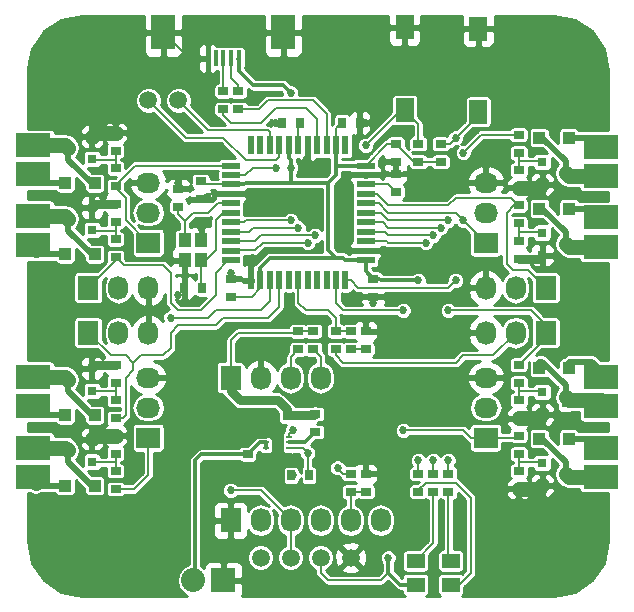
<source format=gtl>
G04 #@! TF.FileFunction,Copper,L1,Top,Signal*
%FSLAX46Y46*%
G04 Gerber Fmt 4.6, Leading zero omitted, Abs format (unit mm)*
G04 Created by KiCad (PCBNEW 4.0.2+dfsg1-2~bpo8+1-stable) date Sat 05 Mar 2016 08:20:57 PM MST*
%MOMM*%
G01*
G04 APERTURE LIST*
%ADD10C,0.100000*%
%ADD11R,0.500000X0.280000*%
%ADD12R,0.900000X1.600000*%
%ADD13R,0.550000X1.500000*%
%ADD14R,1.500000X0.550000*%
%ADD15R,1.727200X2.032000*%
%ADD16O,1.727200X2.032000*%
%ADD17R,2.032000X2.032000*%
%ADD18O,2.032000X2.032000*%
%ADD19R,0.889000X0.635000*%
%ADD20R,1.500000X2.000000*%
%ADD21R,0.635000X0.889000*%
%ADD22R,1.000000X1.000000*%
%ADD23R,1.100000X1.200000*%
%ADD24R,1.500000X1.200000*%
%ADD25C,1.501140*%
%ADD26R,0.800100X0.800100*%
%ADD27R,2.032000X1.727200*%
%ADD28O,2.032000X1.727200*%
%ADD29C,3.556000*%
%ADD30R,0.400000X1.350000*%
%ADD31R,2.000000X3.000000*%
%ADD32R,3.000000X2.000000*%
%ADD33C,0.685800*%
%ADD34C,0.177800*%
%ADD35C,1.270000*%
%ADD36C,0.508000*%
%ADD37C,0.304800*%
%ADD38C,0.762000*%
%ADD39C,0.254000*%
G04 APERTURE END LIST*
D10*
D11*
X69090000Y-71810000D03*
X69090000Y-72310000D03*
X69090000Y-72810000D03*
X69090000Y-73310000D03*
X71090000Y-73310000D03*
X71090000Y-72810000D03*
X71090000Y-72310000D03*
X71090000Y-71810000D03*
D12*
X70090000Y-72560000D03*
D13*
X75835000Y-47160000D03*
X75035000Y-47160000D03*
X74235000Y-47160000D03*
X73435000Y-47160000D03*
X72635000Y-47160000D03*
X71835000Y-47160000D03*
X71035000Y-47160000D03*
X70235000Y-47160000D03*
X69435000Y-47160000D03*
X68635000Y-47160000D03*
X67835000Y-47160000D03*
D14*
X66135000Y-48860000D03*
X66135000Y-49660000D03*
X66135000Y-50460000D03*
X66135000Y-51260000D03*
X66135000Y-52060000D03*
X66135000Y-52860000D03*
X66135000Y-53660000D03*
X66135000Y-54460000D03*
X66135000Y-55260000D03*
X66135000Y-56060000D03*
X66135000Y-56860000D03*
D13*
X67835000Y-58560000D03*
X68635000Y-58560000D03*
X69435000Y-58560000D03*
X70235000Y-58560000D03*
X71035000Y-58560000D03*
X71835000Y-58560000D03*
X72635000Y-58560000D03*
X73435000Y-58560000D03*
X74235000Y-58560000D03*
X75035000Y-58560000D03*
X75835000Y-58560000D03*
D14*
X77535000Y-56860000D03*
X77535000Y-56060000D03*
X77535000Y-55260000D03*
X77535000Y-54460000D03*
X77535000Y-53660000D03*
X77535000Y-52860000D03*
X77535000Y-52060000D03*
X77535000Y-51260000D03*
X77535000Y-50460000D03*
X77535000Y-49660000D03*
X77535000Y-48860000D03*
D15*
X66120000Y-66830000D03*
D16*
X68660000Y-66830000D03*
X71200000Y-66830000D03*
X73740000Y-66830000D03*
D17*
X65485000Y-83975000D03*
D18*
X62945000Y-83975000D03*
D19*
X56365000Y-56627000D03*
X56365000Y-55103000D03*
D20*
X80841184Y-37162768D03*
X80841184Y-44162768D03*
X87075000Y-44295000D03*
X87075000Y-37295000D03*
D15*
X66120000Y-78895000D03*
D16*
X68660000Y-78895000D03*
X71200000Y-78895000D03*
X73740000Y-78895000D03*
X76280000Y-78895000D03*
X78820000Y-78895000D03*
D19*
X80090000Y-51082000D03*
X80090000Y-49558000D03*
D21*
X77042000Y-45240000D03*
X75518000Y-45240000D03*
D19*
X78185000Y-59972000D03*
X78185000Y-58448000D03*
X66120000Y-58448000D03*
X66120000Y-59972000D03*
X80090000Y-48542000D03*
X80090000Y-47018000D03*
X63580000Y-51717000D03*
X63580000Y-50193000D03*
D22*
X54615000Y-50365000D03*
X52115000Y-50365000D03*
X92250000Y-46500000D03*
X94750000Y-46500000D03*
X92250000Y-71985000D03*
X94750000Y-71985000D03*
X54615000Y-75985000D03*
X52115000Y-75985000D03*
D19*
X56365000Y-50627000D03*
X56365000Y-49103000D03*
X90500000Y-46238000D03*
X90500000Y-47762000D03*
X56365000Y-46103000D03*
X56365000Y-47627000D03*
X90500000Y-50762000D03*
X90500000Y-49238000D03*
X90500000Y-71723000D03*
X90500000Y-73247000D03*
X56365000Y-76247000D03*
X56365000Y-74723000D03*
X90500000Y-76247000D03*
X90500000Y-74723000D03*
X56365000Y-71723000D03*
X56365000Y-73247000D03*
X90500000Y-52238000D03*
X90500000Y-53762000D03*
X81995000Y-47018000D03*
X81995000Y-48542000D03*
X76280000Y-64417000D03*
X76280000Y-62893000D03*
X77550000Y-62893000D03*
X77550000Y-64417000D03*
X75010000Y-62893000D03*
X75010000Y-64417000D03*
X76280000Y-76482000D03*
X76280000Y-74958000D03*
X71835000Y-64417000D03*
X71835000Y-62893000D03*
X83900000Y-48542000D03*
X83900000Y-47018000D03*
X77550000Y-74958000D03*
X77550000Y-76482000D03*
X73105000Y-64417000D03*
X73105000Y-62893000D03*
D23*
X62245000Y-56885000D03*
X62245000Y-55185000D03*
X63645000Y-55185000D03*
X63645000Y-56885000D03*
D21*
X71962000Y-45240000D03*
X70438000Y-45240000D03*
X63707000Y-59210000D03*
X62183000Y-59210000D03*
D19*
X61675000Y-52352000D03*
X61675000Y-50828000D03*
X84535000Y-76482000D03*
X84535000Y-74958000D03*
D24*
X84765000Y-84340000D03*
X84765000Y-82340000D03*
X81765000Y-82340000D03*
X81765000Y-84340000D03*
D19*
X83265000Y-76482000D03*
X83265000Y-74958000D03*
X81995000Y-76482000D03*
X81995000Y-74958000D03*
D25*
X73740000Y-82070000D03*
X71200000Y-82070000D03*
X68660000Y-82070000D03*
X76280000Y-82070000D03*
X59135000Y-43335000D03*
X61675000Y-43335000D03*
D26*
X54365760Y-54315000D03*
X54365760Y-52415000D03*
X52366780Y-53365000D03*
X92499240Y-54550000D03*
X92499240Y-56450000D03*
X94498220Y-55500000D03*
D22*
X54615000Y-56365000D03*
X52115000Y-56365000D03*
X92250000Y-52500000D03*
X94750000Y-52500000D03*
D26*
X54365760Y-48315000D03*
X54365760Y-46415000D03*
X52366780Y-47365000D03*
X92499240Y-48549999D03*
X92499240Y-50449999D03*
X94498220Y-49499999D03*
X92499240Y-74035000D03*
X92499240Y-75935000D03*
X94498220Y-74985000D03*
X54365760Y-73935000D03*
X54365760Y-72035000D03*
X52366780Y-72985000D03*
D19*
X56365000Y-52103000D03*
X56365000Y-53627000D03*
X90500000Y-56762000D03*
X90500000Y-55238000D03*
D22*
X54615000Y-69985000D03*
X52115000Y-69985000D03*
X92250000Y-65985000D03*
X94750000Y-65985000D03*
D26*
X54365760Y-67935000D03*
X54365760Y-66035000D03*
X52366780Y-66985000D03*
X92499240Y-68035000D03*
X92499240Y-69935000D03*
X94498220Y-68985000D03*
D19*
X56365000Y-70247000D03*
X56365000Y-68723000D03*
X90500000Y-65723000D03*
X90500000Y-67247000D03*
X56365000Y-65723000D03*
X56365000Y-67247000D03*
X90500000Y-70247000D03*
X90500000Y-68723000D03*
D27*
X59135000Y-55400000D03*
D28*
X59135000Y-52860000D03*
X59135000Y-50320000D03*
D27*
X87710000Y-55400000D03*
D28*
X87710000Y-52860000D03*
X87710000Y-50320000D03*
D27*
X87710000Y-71910000D03*
D28*
X87710000Y-69370000D03*
X87710000Y-66830000D03*
D27*
X59135000Y-71910000D03*
D28*
X59135000Y-69370000D03*
X59135000Y-66830000D03*
D15*
X54055000Y-59210000D03*
D16*
X56595000Y-59210000D03*
X59135000Y-59210000D03*
D15*
X92790000Y-59210000D03*
D16*
X90250000Y-59210000D03*
X87710000Y-59210000D03*
D15*
X54055000Y-63020000D03*
D16*
X56595000Y-63020000D03*
X59135000Y-63020000D03*
D15*
X92790000Y-63020000D03*
D16*
X90250000Y-63020000D03*
X87710000Y-63020000D03*
D29*
X53500000Y-40730000D03*
X93500000Y-40730000D03*
X93500000Y-80730000D03*
X53500000Y-80730000D03*
D19*
X66755000Y-42573000D03*
X66755000Y-44097000D03*
X65485000Y-42573000D03*
X65485000Y-44097000D03*
D30*
X66800900Y-39792540D03*
X66150900Y-39792540D03*
X65500900Y-39792540D03*
X64850900Y-39792540D03*
X64200900Y-39792540D03*
D31*
X70580000Y-37595000D03*
X60420000Y-37595000D03*
D32*
X97500000Y-66735000D03*
X97500000Y-69235000D03*
X49365000Y-69234999D03*
X49365000Y-66734999D03*
X49365000Y-49615000D03*
X49365000Y-47115000D03*
X97500000Y-47250000D03*
X97500000Y-49750000D03*
X97500000Y-72734999D03*
X97500000Y-75234999D03*
X49365000Y-75235000D03*
X49365000Y-72735000D03*
X49365000Y-55615000D03*
X49365000Y-53115000D03*
X97500000Y-53250000D03*
X97500000Y-55750000D03*
D19*
X67550000Y-73322000D03*
X67550000Y-71798000D03*
D21*
X70852000Y-70020000D03*
X69328000Y-70020000D03*
D19*
X73265000Y-71417000D03*
X73265000Y-69893000D03*
D21*
X71233000Y-75100000D03*
X72757000Y-75100000D03*
D33*
X97235000Y-72545000D03*
X97235000Y-66830000D03*
X97235000Y-53495000D03*
X97235000Y-47145000D03*
X49610000Y-75720000D03*
X49610000Y-69370000D03*
X49610000Y-56035000D03*
X49610000Y-49685000D03*
X68820000Y-70655000D03*
X70090000Y-71290000D03*
X66915000Y-71290000D03*
X66915000Y-70020000D03*
X67550000Y-70655000D03*
X68185000Y-70020000D03*
X68185000Y-71290000D03*
X69455000Y-75100000D03*
X68185000Y-75100000D03*
X67550000Y-74465000D03*
X68820000Y-74465000D03*
X70090000Y-74465000D03*
X68025000Y-56670000D03*
X75645000Y-55400000D03*
X72470000Y-48415000D03*
X75645000Y-50320000D03*
X55325000Y-71910000D03*
X91520000Y-56762000D03*
X66120000Y-57940000D03*
X78185000Y-60480000D03*
X78820000Y-75085000D03*
X61675000Y-50320000D03*
X64215000Y-51590000D03*
X55325000Y-51590000D03*
X77550000Y-45240000D03*
X68025000Y-51590000D03*
X61675000Y-59845000D03*
X69930000Y-45240000D03*
X63580000Y-54130000D03*
X79455000Y-82070000D03*
X81995000Y-58575000D03*
X71200000Y-42700000D03*
X71200000Y-49050000D03*
X72630000Y-70020000D03*
X72630000Y-73195000D03*
X66120000Y-76355000D03*
X73265000Y-54780000D03*
X71200000Y-53495000D03*
X71835000Y-54130000D03*
X80725000Y-71275000D03*
X80725000Y-61115000D03*
X85805000Y-53495000D03*
X85805000Y-47780000D03*
X61040000Y-61750000D03*
X83900000Y-54130000D03*
X84535000Y-73815000D03*
X72630000Y-55415000D03*
X75170000Y-74465000D03*
X83265000Y-73815000D03*
X83265000Y-54765000D03*
X82630000Y-55400000D03*
X81995000Y-73815000D03*
X77550000Y-47145000D03*
X69930000Y-49050000D03*
X85170000Y-46510000D03*
X85170000Y-58575000D03*
X84535000Y-61115000D03*
X84535000Y-53495000D03*
X71360000Y-75100000D03*
X71360000Y-71290000D03*
D34*
X75010000Y-64417000D02*
X75010000Y-64925000D01*
X88345000Y-64925000D02*
X90250000Y-63020000D01*
X85805000Y-64925000D02*
X88345000Y-64925000D01*
X85170000Y-65560000D02*
X85805000Y-64925000D01*
X75645000Y-65560000D02*
X85170000Y-65560000D01*
X75010000Y-64925000D02*
X75645000Y-65560000D01*
D35*
X97235000Y-72545000D02*
X97424999Y-72734999D01*
X97424999Y-72734999D02*
X97500000Y-72734999D01*
X97235000Y-66830000D02*
X97330000Y-66735000D01*
X97330000Y-66735000D02*
X97500000Y-66735000D01*
X97235000Y-53495000D02*
X97480000Y-53250000D01*
X97480000Y-53250000D02*
X97500000Y-53250000D01*
X97235000Y-47145000D02*
X97340000Y-47250000D01*
X97340000Y-47250000D02*
X97500000Y-47250000D01*
X49610000Y-75720000D02*
X49365000Y-75475000D01*
X49365000Y-75475000D02*
X49365000Y-75235000D01*
X49610000Y-69370000D02*
X49474999Y-69234999D01*
X49474999Y-69234999D02*
X49365000Y-69234999D01*
X49610000Y-56035000D02*
X49365000Y-55790000D01*
X49365000Y-55790000D02*
X49365000Y-55615000D01*
X49610000Y-49685000D02*
X49540000Y-49615000D01*
X49540000Y-49615000D02*
X49365000Y-49615000D01*
D36*
X52115000Y-50365000D02*
X50115000Y-50365000D01*
X50115000Y-50365000D02*
X49365000Y-49615000D01*
X96750000Y-65485000D02*
X97500000Y-66235000D01*
X94750000Y-65485000D02*
X96750000Y-65485000D01*
X52115001Y-69985000D02*
X50115000Y-69985000D01*
X50115000Y-69985000D02*
X49365000Y-69235000D01*
X96750000Y-52500000D02*
X97500000Y-53250000D01*
X94750000Y-52500000D02*
X96750000Y-52500000D01*
X52115000Y-56365000D02*
X50115000Y-56365000D01*
X50115000Y-56365000D02*
X49365000Y-55615000D01*
X50115000Y-75985000D02*
X49365000Y-75235000D01*
X52115000Y-75985000D02*
X50115000Y-75985000D01*
X94750000Y-71985000D02*
X96750000Y-71985000D01*
X96750000Y-71985000D02*
X97500000Y-72735000D01*
X96750000Y-46500000D02*
X97500000Y-47250000D01*
X94750001Y-46500000D02*
X96750000Y-46500000D01*
D37*
X67550000Y-73322000D02*
X63613000Y-73322000D01*
X63105000Y-73830000D02*
X63105000Y-83815000D01*
X63613000Y-73322000D02*
X63105000Y-73830000D01*
X63105000Y-83815000D02*
X62945000Y-83975000D01*
X69090000Y-72310000D02*
X68562000Y-72310000D01*
X68562000Y-72310000D02*
X67550000Y-73322000D01*
X69090000Y-72310000D02*
X69090000Y-72810000D01*
D34*
X67550000Y-70655000D02*
X68820000Y-70655000D01*
X67550000Y-71798000D02*
X67677000Y-71798000D01*
X67677000Y-71798000D02*
X68185000Y-71290000D01*
X66915000Y-70020000D02*
X66915000Y-71290000D01*
X68185000Y-70020000D02*
X67550000Y-70655000D01*
X70090000Y-72560000D02*
X70090000Y-74465000D01*
X68185000Y-75100000D02*
X69455000Y-75100000D01*
X68820000Y-74465000D02*
X67550000Y-74465000D01*
X69090000Y-73310000D02*
X70205000Y-73310000D01*
X70205000Y-73310000D02*
X70090000Y-73195000D01*
X70090000Y-73195000D02*
X70090000Y-72560000D01*
X71090000Y-73310000D02*
X70205000Y-73310000D01*
X70205000Y-73310000D02*
X70090000Y-73195000D01*
X70090000Y-73195000D02*
X70090000Y-72560000D01*
D37*
X70090000Y-72560000D02*
X70090000Y-71290000D01*
X69328000Y-70528000D02*
X69328000Y-70020000D01*
X70090000Y-71290000D02*
X69328000Y-70528000D01*
X69090000Y-71810000D02*
X69090000Y-70258000D01*
X69090000Y-70258000D02*
X69328000Y-70020000D01*
X69090000Y-71810000D02*
X67562000Y-71810000D01*
X67562000Y-71810000D02*
X67550000Y-71798000D01*
D34*
X64200900Y-39792540D02*
X62617540Y-39792540D01*
X62617540Y-39792540D02*
X60420000Y-37595000D01*
X67835000Y-58560000D02*
X67835000Y-56860000D01*
X67835000Y-56860000D02*
X68025000Y-56670000D01*
X77535000Y-56060000D02*
X76305000Y-56060000D01*
X76305000Y-56060000D02*
X75645000Y-55400000D01*
X72635000Y-47160000D02*
X72635000Y-48250000D01*
X72635000Y-48250000D02*
X72470000Y-48415000D01*
X77535000Y-49660000D02*
X76305000Y-49660000D01*
X76305000Y-49660000D02*
X75645000Y-50320000D01*
X54365760Y-72035000D02*
X55200000Y-72035000D01*
X55200000Y-72035000D02*
X55325000Y-71910000D01*
X66120000Y-58448000D02*
X66120000Y-57940000D01*
X78185000Y-59972000D02*
X78185000Y-60480000D01*
X77550000Y-74958000D02*
X78693000Y-74958000D01*
X78693000Y-74958000D02*
X78820000Y-75085000D01*
X61675000Y-50828000D02*
X61675000Y-50320000D01*
X63580000Y-51717000D02*
X64088000Y-51717000D01*
X64088000Y-51717000D02*
X64215000Y-51590000D01*
X55325000Y-52103000D02*
X55325000Y-51590000D01*
X77042000Y-45240000D02*
X77550000Y-45240000D01*
X66135000Y-51260000D02*
X67695000Y-51260000D01*
X67695000Y-51260000D02*
X68025000Y-51590000D01*
X62183000Y-59210000D02*
X62183000Y-59337000D01*
X62183000Y-59337000D02*
X61675000Y-59845000D01*
D35*
X92187240Y-70246999D02*
X92499240Y-69935000D01*
X90500001Y-70247000D02*
X92187240Y-70246999D01*
D34*
X70438000Y-45240000D02*
X69930000Y-45240000D01*
X63645000Y-55185000D02*
X63645000Y-54195000D01*
X63645000Y-54195000D02*
X63580000Y-54130000D01*
X66135000Y-51260000D02*
X64037000Y-51260000D01*
X64037000Y-51260000D02*
X63580000Y-51717000D01*
D35*
X56365000Y-46103000D02*
X54677760Y-46103000D01*
X54677760Y-46103000D02*
X54365760Y-46415000D01*
D38*
X56365000Y-65722999D02*
X54677760Y-65722999D01*
X54677760Y-65722999D02*
X54365760Y-66035000D01*
X92187240Y-56762000D02*
X92499240Y-56450000D01*
X90500000Y-56762000D02*
X91520000Y-56762000D01*
X91520000Y-56762000D02*
X92187240Y-56762000D01*
X56365000Y-52103000D02*
X55325000Y-52103000D01*
X55325000Y-52103000D02*
X54677760Y-52103000D01*
X54677760Y-52103000D02*
X54365760Y-52415000D01*
D35*
X54677760Y-71723000D02*
X54365760Y-72035000D01*
X56365000Y-71723000D02*
X54677760Y-71723000D01*
X90500001Y-76247000D02*
X92187240Y-76246999D01*
X92187240Y-76246999D02*
X92499240Y-75935000D01*
X92187240Y-50762000D02*
X92499240Y-50450000D01*
X90500000Y-50762000D02*
X92187240Y-50762000D01*
D37*
X68635000Y-58560000D02*
X68635000Y-57505000D01*
X75660000Y-56685000D02*
X75660000Y-56670000D01*
X69455000Y-56685000D02*
X75660000Y-56685000D01*
X68635000Y-57505000D02*
X69455000Y-56685000D01*
D34*
X68635000Y-58560000D02*
X68635000Y-59235000D01*
X68635000Y-59235000D02*
X67898000Y-59972000D01*
X67898000Y-59972000D02*
X66120000Y-59972000D01*
X73740000Y-82070000D02*
X73740000Y-83340000D01*
X78820000Y-83975000D02*
X79455000Y-83340000D01*
X74375000Y-83975000D02*
X78820000Y-83975000D01*
X73740000Y-83340000D02*
X74375000Y-83975000D01*
D37*
X81765000Y-84340000D02*
X80455000Y-84340000D01*
X79455000Y-83340000D02*
X80455000Y-84340000D01*
X79455000Y-82070000D02*
X79455000Y-83340000D01*
X78820000Y-58575000D02*
X81995000Y-58575000D01*
X78693000Y-58448000D02*
X78820000Y-58575000D01*
X78693000Y-58448000D02*
X78185000Y-58448000D01*
X77535000Y-56860000D02*
X77535000Y-57798000D01*
X77535000Y-57798000D02*
X78185000Y-58448000D01*
D34*
X81995000Y-48542000D02*
X81614000Y-48542000D01*
X81614000Y-48542000D02*
X80090000Y-47018000D01*
X83900000Y-48542000D02*
X81995000Y-48542000D01*
X80090000Y-47018000D02*
X79377000Y-47018000D01*
X79377000Y-47018000D02*
X77535000Y-48860000D01*
X75035000Y-47160000D02*
X75035000Y-45723000D01*
X75035000Y-45723000D02*
X75518000Y-45240000D01*
D37*
X70565000Y-42065000D02*
X71200000Y-42700000D01*
X66800900Y-39792540D02*
X66800900Y-40840900D01*
X70565000Y-42065000D02*
X68025000Y-42065000D01*
X66800900Y-40840900D02*
X68025000Y-42065000D01*
X66755000Y-39838440D02*
X66800900Y-39792540D01*
X77535000Y-56860000D02*
X75835000Y-56860000D01*
X75835000Y-56860000D02*
X75645000Y-56670000D01*
X75645000Y-56670000D02*
X75660000Y-56670000D01*
X74375000Y-56035000D02*
X74375000Y-50320000D01*
X75010000Y-56670000D02*
X74375000Y-56035000D01*
X75660000Y-56670000D02*
X75010000Y-56670000D01*
X71035000Y-47160000D02*
X71035000Y-48250000D01*
X71200000Y-48415000D02*
X71200000Y-49050000D01*
X71035000Y-48250000D02*
X71200000Y-48415000D01*
X71200000Y-49050000D02*
X71200000Y-50320000D01*
X75010000Y-49685000D02*
X74375000Y-50320000D01*
X75010000Y-49050000D02*
X75010000Y-49685000D01*
X67250000Y-50460000D02*
X66135000Y-50460000D01*
X67390000Y-50320000D02*
X67250000Y-50460000D01*
X74375000Y-50320000D02*
X71200000Y-50320000D01*
X71200000Y-50320000D02*
X67390000Y-50320000D01*
X77535000Y-48860000D02*
X75010000Y-48860000D01*
X75010000Y-48860000D02*
X75010000Y-49050000D01*
X75010000Y-49050000D02*
X75010000Y-47185000D01*
X75010000Y-47185000D02*
X75035000Y-47160000D01*
D34*
X66135000Y-50460000D02*
X63847000Y-50460000D01*
X63847000Y-50460000D02*
X63580000Y-50193000D01*
X72630000Y-73195000D02*
X72630000Y-74973000D01*
X72630000Y-74973000D02*
X72757000Y-75100000D01*
X71090000Y-72810000D02*
X72245000Y-72810000D01*
X72245000Y-72810000D02*
X72630000Y-73195000D01*
D38*
X70852000Y-70020000D02*
X70852000Y-69512000D01*
X66120000Y-67955000D02*
X66120000Y-66830000D01*
X66915000Y-68750000D02*
X66120000Y-67955000D01*
X70090000Y-68750000D02*
X66915000Y-68750000D01*
X70852000Y-69512000D02*
X70090000Y-68750000D01*
X70852000Y-70020000D02*
X72630000Y-70020000D01*
X72630000Y-70020000D02*
X73138000Y-70020000D01*
X73138000Y-70020000D02*
X73265000Y-69893000D01*
D34*
X71200000Y-82070000D02*
X71200000Y-78895000D01*
X66120000Y-76355000D02*
X68660000Y-76355000D01*
X68660000Y-76355000D02*
X71200000Y-78895000D01*
X66120000Y-66830000D02*
X66120000Y-63655000D01*
X66120000Y-63655000D02*
X66755000Y-63020000D01*
X66755000Y-63020000D02*
X71708000Y-63020000D01*
X71708000Y-63020000D02*
X71835000Y-62893000D01*
X73105000Y-62893000D02*
X71835000Y-62893000D01*
D36*
X52366780Y-47365000D02*
X52366780Y-48366780D01*
X52366780Y-48366780D02*
X54365000Y-50365000D01*
X54365000Y-50365000D02*
X54615000Y-50365000D01*
D35*
X49365000Y-47115000D02*
X52116780Y-47115000D01*
X52116780Y-47115000D02*
X52366780Y-47365000D01*
X94748220Y-49750000D02*
X94498220Y-49500000D01*
X97500000Y-49750000D02*
X94748220Y-49750000D01*
D36*
X92500000Y-46500000D02*
X92250001Y-46500000D01*
X94498220Y-48498220D02*
X92500000Y-46500000D01*
X94498220Y-49500000D02*
X94498220Y-48498220D01*
X94498220Y-74985000D02*
X94498220Y-73983220D01*
X94498220Y-73983220D02*
X92500000Y-71985000D01*
X92500000Y-71985000D02*
X92250000Y-71985000D01*
D35*
X97500000Y-75235000D02*
X94748220Y-75235000D01*
X94748220Y-75235000D02*
X94498220Y-74985000D01*
X52116780Y-72735000D02*
X52366780Y-72985000D01*
X49365000Y-72735000D02*
X52116780Y-72735000D01*
D36*
X54365000Y-75985000D02*
X54615000Y-75985000D01*
X52366780Y-73986780D02*
X54365000Y-75985000D01*
X52366780Y-72985000D02*
X52366780Y-73986780D01*
D34*
X73250000Y-54765000D02*
X68660000Y-54765000D01*
X73265000Y-54780000D02*
X73250000Y-54765000D01*
X68165000Y-55260000D02*
X68660000Y-54765000D01*
X66135000Y-55260000D02*
X68165000Y-55260000D01*
X76280000Y-76482000D02*
X77550000Y-76482000D01*
X76280000Y-78895000D02*
X76280000Y-76482000D01*
X67225000Y-53660000D02*
X66135000Y-53660000D01*
X67390000Y-53495000D02*
X67225000Y-53660000D01*
X71200000Y-53495000D02*
X67390000Y-53495000D01*
X71200000Y-66830000D02*
X71200000Y-65052000D01*
X71200000Y-65052000D02*
X71835000Y-64417000D01*
X67695000Y-54460000D02*
X66135000Y-54460000D01*
X68025000Y-54130000D02*
X67695000Y-54460000D01*
X71835000Y-54130000D02*
X68025000Y-54130000D01*
X73740000Y-66830000D02*
X73740000Y-65052000D01*
X73740000Y-65052000D02*
X73105000Y-64417000D01*
X90500000Y-48500000D02*
X90500000Y-47762000D01*
X90500000Y-49238000D02*
X90500000Y-48500000D01*
X92449240Y-48500000D02*
X92499240Y-48550000D01*
X90500000Y-48500000D02*
X92449240Y-48500000D01*
X90500000Y-73985000D02*
X92449240Y-73985000D01*
X92449240Y-73985000D02*
X92499240Y-74035000D01*
X90500000Y-74723000D02*
X90500000Y-73985000D01*
X90500000Y-73985000D02*
X90500000Y-73247000D01*
X56365000Y-73985000D02*
X56365000Y-74723000D01*
X56365000Y-73247000D02*
X56365000Y-73985000D01*
X54415760Y-73985000D02*
X54365760Y-73935000D01*
X56365000Y-73985000D02*
X54415760Y-73985000D01*
X59135000Y-55400000D02*
X57230000Y-53495000D01*
X57230000Y-51590000D02*
X56365000Y-50725000D01*
X57230000Y-53495000D02*
X57230000Y-51590000D01*
X56365000Y-50725000D02*
X56365000Y-50627000D01*
X66135000Y-48860000D02*
X58055000Y-48860000D01*
X58055000Y-48860000D02*
X56365000Y-50550000D01*
X56365000Y-50550000D02*
X56365000Y-50627000D01*
X75035000Y-58560000D02*
X75035000Y-60505000D01*
X86440000Y-71910000D02*
X87710000Y-71910000D01*
X85805000Y-71275000D02*
X86440000Y-71910000D01*
X80725000Y-71275000D02*
X85805000Y-71275000D01*
X75645000Y-61115000D02*
X80725000Y-61115000D01*
X75035000Y-60505000D02*
X75645000Y-61115000D01*
X87710000Y-71910000D02*
X90313000Y-71910000D01*
X90313000Y-71910000D02*
X90500000Y-71723000D01*
X90500000Y-46238000D02*
X87347000Y-46238000D01*
X85805000Y-47780000D02*
X87347000Y-46238000D01*
X77535000Y-52060000D02*
X78655000Y-52060000D01*
X85170000Y-52860000D02*
X85805000Y-53495000D01*
X85805000Y-53495000D02*
X87710000Y-55400000D01*
X79455000Y-52860000D02*
X85170000Y-52860000D01*
X78655000Y-52060000D02*
X79455000Y-52860000D01*
X69435000Y-58560000D02*
X69435000Y-60340000D01*
X64215000Y-61750000D02*
X61040000Y-61750000D01*
X64850000Y-61115000D02*
X64215000Y-61750000D01*
X68660000Y-61115000D02*
X64850000Y-61115000D01*
X69435000Y-60340000D02*
X68660000Y-61115000D01*
X59135000Y-71910000D02*
X59135000Y-75085000D01*
X57973000Y-76247000D02*
X56365000Y-76247000D01*
X59135000Y-75085000D02*
X57973000Y-76247000D01*
X65485000Y-44097000D02*
X65485000Y-44605000D01*
X73435000Y-44935000D02*
X73435000Y-47160000D01*
X72470000Y-43970000D02*
X73435000Y-44935000D01*
X69930000Y-43970000D02*
X72470000Y-43970000D01*
X68660000Y-45240000D02*
X69930000Y-43970000D01*
X66120000Y-45240000D02*
X68660000Y-45240000D01*
X65485000Y-44605000D02*
X66120000Y-45240000D01*
X66755000Y-44097000D02*
X68533000Y-44097000D01*
X74235000Y-44465000D02*
X74235000Y-47160000D01*
X73105000Y-43335000D02*
X74235000Y-44465000D01*
X69295000Y-43335000D02*
X73105000Y-43335000D01*
X68533000Y-44097000D02*
X69295000Y-43335000D01*
X63645000Y-56885000D02*
X63645000Y-59148000D01*
X63645000Y-59148000D02*
X63707000Y-59210000D01*
X63645000Y-56885000D02*
X64000000Y-56885000D01*
X64000000Y-56885000D02*
X64850000Y-56035000D01*
X64850000Y-56035000D02*
X64850000Y-53495000D01*
X64850000Y-53495000D02*
X65485000Y-52860000D01*
X65485000Y-52860000D02*
X66135000Y-52860000D01*
X61675000Y-52352000D02*
X61675000Y-52990000D01*
X61675000Y-52990000D02*
X62245000Y-53560000D01*
X62245000Y-55185000D02*
X62245000Y-53560000D01*
X65015000Y-52060000D02*
X66135000Y-52060000D01*
X64215000Y-52860000D02*
X65015000Y-52060000D01*
X62945000Y-52860000D02*
X64215000Y-52860000D01*
X62245000Y-53560000D02*
X62945000Y-52860000D01*
X75010000Y-62893000D02*
X76280000Y-62893000D01*
X71835000Y-58560000D02*
X71835000Y-60480000D01*
X75010000Y-61750000D02*
X75010000Y-62893000D01*
X74375000Y-61115000D02*
X75010000Y-61750000D01*
X72470000Y-61115000D02*
X74375000Y-61115000D01*
X71835000Y-60480000D02*
X72470000Y-61115000D01*
X71835000Y-47160000D02*
X71835000Y-45367000D01*
X71835000Y-45367000D02*
X71962000Y-45240000D01*
X81995000Y-76482000D02*
X81995000Y-76355000D01*
X81995000Y-76355000D02*
X82630000Y-75720000D01*
X82630000Y-75720000D02*
X85170000Y-75720000D01*
X85170000Y-75720000D02*
X86440000Y-76990000D01*
X86440000Y-76990000D02*
X86440000Y-83340000D01*
X86440000Y-83340000D02*
X85440000Y-84340000D01*
X85440000Y-84340000D02*
X84765000Y-84340000D01*
X77535000Y-50460000D02*
X79468000Y-50460000D01*
X79468000Y-50460000D02*
X80090000Y-51082000D01*
D36*
X52366780Y-53365000D02*
X52366780Y-54366780D01*
X52366780Y-54366780D02*
X54365000Y-56365000D01*
X54365000Y-56365000D02*
X54615000Y-56365000D01*
D35*
X49365000Y-53115000D02*
X52116780Y-53115000D01*
X52116780Y-53115000D02*
X52366780Y-53365000D01*
X94748220Y-55750000D02*
X94498220Y-55500000D01*
X97500000Y-55750000D02*
X94748220Y-55750000D01*
D36*
X92499999Y-52500000D02*
X92250000Y-52500000D01*
X94498220Y-54498220D02*
X92499999Y-52500000D01*
X94498220Y-55500000D02*
X94498220Y-54498220D01*
D34*
X56365000Y-48365000D02*
X54415760Y-48365000D01*
X54415760Y-48365000D02*
X54365760Y-48315000D01*
X56365000Y-47627000D02*
X56365000Y-48365000D01*
X56365000Y-48365000D02*
X56365000Y-49103000D01*
X76280000Y-64417000D02*
X77550000Y-64417000D01*
X78985000Y-53660000D02*
X79455000Y-54130000D01*
X79455000Y-54130000D02*
X83900000Y-54130000D01*
X77535000Y-53660000D02*
X78985000Y-53660000D01*
X84535000Y-73815000D02*
X84535000Y-74958000D01*
X75663000Y-74958000D02*
X75170000Y-74465000D01*
X76280000Y-74958000D02*
X75663000Y-74958000D01*
X68185000Y-56050000D02*
X66145000Y-56050000D01*
X68820000Y-55415000D02*
X68185000Y-56050000D01*
X72630000Y-55415000D02*
X68820000Y-55415000D01*
X66145000Y-56050000D02*
X66135000Y-56060000D01*
X84535000Y-76482000D02*
X84535000Y-82110000D01*
X84535000Y-82110000D02*
X84765000Y-82340000D01*
X83265000Y-76482000D02*
X83265000Y-80840000D01*
X83265000Y-80840000D02*
X81765000Y-82340000D01*
X79150000Y-54460000D02*
X79455000Y-54765000D01*
X79455000Y-54765000D02*
X83265000Y-54765000D01*
X77535000Y-54460000D02*
X79150000Y-54460000D01*
X83265000Y-73815000D02*
X83265000Y-74958000D01*
X79315000Y-55260000D02*
X79455000Y-55400000D01*
X79455000Y-55400000D02*
X82630000Y-55400000D01*
X77535000Y-55260000D02*
X79315000Y-55260000D01*
X81995000Y-73815000D02*
X81995000Y-74958000D01*
X70235000Y-47160000D02*
X70235000Y-48110000D01*
X62310000Y-46510000D02*
X59135000Y-43335000D01*
X65485000Y-46510000D02*
X62310000Y-46510000D01*
X67390000Y-48415000D02*
X65485000Y-46510000D01*
X69930000Y-48415000D02*
X67390000Y-48415000D01*
X70235000Y-48110000D02*
X69930000Y-48415000D01*
X69435000Y-47160000D02*
X69435000Y-46015000D01*
X64215000Y-45875000D02*
X61675000Y-43335000D01*
X69295000Y-45875000D02*
X64215000Y-45875000D01*
X69435000Y-46015000D02*
X69295000Y-45875000D01*
X56365000Y-54365000D02*
X54415760Y-54365000D01*
X54415760Y-54365000D02*
X54365760Y-54315000D01*
X56365000Y-53627000D02*
X56365000Y-54365000D01*
X56365000Y-54365000D02*
X56365000Y-55103000D01*
X90500000Y-54500000D02*
X90500000Y-53762000D01*
X90500000Y-55238000D02*
X90500000Y-54500000D01*
X92449240Y-54500000D02*
X92499240Y-54550000D01*
X90500000Y-54500000D02*
X92449240Y-54500000D01*
X66135000Y-49660000D02*
X67365000Y-49660000D01*
X77550000Y-47145000D02*
X80532232Y-44162768D01*
X67975000Y-49050000D02*
X69930000Y-49050000D01*
X67365000Y-49660000D02*
X67975000Y-49050000D01*
X80532232Y-44162768D02*
X80841184Y-44162768D01*
X81995000Y-47018000D02*
X81995000Y-45316584D01*
X81995000Y-45316584D02*
X80841184Y-44162768D01*
X75835000Y-58560000D02*
X76265000Y-58560000D01*
X84535000Y-59210000D02*
X85170000Y-58575000D01*
X76915000Y-59210000D02*
X84535000Y-59210000D01*
X76265000Y-58560000D02*
X76915000Y-59210000D01*
X85170000Y-46510000D02*
X86440000Y-45240000D01*
X86440000Y-45240000D02*
X86440000Y-44930000D01*
X86440000Y-44930000D02*
X87075000Y-44295000D01*
X84662000Y-47018000D02*
X83900000Y-47018000D01*
X85170000Y-46510000D02*
X84662000Y-47018000D01*
D36*
X52366780Y-66985000D02*
X52366780Y-67986780D01*
X52366780Y-67986780D02*
X54365000Y-69985000D01*
X54365000Y-69985000D02*
X54615001Y-69985000D01*
D35*
X49365000Y-66735000D02*
X52116780Y-66735000D01*
X52116780Y-66735000D02*
X52366780Y-66985000D01*
X94748220Y-68735000D02*
X94498220Y-68485000D01*
X97500000Y-68735000D02*
X94748220Y-68735000D01*
D36*
X92500000Y-65485000D02*
X92250000Y-65485000D01*
X94498220Y-67483220D02*
X92500000Y-65485000D01*
X94498220Y-68485000D02*
X94498220Y-67483220D01*
D34*
X56365000Y-67985000D02*
X54415760Y-67985000D01*
X54415760Y-67985000D02*
X54365760Y-67935000D01*
X56365000Y-67247000D02*
X56365000Y-67985000D01*
X56365000Y-67985000D02*
X56365000Y-68723000D01*
X90500000Y-67985000D02*
X90500000Y-67247000D01*
X90500000Y-68723000D02*
X90500000Y-67985000D01*
X92449240Y-67985000D02*
X92499240Y-68035000D01*
X90500000Y-67985000D02*
X92449240Y-67985000D01*
X66135000Y-56860000D02*
X65930000Y-56860000D01*
X65930000Y-56860000D02*
X64850000Y-57940000D01*
X57043000Y-57305000D02*
X56365000Y-56627000D01*
X60405000Y-57305000D02*
X57043000Y-57305000D01*
X61040000Y-57940000D02*
X60405000Y-57305000D01*
X61040000Y-60480000D02*
X61040000Y-57940000D01*
X61675000Y-61115000D02*
X61040000Y-60480000D01*
X63580000Y-61115000D02*
X61675000Y-61115000D01*
X64850000Y-59845000D02*
X63580000Y-61115000D01*
X64850000Y-57940000D02*
X64850000Y-59845000D01*
X56365000Y-56627000D02*
X56365000Y-56900000D01*
X56365000Y-56900000D02*
X54055000Y-59210000D01*
X90500000Y-52238000D02*
X90110000Y-52238000D01*
X90110000Y-52238000D02*
X89488000Y-52860000D01*
X91266000Y-57686000D02*
X92790000Y-59210000D01*
X89996000Y-57686000D02*
X91266000Y-57686000D01*
X89488000Y-57178000D02*
X89996000Y-57686000D01*
X89488000Y-52860000D02*
X89488000Y-57178000D01*
X77535000Y-51260000D02*
X78490000Y-51260000D01*
X89852000Y-51590000D02*
X90500000Y-52238000D01*
X85170000Y-51590000D02*
X89852000Y-51590000D01*
X84535000Y-52225000D02*
X85170000Y-51590000D01*
X79455000Y-52225000D02*
X84535000Y-52225000D01*
X78490000Y-51260000D02*
X79455000Y-52225000D01*
X70235000Y-58560000D02*
X70235000Y-60810000D01*
X58500000Y-64925000D02*
X57865000Y-65560000D01*
X60405000Y-64925000D02*
X58500000Y-64925000D01*
X61040000Y-64290000D02*
X60405000Y-64925000D01*
X61040000Y-63020000D02*
X61040000Y-64290000D01*
X61675000Y-62385000D02*
X61040000Y-63020000D01*
X64850000Y-62385000D02*
X61675000Y-62385000D01*
X65485000Y-61750000D02*
X64850000Y-62385000D01*
X69295000Y-61750000D02*
X65485000Y-61750000D01*
X70235000Y-60810000D02*
X69295000Y-61750000D01*
X57230000Y-64925000D02*
X57865000Y-65560000D01*
X57865000Y-66195000D02*
X57230000Y-66830000D01*
X57865000Y-65560000D02*
X57865000Y-66195000D01*
X56365000Y-70247000D02*
X56988000Y-70247000D01*
X57230000Y-70005000D02*
X57230000Y-66830000D01*
X56988000Y-70247000D02*
X57230000Y-70005000D01*
X55960000Y-64925000D02*
X54055000Y-63020000D01*
X57230000Y-64925000D02*
X55960000Y-64925000D01*
X77535000Y-52860000D02*
X78820000Y-52860000D01*
X91520000Y-61115000D02*
X92790000Y-62385000D01*
X84535000Y-61115000D02*
X91520000Y-61115000D01*
X79455000Y-53495000D02*
X84535000Y-53495000D01*
X78820000Y-52860000D02*
X79455000Y-53495000D01*
X92790000Y-62385000D02*
X92790000Y-63020000D01*
X92790000Y-63020000D02*
X92790000Y-63433000D01*
X92790000Y-63433000D02*
X90500000Y-65723000D01*
X66755000Y-42573000D02*
X66755000Y-42065000D01*
X66150900Y-41460900D02*
X66150900Y-39792540D01*
X66755000Y-42065000D02*
X66150900Y-41460900D01*
X65485000Y-42573000D02*
X65485000Y-39808440D01*
X65485000Y-39808440D02*
X65500900Y-39792540D01*
D37*
X71090000Y-72310000D02*
X72372000Y-72310000D01*
X72372000Y-72310000D02*
X73265000Y-71417000D01*
D34*
X71090000Y-71810000D02*
X71090000Y-71560000D01*
X71360000Y-75100000D02*
X71233000Y-75100000D01*
X71090000Y-71560000D02*
X71360000Y-71290000D01*
D39*
G36*
X70760000Y-59698464D02*
X71310000Y-59698464D01*
X71365100Y-59688096D01*
X71365100Y-60480000D01*
X71385759Y-60583859D01*
X71400869Y-60659823D01*
X71502731Y-60812269D01*
X72137731Y-61447270D01*
X72290177Y-61549131D01*
X72470000Y-61584900D01*
X74180362Y-61584900D01*
X74540100Y-61944639D01*
X74540100Y-62191815D01*
X74424310Y-62213603D01*
X74294635Y-62297046D01*
X74207641Y-62424366D01*
X74177036Y-62575500D01*
X74177036Y-63210500D01*
X74203603Y-63351690D01*
X74287046Y-63481365D01*
X74414366Y-63568359D01*
X74565500Y-63598964D01*
X75454500Y-63598964D01*
X75595690Y-63572397D01*
X75644401Y-63541052D01*
X75684366Y-63568359D01*
X75835500Y-63598964D01*
X76595939Y-63598964D01*
X76708010Y-63711036D01*
X75835500Y-63711036D01*
X75694310Y-63737603D01*
X75645599Y-63768948D01*
X75605634Y-63741641D01*
X75454500Y-63711036D01*
X74565500Y-63711036D01*
X74424310Y-63737603D01*
X74294635Y-63821046D01*
X74207641Y-63948366D01*
X74177036Y-64099500D01*
X74177036Y-64734500D01*
X74203603Y-64875690D01*
X74287046Y-65005365D01*
X74414366Y-65092359D01*
X74565500Y-65122964D01*
X74587991Y-65122964D01*
X74677731Y-65257269D01*
X75312731Y-65892270D01*
X75461982Y-65991996D01*
X75465177Y-65994131D01*
X75645000Y-66029900D01*
X85170000Y-66029900D01*
X85349823Y-65994131D01*
X85502269Y-65892269D01*
X85999639Y-65394900D01*
X87204907Y-65394900D01*
X86795680Y-65538046D01*
X86359268Y-65927964D01*
X86105291Y-66455209D01*
X86102642Y-66470974D01*
X86223783Y-66703000D01*
X87583000Y-66703000D01*
X87583000Y-66683000D01*
X87837000Y-66683000D01*
X87837000Y-66703000D01*
X89196217Y-66703000D01*
X89317358Y-66470974D01*
X89314709Y-66455209D01*
X89060732Y-65927964D01*
X88624320Y-65538046D01*
X88215093Y-65394900D01*
X88345000Y-65394900D01*
X88524823Y-65359131D01*
X88677269Y-65257269D01*
X89660533Y-64274005D01*
X89773712Y-64349629D01*
X90250000Y-64444369D01*
X90726288Y-64349629D01*
X91130065Y-64079834D01*
X91399860Y-63676057D01*
X91494600Y-63199769D01*
X91494600Y-62840231D01*
X91399860Y-62363943D01*
X91130065Y-61960166D01*
X90726288Y-61690371D01*
X90250000Y-61595631D01*
X89773712Y-61690371D01*
X89369935Y-61960166D01*
X89100140Y-62363943D01*
X89097296Y-62378243D01*
X89001954Y-62105680D01*
X88612036Y-61669268D01*
X88436892Y-61584900D01*
X91325362Y-61584900D01*
X91578602Y-61838141D01*
X91568541Y-61852866D01*
X91537936Y-62004000D01*
X91537936Y-64020525D01*
X90541426Y-65017036D01*
X90055500Y-65017036D01*
X89914310Y-65043603D01*
X89784635Y-65127046D01*
X89697641Y-65254366D01*
X89667036Y-65405500D01*
X89667036Y-66040500D01*
X89693603Y-66181690D01*
X89777046Y-66311365D01*
X89904366Y-66398359D01*
X90055500Y-66428964D01*
X90944500Y-66428964D01*
X91085690Y-66402397D01*
X91215365Y-66318954D01*
X91302359Y-66191634D01*
X91332964Y-66040500D01*
X91332964Y-65554574D01*
X91361536Y-65526002D01*
X91361536Y-66485000D01*
X91388103Y-66626190D01*
X91471546Y-66755865D01*
X91598866Y-66842859D01*
X91750000Y-66873464D01*
X92750000Y-66873464D01*
X92891190Y-66846897D01*
X92935414Y-66818440D01*
X93841996Y-67725022D01*
X93779800Y-67766580D01*
X93559558Y-68096193D01*
X93482221Y-68485000D01*
X93559558Y-68873807D01*
X93709706Y-69098518D01*
X93709706Y-69385050D01*
X93736273Y-69526240D01*
X93819716Y-69655915D01*
X93947036Y-69742909D01*
X94098170Y-69773514D01*
X94898270Y-69773514D01*
X95017920Y-69751000D01*
X95611536Y-69751000D01*
X95611536Y-70235000D01*
X95638103Y-70376190D01*
X95721546Y-70505865D01*
X95848866Y-70592859D01*
X96000000Y-70623464D01*
X98069000Y-70623464D01*
X98069000Y-71346535D01*
X96000000Y-71346535D01*
X95981585Y-71350000D01*
X95613062Y-71350000D01*
X95611897Y-71343810D01*
X95528454Y-71214135D01*
X95401134Y-71127141D01*
X95250000Y-71096536D01*
X94250000Y-71096536D01*
X94108810Y-71123103D01*
X93979135Y-71206546D01*
X93892141Y-71333866D01*
X93861536Y-71485000D01*
X93861536Y-72448510D01*
X93138464Y-71725438D01*
X93138464Y-71485000D01*
X93111897Y-71343810D01*
X93028454Y-71214135D01*
X92901134Y-71127141D01*
X92750000Y-71096536D01*
X91750000Y-71096536D01*
X91608810Y-71123103D01*
X91479135Y-71206546D01*
X91392141Y-71333866D01*
X91361536Y-71485000D01*
X91361536Y-72485000D01*
X91388103Y-72626190D01*
X91471546Y-72755865D01*
X91598866Y-72842859D01*
X91750000Y-72873464D01*
X92490438Y-72873464D01*
X92863460Y-73246486D01*
X92099190Y-73246486D01*
X91958000Y-73273053D01*
X91828325Y-73356496D01*
X91741331Y-73483816D01*
X91734996Y-73515100D01*
X91332964Y-73515100D01*
X91332964Y-72929500D01*
X91306397Y-72788310D01*
X91222954Y-72658635D01*
X91095634Y-72571641D01*
X90944500Y-72541036D01*
X90055500Y-72541036D01*
X89914310Y-72567603D01*
X89784635Y-72651046D01*
X89697641Y-72778366D01*
X89667036Y-72929500D01*
X89667036Y-73564500D01*
X89693603Y-73705690D01*
X89777046Y-73835365D01*
X89904366Y-73922359D01*
X90030100Y-73947820D01*
X90030100Y-74021815D01*
X89914310Y-74043603D01*
X89784635Y-74127046D01*
X89697641Y-74254366D01*
X89667036Y-74405500D01*
X89667036Y-75040500D01*
X89693603Y-75181690D01*
X89777046Y-75311365D01*
X89819101Y-75340100D01*
X89695801Y-75391173D01*
X89517173Y-75569802D01*
X89420500Y-75803191D01*
X89420500Y-75961250D01*
X89579250Y-76120000D01*
X90373000Y-76120000D01*
X90373000Y-76100000D01*
X90627000Y-76100000D01*
X90627000Y-76120000D01*
X90647000Y-76120000D01*
X90647000Y-76374000D01*
X90627000Y-76374000D01*
X90627000Y-77040750D01*
X90785750Y-77199500D01*
X91070810Y-77199500D01*
X91304199Y-77102827D01*
X91482827Y-76924198D01*
X91572888Y-76706773D01*
X91739491Y-76873377D01*
X91972880Y-76970050D01*
X92213490Y-76970050D01*
X92372240Y-76811300D01*
X92372240Y-76062000D01*
X92626240Y-76062000D01*
X92626240Y-76811300D01*
X92784990Y-76970050D01*
X93025600Y-76970050D01*
X93258989Y-76873377D01*
X93437617Y-76694748D01*
X93534290Y-76461359D01*
X93534290Y-76220750D01*
X93375540Y-76062000D01*
X92626240Y-76062000D01*
X92372240Y-76062000D01*
X92352240Y-76062000D01*
X92352240Y-75808000D01*
X92372240Y-75808000D01*
X92372240Y-75058700D01*
X92626240Y-75058700D01*
X92626240Y-75808000D01*
X93375540Y-75808000D01*
X93534290Y-75649250D01*
X93534290Y-75408641D01*
X93437617Y-75175252D01*
X93258989Y-74996623D01*
X93025600Y-74899950D01*
X92784990Y-74899950D01*
X92626240Y-75058700D01*
X92372240Y-75058700D01*
X92213490Y-74899950D01*
X91972880Y-74899950D01*
X91739491Y-74996623D01*
X91560863Y-75175252D01*
X91464190Y-75408641D01*
X91464190Y-75551165D01*
X91304199Y-75391173D01*
X91181874Y-75340504D01*
X91215365Y-75318954D01*
X91302359Y-75191634D01*
X91332964Y-75040500D01*
X91332964Y-74454900D01*
X91714461Y-74454900D01*
X91737293Y-74576240D01*
X91820736Y-74705915D01*
X91948056Y-74792909D01*
X92099190Y-74823514D01*
X92899290Y-74823514D01*
X93040480Y-74796947D01*
X93170155Y-74713504D01*
X93257149Y-74586184D01*
X93287754Y-74435050D01*
X93287754Y-73670780D01*
X93841996Y-74225022D01*
X93779800Y-74266580D01*
X93559558Y-74596193D01*
X93482221Y-74985000D01*
X93559558Y-75373807D01*
X93779800Y-75703420D01*
X94029799Y-75953420D01*
X94250041Y-76100581D01*
X94359414Y-76173662D01*
X94748220Y-76251000D01*
X95614547Y-76251000D01*
X95638103Y-76376189D01*
X95721546Y-76505864D01*
X95848866Y-76592858D01*
X96000000Y-76623463D01*
X98069000Y-76623463D01*
X98069000Y-80687552D01*
X97713405Y-82475249D01*
X96724801Y-83954800D01*
X95245249Y-84943405D01*
X93457552Y-85299000D01*
X85660692Y-85299000D01*
X85785865Y-85218454D01*
X85872859Y-85091134D01*
X85903464Y-84940000D01*
X85903464Y-84541074D01*
X86772270Y-83672269D01*
X86874131Y-83519823D01*
X86909900Y-83340000D01*
X86909900Y-76990000D01*
X86874131Y-76810177D01*
X86844340Y-76765592D01*
X86772269Y-76657730D01*
X86647289Y-76532750D01*
X89420500Y-76532750D01*
X89420500Y-76690809D01*
X89517173Y-76924198D01*
X89695801Y-77102827D01*
X89929190Y-77199500D01*
X90214250Y-77199500D01*
X90373000Y-77040750D01*
X90373000Y-76374000D01*
X89579250Y-76374000D01*
X89420500Y-76532750D01*
X86647289Y-76532750D01*
X85502269Y-75387731D01*
X85363952Y-75295310D01*
X85367964Y-75275500D01*
X85367964Y-74640500D01*
X85341397Y-74499310D01*
X85257954Y-74369635D01*
X85130634Y-74282641D01*
X85097839Y-74276000D01*
X85148335Y-74225592D01*
X85258774Y-73959624D01*
X85259025Y-73671639D01*
X85149050Y-73405479D01*
X84945592Y-73201665D01*
X84679624Y-73091226D01*
X84391639Y-73090975D01*
X84125479Y-73200950D01*
X83921665Y-73404408D01*
X83900083Y-73456383D01*
X83879050Y-73405479D01*
X83675592Y-73201665D01*
X83409624Y-73091226D01*
X83121639Y-73090975D01*
X82855479Y-73200950D01*
X82651665Y-73404408D01*
X82630083Y-73456383D01*
X82609050Y-73405479D01*
X82405592Y-73201665D01*
X82139624Y-73091226D01*
X81851639Y-73090975D01*
X81585479Y-73200950D01*
X81381665Y-73404408D01*
X81271226Y-73670376D01*
X81270975Y-73958361D01*
X81380950Y-74224521D01*
X81430885Y-74274543D01*
X81409310Y-74278603D01*
X81279635Y-74362046D01*
X81192641Y-74489366D01*
X81162036Y-74640500D01*
X81162036Y-75275500D01*
X81188603Y-75416690D01*
X81272046Y-75546365D01*
X81399366Y-75633359D01*
X81550500Y-75663964D01*
X82021497Y-75663964D01*
X81909426Y-75776036D01*
X81550500Y-75776036D01*
X81409310Y-75802603D01*
X81279635Y-75886046D01*
X81192641Y-76013366D01*
X81162036Y-76164500D01*
X81162036Y-76799500D01*
X81188603Y-76940690D01*
X81272046Y-77070365D01*
X81399366Y-77157359D01*
X81550500Y-77187964D01*
X82439500Y-77187964D01*
X82580690Y-77161397D01*
X82629401Y-77130052D01*
X82669366Y-77157359D01*
X82795100Y-77182820D01*
X82795100Y-80645361D01*
X82088926Y-81351536D01*
X81015000Y-81351536D01*
X80873810Y-81378103D01*
X80744135Y-81461546D01*
X80657141Y-81588866D01*
X80626536Y-81740000D01*
X80626536Y-82940000D01*
X80653103Y-83081190D01*
X80736546Y-83210865D01*
X80863866Y-83297859D01*
X81015000Y-83328464D01*
X82515000Y-83328464D01*
X82656190Y-83301897D01*
X82785865Y-83218454D01*
X82872859Y-83091134D01*
X82903464Y-82940000D01*
X82903464Y-81866075D01*
X83597269Y-81172270D01*
X83699131Y-81019823D01*
X83734900Y-80840000D01*
X83734900Y-77183185D01*
X83850690Y-77161397D01*
X83899401Y-77130052D01*
X83939366Y-77157359D01*
X84065100Y-77182820D01*
X84065100Y-81351536D01*
X84015000Y-81351536D01*
X83873810Y-81378103D01*
X83744135Y-81461546D01*
X83657141Y-81588866D01*
X83626536Y-81740000D01*
X83626536Y-82940000D01*
X83653103Y-83081190D01*
X83736546Y-83210865D01*
X83863866Y-83297859D01*
X84015000Y-83328464D01*
X85515000Y-83328464D01*
X85656190Y-83301897D01*
X85785865Y-83218454D01*
X85872859Y-83091134D01*
X85903464Y-82940000D01*
X85903464Y-81740000D01*
X85876897Y-81598810D01*
X85793454Y-81469135D01*
X85666134Y-81382141D01*
X85515000Y-81351536D01*
X85004900Y-81351536D01*
X85004900Y-77183185D01*
X85120690Y-77161397D01*
X85250365Y-77077954D01*
X85337359Y-76950634D01*
X85367964Y-76799500D01*
X85367964Y-76582502D01*
X85970100Y-77184639D01*
X85970100Y-83145361D01*
X85706048Y-83409413D01*
X85666134Y-83382141D01*
X85515000Y-83351536D01*
X84015000Y-83351536D01*
X83873810Y-83378103D01*
X83744135Y-83461546D01*
X83657141Y-83588866D01*
X83626536Y-83740000D01*
X83626536Y-84940000D01*
X83653103Y-85081190D01*
X83736546Y-85210865D01*
X83863866Y-85297859D01*
X83869501Y-85299000D01*
X82660692Y-85299000D01*
X82785865Y-85218454D01*
X82872859Y-85091134D01*
X82903464Y-84940000D01*
X82903464Y-83740000D01*
X82876897Y-83598810D01*
X82793454Y-83469135D01*
X82666134Y-83382141D01*
X82515000Y-83351536D01*
X81015000Y-83351536D01*
X80873810Y-83378103D01*
X80744135Y-83461546D01*
X80657141Y-83588866D01*
X80626536Y-83740000D01*
X80626536Y-83757195D01*
X79988400Y-83119058D01*
X79988400Y-82560387D01*
X80068335Y-82480592D01*
X80178774Y-82214624D01*
X80179025Y-81926639D01*
X80069050Y-81660479D01*
X79865592Y-81456665D01*
X79599624Y-81346226D01*
X79311639Y-81345975D01*
X79045479Y-81455950D01*
X78841665Y-81659408D01*
X78731226Y-81925376D01*
X78730975Y-82213361D01*
X78840950Y-82479521D01*
X78921600Y-82560312D01*
X78921600Y-83208861D01*
X78625362Y-83505100D01*
X74569639Y-83505100D01*
X74209900Y-83145362D01*
X74209900Y-83100202D01*
X74350929Y-83041930D01*
X75487675Y-83041930D01*
X75555735Y-83282931D01*
X76075034Y-83467767D01*
X76625538Y-83439805D01*
X77004265Y-83282931D01*
X77072325Y-83041930D01*
X76280000Y-82249605D01*
X75487675Y-83041930D01*
X74350929Y-83041930D01*
X74380146Y-83029858D01*
X74698739Y-82711820D01*
X74871373Y-82296071D01*
X74871749Y-81865034D01*
X74882233Y-81865034D01*
X74910195Y-82415538D01*
X75067069Y-82794265D01*
X75308070Y-82862325D01*
X76100395Y-82070000D01*
X76459605Y-82070000D01*
X77251930Y-82862325D01*
X77492931Y-82794265D01*
X77677767Y-82274966D01*
X77649805Y-81724462D01*
X77492931Y-81345735D01*
X77251930Y-81277675D01*
X76459605Y-82070000D01*
X76100395Y-82070000D01*
X75308070Y-81277675D01*
X75067069Y-81345735D01*
X74882233Y-81865034D01*
X74871749Y-81865034D01*
X74871766Y-81845904D01*
X74699858Y-81429854D01*
X74381820Y-81111261D01*
X74350053Y-81098070D01*
X75487675Y-81098070D01*
X76280000Y-81890395D01*
X77072325Y-81098070D01*
X77004265Y-80857069D01*
X76484966Y-80672233D01*
X75934462Y-80700195D01*
X75555735Y-80857069D01*
X75487675Y-81098070D01*
X74350053Y-81098070D01*
X73966071Y-80938627D01*
X73515904Y-80938234D01*
X73099854Y-81110142D01*
X72781261Y-81428180D01*
X72608627Y-81843929D01*
X72608234Y-82294096D01*
X72780142Y-82710146D01*
X73098180Y-83028739D01*
X73270100Y-83100126D01*
X73270100Y-83340000D01*
X73295787Y-83469135D01*
X73305869Y-83519823D01*
X73407731Y-83672269D01*
X74042731Y-84307270D01*
X74195177Y-84409131D01*
X74375000Y-84444900D01*
X78820000Y-84444900D01*
X78999823Y-84409131D01*
X79152269Y-84307269D01*
X79410098Y-84049440D01*
X80077827Y-84717168D01*
X80077829Y-84717171D01*
X80216609Y-84809900D01*
X80250877Y-84832797D01*
X80455000Y-84873401D01*
X80455005Y-84873400D01*
X80626536Y-84873400D01*
X80626536Y-84940000D01*
X80653103Y-85081190D01*
X80736546Y-85210865D01*
X80863866Y-85297859D01*
X80869501Y-85299000D01*
X67060741Y-85299000D01*
X67136000Y-85117309D01*
X67136000Y-84260750D01*
X66977250Y-84102000D01*
X65612000Y-84102000D01*
X65612000Y-84122000D01*
X65358000Y-84122000D01*
X65358000Y-84102000D01*
X65338000Y-84102000D01*
X65338000Y-83848000D01*
X65358000Y-83848000D01*
X65358000Y-82482750D01*
X65612000Y-82482750D01*
X65612000Y-83848000D01*
X66977250Y-83848000D01*
X67136000Y-83689250D01*
X67136000Y-82832691D01*
X67039327Y-82599302D01*
X66860699Y-82420673D01*
X66627310Y-82324000D01*
X65770750Y-82324000D01*
X65612000Y-82482750D01*
X65358000Y-82482750D01*
X65199250Y-82324000D01*
X64342690Y-82324000D01*
X64109301Y-82420673D01*
X63930673Y-82599302D01*
X63834000Y-82832691D01*
X63834000Y-82893768D01*
X63638400Y-82763072D01*
X63638400Y-82294096D01*
X67528234Y-82294096D01*
X67700142Y-82710146D01*
X68018180Y-83028739D01*
X68433929Y-83201373D01*
X68884096Y-83201766D01*
X69300146Y-83029858D01*
X69618739Y-82711820D01*
X69791373Y-82296071D01*
X69791766Y-81845904D01*
X69619858Y-81429854D01*
X69301820Y-81111261D01*
X68886071Y-80938627D01*
X68435904Y-80938234D01*
X68019854Y-81110142D01*
X67701261Y-81428180D01*
X67528627Y-81843929D01*
X67528234Y-82294096D01*
X63638400Y-82294096D01*
X63638400Y-79180750D01*
X64621400Y-79180750D01*
X64621400Y-80037309D01*
X64718073Y-80270698D01*
X64896701Y-80449327D01*
X65130090Y-80546000D01*
X65834250Y-80546000D01*
X65993000Y-80387250D01*
X65993000Y-79022000D01*
X64780150Y-79022000D01*
X64621400Y-79180750D01*
X63638400Y-79180750D01*
X63638400Y-77752691D01*
X64621400Y-77752691D01*
X64621400Y-78609250D01*
X64780150Y-78768000D01*
X65993000Y-78768000D01*
X65993000Y-77402750D01*
X65834250Y-77244000D01*
X65130090Y-77244000D01*
X64896701Y-77340673D01*
X64718073Y-77519302D01*
X64621400Y-77752691D01*
X63638400Y-77752691D01*
X63638400Y-76498361D01*
X65395975Y-76498361D01*
X65505950Y-76764521D01*
X65709408Y-76968335D01*
X65975376Y-77078774D01*
X66263361Y-77079025D01*
X66529521Y-76969050D01*
X66673923Y-76824900D01*
X68465362Y-76824900D01*
X69345872Y-77705411D01*
X69136288Y-77565371D01*
X68660000Y-77470631D01*
X68183712Y-77565371D01*
X67779935Y-77835166D01*
X67618600Y-78076621D01*
X67618600Y-77752691D01*
X67521927Y-77519302D01*
X67343299Y-77340673D01*
X67109910Y-77244000D01*
X66405750Y-77244000D01*
X66247000Y-77402750D01*
X66247000Y-78768000D01*
X66267000Y-78768000D01*
X66267000Y-79022000D01*
X66247000Y-79022000D01*
X66247000Y-80387250D01*
X66405750Y-80546000D01*
X67109910Y-80546000D01*
X67343299Y-80449327D01*
X67521927Y-80270698D01*
X67618600Y-80037309D01*
X67618600Y-79713379D01*
X67779935Y-79954834D01*
X68183712Y-80224629D01*
X68660000Y-80319369D01*
X69136288Y-80224629D01*
X69540065Y-79954834D01*
X69809860Y-79551057D01*
X69904600Y-79074769D01*
X69904600Y-78715231D01*
X69809860Y-78238943D01*
X69669821Y-78029359D01*
X70021813Y-78381352D01*
X69955400Y-78715231D01*
X69955400Y-79074769D01*
X70050140Y-79551057D01*
X70319935Y-79954834D01*
X70723712Y-80224629D01*
X70730100Y-80225900D01*
X70730100Y-81039798D01*
X70559854Y-81110142D01*
X70241261Y-81428180D01*
X70068627Y-81843929D01*
X70068234Y-82294096D01*
X70240142Y-82710146D01*
X70558180Y-83028739D01*
X70973929Y-83201373D01*
X71424096Y-83201766D01*
X71840146Y-83029858D01*
X72158739Y-82711820D01*
X72331373Y-82296071D01*
X72331766Y-81845904D01*
X72159858Y-81429854D01*
X71841820Y-81111261D01*
X71669900Y-81039874D01*
X71669900Y-80225900D01*
X71676288Y-80224629D01*
X72080065Y-79954834D01*
X72349860Y-79551057D01*
X72444600Y-79074769D01*
X72444600Y-78715231D01*
X72495400Y-78715231D01*
X72495400Y-79074769D01*
X72590140Y-79551057D01*
X72859935Y-79954834D01*
X73263712Y-80224629D01*
X73740000Y-80319369D01*
X74216288Y-80224629D01*
X74620065Y-79954834D01*
X74889860Y-79551057D01*
X74984600Y-79074769D01*
X74984600Y-78715231D01*
X74889860Y-78238943D01*
X74620065Y-77835166D01*
X74216288Y-77565371D01*
X73740000Y-77470631D01*
X73263712Y-77565371D01*
X72859935Y-77835166D01*
X72590140Y-78238943D01*
X72495400Y-78715231D01*
X72444600Y-78715231D01*
X72349860Y-78238943D01*
X72080065Y-77835166D01*
X71676288Y-77565371D01*
X71200000Y-77470631D01*
X70723712Y-77565371D01*
X70610533Y-77640995D01*
X68992269Y-76022731D01*
X68839823Y-75920869D01*
X68660000Y-75885100D01*
X66673776Y-75885100D01*
X66530592Y-75741665D01*
X66264624Y-75631226D01*
X65976639Y-75630975D01*
X65710479Y-75740950D01*
X65506665Y-75944408D01*
X65396226Y-76210376D01*
X65395975Y-76498361D01*
X63638400Y-76498361D01*
X63638400Y-74050942D01*
X63833941Y-73855400D01*
X66791677Y-73855400D01*
X66827046Y-73910365D01*
X66954366Y-73997359D01*
X67105500Y-74027964D01*
X67994500Y-74027964D01*
X68135690Y-74001397D01*
X68265365Y-73917954D01*
X68352359Y-73790634D01*
X68382964Y-73639500D01*
X68382964Y-73243378D01*
X68500440Y-73125902D01*
X68561546Y-73220865D01*
X68688866Y-73307859D01*
X68840000Y-73338464D01*
X69065185Y-73338464D01*
X69090000Y-73343400D01*
X69114815Y-73338464D01*
X69340000Y-73338464D01*
X69481190Y-73311897D01*
X69610865Y-73228454D01*
X69697859Y-73101134D01*
X69728464Y-72950000D01*
X69728464Y-72670000D01*
X69707006Y-72555963D01*
X69728464Y-72450000D01*
X69728464Y-72170000D01*
X69701897Y-72028810D01*
X69618454Y-71899135D01*
X69491134Y-71812141D01*
X69340000Y-71781536D01*
X69114815Y-71781536D01*
X69090000Y-71776600D01*
X68562000Y-71776600D01*
X68357877Y-71817203D01*
X68184829Y-71932829D01*
X67501622Y-72616036D01*
X67105500Y-72616036D01*
X66964310Y-72642603D01*
X66834635Y-72726046D01*
X66791894Y-72788600D01*
X63613000Y-72788600D01*
X63408876Y-72829203D01*
X63372714Y-72853366D01*
X63235829Y-72944829D01*
X63235827Y-72944832D01*
X62727829Y-73452829D01*
X62612203Y-73625877D01*
X62571600Y-73830000D01*
X62571600Y-82624905D01*
X62410391Y-82656971D01*
X61957172Y-82959803D01*
X61654340Y-83413022D01*
X61548000Y-83947631D01*
X61548000Y-84002369D01*
X61654340Y-84536978D01*
X61957172Y-84990197D01*
X62410391Y-85293029D01*
X62440409Y-85299000D01*
X53542448Y-85299000D01*
X51754751Y-84943405D01*
X50275200Y-83954801D01*
X49286595Y-82475249D01*
X48931000Y-80687552D01*
X48931000Y-76623464D01*
X49168517Y-76623464D01*
X49221193Y-76658661D01*
X49610000Y-76735999D01*
X49998807Y-76658661D01*
X50051483Y-76623464D01*
X50865000Y-76623464D01*
X50883409Y-76620000D01*
X51251938Y-76620000D01*
X51253103Y-76626190D01*
X51336546Y-76755865D01*
X51463866Y-76842859D01*
X51615000Y-76873464D01*
X52615000Y-76873464D01*
X52756190Y-76846897D01*
X52885865Y-76763454D01*
X52972859Y-76636134D01*
X53003464Y-76485000D01*
X53003464Y-75521490D01*
X53726536Y-76244562D01*
X53726536Y-76485000D01*
X53753103Y-76626190D01*
X53836546Y-76755865D01*
X53963866Y-76842859D01*
X54115000Y-76873464D01*
X55115000Y-76873464D01*
X55256190Y-76846897D01*
X55385865Y-76763454D01*
X55472859Y-76636134D01*
X55503464Y-76485000D01*
X55503464Y-75929500D01*
X55532036Y-75929500D01*
X55532036Y-76564500D01*
X55558603Y-76705690D01*
X55642046Y-76835365D01*
X55769366Y-76922359D01*
X55920500Y-76952964D01*
X56809500Y-76952964D01*
X56950690Y-76926397D01*
X57080365Y-76842954D01*
X57166494Y-76716900D01*
X57973000Y-76716900D01*
X58152823Y-76681131D01*
X58305269Y-76579269D01*
X59467269Y-75417270D01*
X59569131Y-75264823D01*
X59585667Y-75181690D01*
X59604900Y-75085000D01*
X59604900Y-73162064D01*
X60151000Y-73162064D01*
X60292190Y-73135497D01*
X60421865Y-73052054D01*
X60508859Y-72924734D01*
X60539464Y-72773600D01*
X60539464Y-71046400D01*
X60512897Y-70905210D01*
X60429454Y-70775535D01*
X60302134Y-70688541D01*
X60151000Y-70657936D01*
X58119000Y-70657936D01*
X57977810Y-70684503D01*
X57848135Y-70767946D01*
X57761141Y-70895266D01*
X57730536Y-71046400D01*
X57730536Y-72773600D01*
X57757103Y-72914790D01*
X57840546Y-73044465D01*
X57967866Y-73131459D01*
X58119000Y-73162064D01*
X58665100Y-73162064D01*
X58665100Y-74890361D01*
X57778362Y-75777100D01*
X57164184Y-75777100D01*
X57087954Y-75658635D01*
X56960634Y-75571641D01*
X56809500Y-75541036D01*
X55920500Y-75541036D01*
X55779310Y-75567603D01*
X55649635Y-75651046D01*
X55562641Y-75778366D01*
X55532036Y-75929500D01*
X55503464Y-75929500D01*
X55503464Y-75485000D01*
X55476897Y-75343810D01*
X55393454Y-75214135D01*
X55266134Y-75127141D01*
X55115000Y-75096536D01*
X54374562Y-75096536D01*
X54001540Y-74723514D01*
X54765810Y-74723514D01*
X54907000Y-74696947D01*
X55036675Y-74613504D01*
X55123669Y-74486184D01*
X55130004Y-74454900D01*
X55532036Y-74454900D01*
X55532036Y-75040500D01*
X55558603Y-75181690D01*
X55642046Y-75311365D01*
X55769366Y-75398359D01*
X55920500Y-75428964D01*
X56809500Y-75428964D01*
X56950690Y-75402397D01*
X57080365Y-75318954D01*
X57167359Y-75191634D01*
X57197964Y-75040500D01*
X57197964Y-74405500D01*
X57171397Y-74264310D01*
X57087954Y-74134635D01*
X56960634Y-74047641D01*
X56834900Y-74022180D01*
X56834900Y-73948185D01*
X56950690Y-73926397D01*
X57080365Y-73842954D01*
X57167359Y-73715634D01*
X57197964Y-73564500D01*
X57197964Y-72929500D01*
X57171397Y-72788310D01*
X57087954Y-72658635D01*
X57045899Y-72629900D01*
X57169199Y-72578827D01*
X57347827Y-72400198D01*
X57444500Y-72166809D01*
X57444500Y-72008750D01*
X57285750Y-71850000D01*
X56492000Y-71850000D01*
X56492000Y-71870000D01*
X56238000Y-71870000D01*
X56238000Y-71850000D01*
X56218000Y-71850000D01*
X56218000Y-71596000D01*
X56238000Y-71596000D01*
X56238000Y-71576000D01*
X56492000Y-71576000D01*
X56492000Y-71596000D01*
X57285750Y-71596000D01*
X57444500Y-71437250D01*
X57444500Y-71279191D01*
X57347827Y-71045802D01*
X57169199Y-70867173D01*
X57087063Y-70833151D01*
X57167359Y-70715634D01*
X57175367Y-70676090D01*
X57320269Y-70579269D01*
X57562270Y-70337269D01*
X57664131Y-70184823D01*
X57699900Y-70005000D01*
X57699900Y-67556892D01*
X57784268Y-67732036D01*
X58220680Y-68121954D01*
X58493243Y-68217296D01*
X58478943Y-68220140D01*
X58075166Y-68489935D01*
X57805371Y-68893712D01*
X57710631Y-69370000D01*
X57805371Y-69846288D01*
X58075166Y-70250065D01*
X58478943Y-70519860D01*
X58955231Y-70614600D01*
X59314769Y-70614600D01*
X59791057Y-70519860D01*
X60194834Y-70250065D01*
X60464629Y-69846288D01*
X60559369Y-69370000D01*
X60464629Y-68893712D01*
X60194834Y-68489935D01*
X59791057Y-68220140D01*
X59776757Y-68217296D01*
X60049320Y-68121954D01*
X60485732Y-67732036D01*
X60739709Y-67204791D01*
X60742358Y-67189026D01*
X60621217Y-66957000D01*
X59262000Y-66957000D01*
X59262000Y-66977000D01*
X59008000Y-66977000D01*
X59008000Y-66957000D01*
X58988000Y-66957000D01*
X58988000Y-66703000D01*
X59008000Y-66703000D01*
X59008000Y-66683000D01*
X59262000Y-66683000D01*
X59262000Y-66703000D01*
X60621217Y-66703000D01*
X60742358Y-66470974D01*
X60739709Y-66455209D01*
X60485732Y-65927964D01*
X60358179Y-65814000D01*
X64867936Y-65814000D01*
X64867936Y-67846000D01*
X64894503Y-67987190D01*
X64977946Y-68116865D01*
X65105266Y-68203859D01*
X65256400Y-68234464D01*
X65413589Y-68234464D01*
X65416004Y-68246605D01*
X65542416Y-68435793D01*
X65581185Y-68493815D01*
X66376185Y-69288816D01*
X66520210Y-69385050D01*
X66623395Y-69453996D01*
X66915000Y-69512000D01*
X69774370Y-69512000D01*
X70090000Y-69827631D01*
X70090000Y-70020000D01*
X70146036Y-70301711D01*
X70146036Y-70464500D01*
X70172603Y-70605690D01*
X70256046Y-70735365D01*
X70383366Y-70822359D01*
X70534500Y-70852964D01*
X70773155Y-70852964D01*
X70746665Y-70879408D01*
X70636226Y-71145376D01*
X70636049Y-71348488D01*
X70569135Y-71391546D01*
X70482141Y-71518866D01*
X70451536Y-71670000D01*
X70451536Y-71950000D01*
X70472994Y-72064037D01*
X70451536Y-72170000D01*
X70451536Y-72450000D01*
X70472994Y-72564037D01*
X70451536Y-72670000D01*
X70451536Y-72950000D01*
X70478103Y-73091190D01*
X70561546Y-73220865D01*
X70688866Y-73307859D01*
X70840000Y-73338464D01*
X71340000Y-73338464D01*
X71481190Y-73311897D01*
X71530915Y-73279900D01*
X71906026Y-73279900D01*
X71905975Y-73338361D01*
X72015950Y-73604521D01*
X72160100Y-73748923D01*
X72160100Y-74389537D01*
X72081641Y-74504366D01*
X72051036Y-74655500D01*
X72051036Y-74876799D01*
X71974050Y-74690479D01*
X71938925Y-74655292D01*
X71912397Y-74514310D01*
X71828954Y-74384635D01*
X71701634Y-74297641D01*
X71550500Y-74267036D01*
X70915500Y-74267036D01*
X70774310Y-74293603D01*
X70644635Y-74377046D01*
X70557641Y-74504366D01*
X70527036Y-74655500D01*
X70527036Y-75544500D01*
X70553603Y-75685690D01*
X70637046Y-75815365D01*
X70764366Y-75902359D01*
X70915500Y-75932964D01*
X71550500Y-75932964D01*
X71691690Y-75906397D01*
X71821365Y-75822954D01*
X71908359Y-75695634D01*
X71938862Y-75545005D01*
X71973335Y-75510592D01*
X72051036Y-75323466D01*
X72051036Y-75544500D01*
X72077603Y-75685690D01*
X72161046Y-75815365D01*
X72288366Y-75902359D01*
X72439500Y-75932964D01*
X73074500Y-75932964D01*
X73215690Y-75906397D01*
X73345365Y-75822954D01*
X73432359Y-75695634D01*
X73462964Y-75544500D01*
X73462964Y-74655500D01*
X73454095Y-74608361D01*
X74445975Y-74608361D01*
X74555950Y-74874521D01*
X74759408Y-75078335D01*
X75025376Y-75188774D01*
X75229413Y-75188952D01*
X75330730Y-75290269D01*
X75410860Y-75343810D01*
X75466940Y-75381282D01*
X75473603Y-75416690D01*
X75557046Y-75546365D01*
X75684366Y-75633359D01*
X75835500Y-75663964D01*
X76595939Y-75663964D01*
X76708010Y-75776036D01*
X75835500Y-75776036D01*
X75694310Y-75802603D01*
X75564635Y-75886046D01*
X75477641Y-76013366D01*
X75447036Y-76164500D01*
X75447036Y-76799500D01*
X75473603Y-76940690D01*
X75557046Y-77070365D01*
X75684366Y-77157359D01*
X75810100Y-77182820D01*
X75810100Y-77564100D01*
X75803712Y-77565371D01*
X75399935Y-77835166D01*
X75130140Y-78238943D01*
X75035400Y-78715231D01*
X75035400Y-79074769D01*
X75130140Y-79551057D01*
X75399935Y-79954834D01*
X75803712Y-80224629D01*
X76280000Y-80319369D01*
X76756288Y-80224629D01*
X77160065Y-79954834D01*
X77429860Y-79551057D01*
X77524600Y-79074769D01*
X77524600Y-78715231D01*
X77575400Y-78715231D01*
X77575400Y-79074769D01*
X77670140Y-79551057D01*
X77939935Y-79954834D01*
X78343712Y-80224629D01*
X78820000Y-80319369D01*
X79296288Y-80224629D01*
X79700065Y-79954834D01*
X79969860Y-79551057D01*
X80064600Y-79074769D01*
X80064600Y-78715231D01*
X79969860Y-78238943D01*
X79700065Y-77835166D01*
X79296288Y-77565371D01*
X78820000Y-77470631D01*
X78343712Y-77565371D01*
X77939935Y-77835166D01*
X77670140Y-78238943D01*
X77575400Y-78715231D01*
X77524600Y-78715231D01*
X77429860Y-78238943D01*
X77160065Y-77835166D01*
X76756288Y-77565371D01*
X76749900Y-77564100D01*
X76749900Y-77183185D01*
X76865690Y-77161397D01*
X76914401Y-77130052D01*
X76954366Y-77157359D01*
X77105500Y-77187964D01*
X77994500Y-77187964D01*
X78135690Y-77161397D01*
X78265365Y-77077954D01*
X78352359Y-76950634D01*
X78382964Y-76799500D01*
X78382964Y-76164500D01*
X78356397Y-76023310D01*
X78272954Y-75893635D01*
X78230899Y-75864900D01*
X78354199Y-75813827D01*
X78532827Y-75635198D01*
X78629500Y-75401809D01*
X78629500Y-75243750D01*
X78470750Y-75085000D01*
X77677000Y-75085000D01*
X77677000Y-75105000D01*
X77423000Y-75105000D01*
X77423000Y-75085000D01*
X77403000Y-75085000D01*
X77403000Y-74831000D01*
X77423000Y-74831000D01*
X77423000Y-74164250D01*
X77677000Y-74164250D01*
X77677000Y-74831000D01*
X78470750Y-74831000D01*
X78629500Y-74672250D01*
X78629500Y-74514191D01*
X78532827Y-74280802D01*
X78354199Y-74102173D01*
X78120810Y-74005500D01*
X77835750Y-74005500D01*
X77677000Y-74164250D01*
X77423000Y-74164250D01*
X77264250Y-74005500D01*
X76979190Y-74005500D01*
X76745801Y-74102173D01*
X76595939Y-74252036D01*
X75865266Y-74252036D01*
X75784050Y-74055479D01*
X75580592Y-73851665D01*
X75314624Y-73741226D01*
X75026639Y-73740975D01*
X74760479Y-73850950D01*
X74556665Y-74054408D01*
X74446226Y-74320376D01*
X74445975Y-74608361D01*
X73454095Y-74608361D01*
X73436397Y-74514310D01*
X73352954Y-74384635D01*
X73225634Y-74297641D01*
X73099900Y-74272180D01*
X73099900Y-73748776D01*
X73243335Y-73605592D01*
X73353774Y-73339624D01*
X73354025Y-73051639D01*
X73244050Y-72785479D01*
X73040592Y-72581665D01*
X72909225Y-72527117D01*
X73313378Y-72122964D01*
X73709500Y-72122964D01*
X73850690Y-72096397D01*
X73980365Y-72012954D01*
X74067359Y-71885634D01*
X74097964Y-71734500D01*
X74097964Y-71418361D01*
X80000975Y-71418361D01*
X80110950Y-71684521D01*
X80314408Y-71888335D01*
X80580376Y-71998774D01*
X80868361Y-71999025D01*
X81134521Y-71889050D01*
X81278923Y-71744900D01*
X85610362Y-71744900D01*
X86107731Y-72242270D01*
X86260177Y-72344131D01*
X86305536Y-72353153D01*
X86305536Y-72773600D01*
X86332103Y-72914790D01*
X86415546Y-73044465D01*
X86542866Y-73131459D01*
X86694000Y-73162064D01*
X88726000Y-73162064D01*
X88867190Y-73135497D01*
X88996865Y-73052054D01*
X89083859Y-72924734D01*
X89114464Y-72773600D01*
X89114464Y-72379900D01*
X89877350Y-72379900D01*
X89904366Y-72398359D01*
X90055500Y-72428964D01*
X90944500Y-72428964D01*
X91085690Y-72402397D01*
X91215365Y-72318954D01*
X91302359Y-72191634D01*
X91332964Y-72040500D01*
X91332964Y-71405500D01*
X91306397Y-71264310D01*
X91223891Y-71136092D01*
X91304199Y-71102827D01*
X91482827Y-70924198D01*
X91572888Y-70706773D01*
X91739491Y-70873377D01*
X91972880Y-70970050D01*
X92213490Y-70970050D01*
X92372240Y-70811300D01*
X92372240Y-70062000D01*
X92626240Y-70062000D01*
X92626240Y-70811300D01*
X92784990Y-70970050D01*
X93025600Y-70970050D01*
X93258989Y-70873377D01*
X93437617Y-70694748D01*
X93534290Y-70461359D01*
X93534290Y-70220750D01*
X93375540Y-70062000D01*
X92626240Y-70062000D01*
X92372240Y-70062000D01*
X92352240Y-70062000D01*
X92352240Y-69808000D01*
X92372240Y-69808000D01*
X92372240Y-69058700D01*
X92626240Y-69058700D01*
X92626240Y-69808000D01*
X93375540Y-69808000D01*
X93534290Y-69649250D01*
X93534290Y-69408641D01*
X93437617Y-69175252D01*
X93258989Y-68996623D01*
X93025600Y-68899950D01*
X92784990Y-68899950D01*
X92626240Y-69058700D01*
X92372240Y-69058700D01*
X92213490Y-68899950D01*
X91972880Y-68899950D01*
X91739491Y-68996623D01*
X91560863Y-69175252D01*
X91464190Y-69408641D01*
X91464190Y-69551165D01*
X91304199Y-69391173D01*
X91181874Y-69340504D01*
X91215365Y-69318954D01*
X91302359Y-69191634D01*
X91332964Y-69040500D01*
X91332964Y-68454900D01*
X91714461Y-68454900D01*
X91737293Y-68576240D01*
X91820736Y-68705915D01*
X91948056Y-68792909D01*
X92099190Y-68823514D01*
X92899290Y-68823514D01*
X93040480Y-68796947D01*
X93170155Y-68713504D01*
X93257149Y-68586184D01*
X93287754Y-68435050D01*
X93287754Y-67634950D01*
X93261187Y-67493760D01*
X93177744Y-67364085D01*
X93050424Y-67277091D01*
X92899290Y-67246486D01*
X92099190Y-67246486D01*
X91958000Y-67273053D01*
X91828325Y-67356496D01*
X91741331Y-67483816D01*
X91734996Y-67515100D01*
X91332964Y-67515100D01*
X91332964Y-66929500D01*
X91306397Y-66788310D01*
X91222954Y-66658635D01*
X91095634Y-66571641D01*
X90944500Y-66541036D01*
X90055500Y-66541036D01*
X89914310Y-66567603D01*
X89784635Y-66651046D01*
X89697641Y-66778366D01*
X89667036Y-66929500D01*
X89667036Y-67564500D01*
X89693603Y-67705690D01*
X89777046Y-67835365D01*
X89904366Y-67922359D01*
X90030100Y-67947820D01*
X90030100Y-68021815D01*
X89914310Y-68043603D01*
X89784635Y-68127046D01*
X89697641Y-68254366D01*
X89667036Y-68405500D01*
X89667036Y-69040500D01*
X89693603Y-69181690D01*
X89777046Y-69311365D01*
X89819101Y-69340100D01*
X89695801Y-69391173D01*
X89517173Y-69569802D01*
X89420500Y-69803191D01*
X89420500Y-69961250D01*
X89579250Y-70120000D01*
X90373000Y-70120000D01*
X90373000Y-70100000D01*
X90627000Y-70100000D01*
X90627000Y-70120000D01*
X90647000Y-70120000D01*
X90647000Y-70374000D01*
X90627000Y-70374000D01*
X90627000Y-70394000D01*
X90373000Y-70394000D01*
X90373000Y-70374000D01*
X89579250Y-70374000D01*
X89420500Y-70532750D01*
X89420500Y-70690809D01*
X89517173Y-70924198D01*
X89695801Y-71102827D01*
X89777937Y-71136849D01*
X89697641Y-71254366D01*
X89667036Y-71405500D01*
X89667036Y-71440100D01*
X89114464Y-71440100D01*
X89114464Y-71046400D01*
X89087897Y-70905210D01*
X89004454Y-70775535D01*
X88877134Y-70688541D01*
X88726000Y-70657936D01*
X86694000Y-70657936D01*
X86552810Y-70684503D01*
X86423135Y-70767946D01*
X86336141Y-70895266D01*
X86305536Y-71046400D01*
X86305536Y-71110998D01*
X86137269Y-70942731D01*
X85984823Y-70840869D01*
X85805000Y-70805100D01*
X81278776Y-70805100D01*
X81135592Y-70661665D01*
X80869624Y-70551226D01*
X80581639Y-70550975D01*
X80315479Y-70660950D01*
X80111665Y-70864408D01*
X80001226Y-71130376D01*
X80000975Y-71418361D01*
X74097964Y-71418361D01*
X74097964Y-71099500D01*
X74071397Y-70958310D01*
X73987954Y-70828635D01*
X73860634Y-70741641D01*
X73709500Y-70711036D01*
X73449001Y-70711036D01*
X73616728Y-70598964D01*
X73709500Y-70598964D01*
X73850690Y-70572397D01*
X73980365Y-70488954D01*
X74067359Y-70361634D01*
X74097964Y-70210500D01*
X74097964Y-69575500D01*
X74071397Y-69434310D01*
X73987954Y-69304635D01*
X73860634Y-69217641D01*
X73709500Y-69187036D01*
X73546710Y-69187036D01*
X73265000Y-69131001D01*
X72983289Y-69187036D01*
X72820500Y-69187036D01*
X72679310Y-69213603D01*
X72610315Y-69258000D01*
X71563476Y-69258000D01*
X71555996Y-69220395D01*
X71456617Y-69071664D01*
X71390816Y-68973185D01*
X70628815Y-68211185D01*
X70568560Y-68170924D01*
X70381605Y-68046004D01*
X70090000Y-67988000D01*
X69734235Y-67988000D01*
X69951954Y-67744320D01*
X70047296Y-67471757D01*
X70050140Y-67486057D01*
X70319935Y-67889834D01*
X70723712Y-68159629D01*
X71200000Y-68254369D01*
X71676288Y-68159629D01*
X72080065Y-67889834D01*
X72349860Y-67486057D01*
X72444600Y-67009769D01*
X72444600Y-66650231D01*
X72349860Y-66173943D01*
X72080065Y-65770166D01*
X71676288Y-65500371D01*
X71669900Y-65499100D01*
X71669900Y-65246638D01*
X71793574Y-65122964D01*
X72279500Y-65122964D01*
X72420690Y-65096397D01*
X72469401Y-65065052D01*
X72509366Y-65092359D01*
X72660500Y-65122964D01*
X73146425Y-65122964D01*
X73270100Y-65246639D01*
X73270100Y-65499100D01*
X73263712Y-65500371D01*
X72859935Y-65770166D01*
X72590140Y-66173943D01*
X72495400Y-66650231D01*
X72495400Y-67009769D01*
X72590140Y-67486057D01*
X72859935Y-67889834D01*
X73263712Y-68159629D01*
X73740000Y-68254369D01*
X74216288Y-68159629D01*
X74620065Y-67889834D01*
X74889860Y-67486057D01*
X74948943Y-67189026D01*
X86102642Y-67189026D01*
X86105291Y-67204791D01*
X86359268Y-67732036D01*
X86795680Y-68121954D01*
X87068243Y-68217296D01*
X87053943Y-68220140D01*
X86650166Y-68489935D01*
X86380371Y-68893712D01*
X86285631Y-69370000D01*
X86380371Y-69846288D01*
X86650166Y-70250065D01*
X87053943Y-70519860D01*
X87530231Y-70614600D01*
X87889769Y-70614600D01*
X88366057Y-70519860D01*
X88769834Y-70250065D01*
X89039629Y-69846288D01*
X89134369Y-69370000D01*
X89039629Y-68893712D01*
X88769834Y-68489935D01*
X88366057Y-68220140D01*
X88351757Y-68217296D01*
X88624320Y-68121954D01*
X89060732Y-67732036D01*
X89314709Y-67204791D01*
X89317358Y-67189026D01*
X89196217Y-66957000D01*
X87837000Y-66957000D01*
X87837000Y-66977000D01*
X87583000Y-66977000D01*
X87583000Y-66957000D01*
X86223783Y-66957000D01*
X86102642Y-67189026D01*
X74948943Y-67189026D01*
X74984600Y-67009769D01*
X74984600Y-66650231D01*
X74889860Y-66173943D01*
X74620065Y-65770166D01*
X74216288Y-65500371D01*
X74209900Y-65499100D01*
X74209900Y-65052000D01*
X74174131Y-64872177D01*
X74170787Y-64867173D01*
X74072270Y-64719731D01*
X73937964Y-64585425D01*
X73937964Y-64099500D01*
X73911397Y-63958310D01*
X73827954Y-63828635D01*
X73700634Y-63741641D01*
X73549500Y-63711036D01*
X72660500Y-63711036D01*
X72519310Y-63737603D01*
X72470599Y-63768948D01*
X72430634Y-63741641D01*
X72279500Y-63711036D01*
X71390500Y-63711036D01*
X71249310Y-63737603D01*
X71119635Y-63821046D01*
X71032641Y-63948366D01*
X71002036Y-64099500D01*
X71002036Y-64585426D01*
X70867731Y-64719731D01*
X70765869Y-64872177D01*
X70730100Y-65052000D01*
X70730100Y-65499100D01*
X70723712Y-65500371D01*
X70319935Y-65770166D01*
X70050140Y-66173943D01*
X70047296Y-66188243D01*
X69951954Y-65915680D01*
X69562036Y-65479268D01*
X69034791Y-65225291D01*
X69019026Y-65222642D01*
X68787000Y-65343783D01*
X68787000Y-66703000D01*
X68807000Y-66703000D01*
X68807000Y-66957000D01*
X68787000Y-66957000D01*
X68787000Y-66977000D01*
X68533000Y-66977000D01*
X68533000Y-66957000D01*
X68513000Y-66957000D01*
X68513000Y-66703000D01*
X68533000Y-66703000D01*
X68533000Y-65343783D01*
X68300974Y-65222642D01*
X68285209Y-65225291D01*
X67757964Y-65479268D01*
X67372064Y-65911183D01*
X67372064Y-65814000D01*
X67345497Y-65672810D01*
X67262054Y-65543135D01*
X67134734Y-65456141D01*
X66983600Y-65425536D01*
X66589900Y-65425536D01*
X66589900Y-63849638D01*
X66949639Y-63489900D01*
X71124537Y-63489900D01*
X71239366Y-63568359D01*
X71390500Y-63598964D01*
X72279500Y-63598964D01*
X72420690Y-63572397D01*
X72469401Y-63541052D01*
X72509366Y-63568359D01*
X72660500Y-63598964D01*
X73549500Y-63598964D01*
X73690690Y-63572397D01*
X73820365Y-63488954D01*
X73907359Y-63361634D01*
X73937964Y-63210500D01*
X73937964Y-62575500D01*
X73911397Y-62434310D01*
X73827954Y-62304635D01*
X73700634Y-62217641D01*
X73549500Y-62187036D01*
X72660500Y-62187036D01*
X72519310Y-62213603D01*
X72470599Y-62244948D01*
X72430634Y-62217641D01*
X72279500Y-62187036D01*
X71390500Y-62187036D01*
X71249310Y-62213603D01*
X71119635Y-62297046D01*
X71032641Y-62424366D01*
X71007180Y-62550100D01*
X66755000Y-62550100D01*
X66575177Y-62585869D01*
X66422731Y-62687730D01*
X65787731Y-63322731D01*
X65685869Y-63475177D01*
X65650100Y-63655000D01*
X65650100Y-65425536D01*
X65256400Y-65425536D01*
X65115210Y-65452103D01*
X64985535Y-65535546D01*
X64898541Y-65662866D01*
X64867936Y-65814000D01*
X60358179Y-65814000D01*
X60049320Y-65538046D01*
X59640093Y-65394900D01*
X60405000Y-65394900D01*
X60584823Y-65359131D01*
X60737269Y-65257269D01*
X61372270Y-64622269D01*
X61474131Y-64469823D01*
X61509900Y-64290000D01*
X61509900Y-63214638D01*
X61869639Y-62854900D01*
X64850000Y-62854900D01*
X65029823Y-62819131D01*
X65182269Y-62717269D01*
X65679639Y-62219900D01*
X69295000Y-62219900D01*
X69474823Y-62184131D01*
X69627269Y-62082269D01*
X70567270Y-61142269D01*
X70669131Y-60989823D01*
X70704900Y-60810000D01*
X70704900Y-59687306D01*
X70760000Y-59698464D01*
X70760000Y-59698464D01*
G37*
X70760000Y-59698464D02*
X71310000Y-59698464D01*
X71365100Y-59688096D01*
X71365100Y-60480000D01*
X71385759Y-60583859D01*
X71400869Y-60659823D01*
X71502731Y-60812269D01*
X72137731Y-61447270D01*
X72290177Y-61549131D01*
X72470000Y-61584900D01*
X74180362Y-61584900D01*
X74540100Y-61944639D01*
X74540100Y-62191815D01*
X74424310Y-62213603D01*
X74294635Y-62297046D01*
X74207641Y-62424366D01*
X74177036Y-62575500D01*
X74177036Y-63210500D01*
X74203603Y-63351690D01*
X74287046Y-63481365D01*
X74414366Y-63568359D01*
X74565500Y-63598964D01*
X75454500Y-63598964D01*
X75595690Y-63572397D01*
X75644401Y-63541052D01*
X75684366Y-63568359D01*
X75835500Y-63598964D01*
X76595939Y-63598964D01*
X76708010Y-63711036D01*
X75835500Y-63711036D01*
X75694310Y-63737603D01*
X75645599Y-63768948D01*
X75605634Y-63741641D01*
X75454500Y-63711036D01*
X74565500Y-63711036D01*
X74424310Y-63737603D01*
X74294635Y-63821046D01*
X74207641Y-63948366D01*
X74177036Y-64099500D01*
X74177036Y-64734500D01*
X74203603Y-64875690D01*
X74287046Y-65005365D01*
X74414366Y-65092359D01*
X74565500Y-65122964D01*
X74587991Y-65122964D01*
X74677731Y-65257269D01*
X75312731Y-65892270D01*
X75461982Y-65991996D01*
X75465177Y-65994131D01*
X75645000Y-66029900D01*
X85170000Y-66029900D01*
X85349823Y-65994131D01*
X85502269Y-65892269D01*
X85999639Y-65394900D01*
X87204907Y-65394900D01*
X86795680Y-65538046D01*
X86359268Y-65927964D01*
X86105291Y-66455209D01*
X86102642Y-66470974D01*
X86223783Y-66703000D01*
X87583000Y-66703000D01*
X87583000Y-66683000D01*
X87837000Y-66683000D01*
X87837000Y-66703000D01*
X89196217Y-66703000D01*
X89317358Y-66470974D01*
X89314709Y-66455209D01*
X89060732Y-65927964D01*
X88624320Y-65538046D01*
X88215093Y-65394900D01*
X88345000Y-65394900D01*
X88524823Y-65359131D01*
X88677269Y-65257269D01*
X89660533Y-64274005D01*
X89773712Y-64349629D01*
X90250000Y-64444369D01*
X90726288Y-64349629D01*
X91130065Y-64079834D01*
X91399860Y-63676057D01*
X91494600Y-63199769D01*
X91494600Y-62840231D01*
X91399860Y-62363943D01*
X91130065Y-61960166D01*
X90726288Y-61690371D01*
X90250000Y-61595631D01*
X89773712Y-61690371D01*
X89369935Y-61960166D01*
X89100140Y-62363943D01*
X89097296Y-62378243D01*
X89001954Y-62105680D01*
X88612036Y-61669268D01*
X88436892Y-61584900D01*
X91325362Y-61584900D01*
X91578602Y-61838141D01*
X91568541Y-61852866D01*
X91537936Y-62004000D01*
X91537936Y-64020525D01*
X90541426Y-65017036D01*
X90055500Y-65017036D01*
X89914310Y-65043603D01*
X89784635Y-65127046D01*
X89697641Y-65254366D01*
X89667036Y-65405500D01*
X89667036Y-66040500D01*
X89693603Y-66181690D01*
X89777046Y-66311365D01*
X89904366Y-66398359D01*
X90055500Y-66428964D01*
X90944500Y-66428964D01*
X91085690Y-66402397D01*
X91215365Y-66318954D01*
X91302359Y-66191634D01*
X91332964Y-66040500D01*
X91332964Y-65554574D01*
X91361536Y-65526002D01*
X91361536Y-66485000D01*
X91388103Y-66626190D01*
X91471546Y-66755865D01*
X91598866Y-66842859D01*
X91750000Y-66873464D01*
X92750000Y-66873464D01*
X92891190Y-66846897D01*
X92935414Y-66818440D01*
X93841996Y-67725022D01*
X93779800Y-67766580D01*
X93559558Y-68096193D01*
X93482221Y-68485000D01*
X93559558Y-68873807D01*
X93709706Y-69098518D01*
X93709706Y-69385050D01*
X93736273Y-69526240D01*
X93819716Y-69655915D01*
X93947036Y-69742909D01*
X94098170Y-69773514D01*
X94898270Y-69773514D01*
X95017920Y-69751000D01*
X95611536Y-69751000D01*
X95611536Y-70235000D01*
X95638103Y-70376190D01*
X95721546Y-70505865D01*
X95848866Y-70592859D01*
X96000000Y-70623464D01*
X98069000Y-70623464D01*
X98069000Y-71346535D01*
X96000000Y-71346535D01*
X95981585Y-71350000D01*
X95613062Y-71350000D01*
X95611897Y-71343810D01*
X95528454Y-71214135D01*
X95401134Y-71127141D01*
X95250000Y-71096536D01*
X94250000Y-71096536D01*
X94108810Y-71123103D01*
X93979135Y-71206546D01*
X93892141Y-71333866D01*
X93861536Y-71485000D01*
X93861536Y-72448510D01*
X93138464Y-71725438D01*
X93138464Y-71485000D01*
X93111897Y-71343810D01*
X93028454Y-71214135D01*
X92901134Y-71127141D01*
X92750000Y-71096536D01*
X91750000Y-71096536D01*
X91608810Y-71123103D01*
X91479135Y-71206546D01*
X91392141Y-71333866D01*
X91361536Y-71485000D01*
X91361536Y-72485000D01*
X91388103Y-72626190D01*
X91471546Y-72755865D01*
X91598866Y-72842859D01*
X91750000Y-72873464D01*
X92490438Y-72873464D01*
X92863460Y-73246486D01*
X92099190Y-73246486D01*
X91958000Y-73273053D01*
X91828325Y-73356496D01*
X91741331Y-73483816D01*
X91734996Y-73515100D01*
X91332964Y-73515100D01*
X91332964Y-72929500D01*
X91306397Y-72788310D01*
X91222954Y-72658635D01*
X91095634Y-72571641D01*
X90944500Y-72541036D01*
X90055500Y-72541036D01*
X89914310Y-72567603D01*
X89784635Y-72651046D01*
X89697641Y-72778366D01*
X89667036Y-72929500D01*
X89667036Y-73564500D01*
X89693603Y-73705690D01*
X89777046Y-73835365D01*
X89904366Y-73922359D01*
X90030100Y-73947820D01*
X90030100Y-74021815D01*
X89914310Y-74043603D01*
X89784635Y-74127046D01*
X89697641Y-74254366D01*
X89667036Y-74405500D01*
X89667036Y-75040500D01*
X89693603Y-75181690D01*
X89777046Y-75311365D01*
X89819101Y-75340100D01*
X89695801Y-75391173D01*
X89517173Y-75569802D01*
X89420500Y-75803191D01*
X89420500Y-75961250D01*
X89579250Y-76120000D01*
X90373000Y-76120000D01*
X90373000Y-76100000D01*
X90627000Y-76100000D01*
X90627000Y-76120000D01*
X90647000Y-76120000D01*
X90647000Y-76374000D01*
X90627000Y-76374000D01*
X90627000Y-77040750D01*
X90785750Y-77199500D01*
X91070810Y-77199500D01*
X91304199Y-77102827D01*
X91482827Y-76924198D01*
X91572888Y-76706773D01*
X91739491Y-76873377D01*
X91972880Y-76970050D01*
X92213490Y-76970050D01*
X92372240Y-76811300D01*
X92372240Y-76062000D01*
X92626240Y-76062000D01*
X92626240Y-76811300D01*
X92784990Y-76970050D01*
X93025600Y-76970050D01*
X93258989Y-76873377D01*
X93437617Y-76694748D01*
X93534290Y-76461359D01*
X93534290Y-76220750D01*
X93375540Y-76062000D01*
X92626240Y-76062000D01*
X92372240Y-76062000D01*
X92352240Y-76062000D01*
X92352240Y-75808000D01*
X92372240Y-75808000D01*
X92372240Y-75058700D01*
X92626240Y-75058700D01*
X92626240Y-75808000D01*
X93375540Y-75808000D01*
X93534290Y-75649250D01*
X93534290Y-75408641D01*
X93437617Y-75175252D01*
X93258989Y-74996623D01*
X93025600Y-74899950D01*
X92784990Y-74899950D01*
X92626240Y-75058700D01*
X92372240Y-75058700D01*
X92213490Y-74899950D01*
X91972880Y-74899950D01*
X91739491Y-74996623D01*
X91560863Y-75175252D01*
X91464190Y-75408641D01*
X91464190Y-75551165D01*
X91304199Y-75391173D01*
X91181874Y-75340504D01*
X91215365Y-75318954D01*
X91302359Y-75191634D01*
X91332964Y-75040500D01*
X91332964Y-74454900D01*
X91714461Y-74454900D01*
X91737293Y-74576240D01*
X91820736Y-74705915D01*
X91948056Y-74792909D01*
X92099190Y-74823514D01*
X92899290Y-74823514D01*
X93040480Y-74796947D01*
X93170155Y-74713504D01*
X93257149Y-74586184D01*
X93287754Y-74435050D01*
X93287754Y-73670780D01*
X93841996Y-74225022D01*
X93779800Y-74266580D01*
X93559558Y-74596193D01*
X93482221Y-74985000D01*
X93559558Y-75373807D01*
X93779800Y-75703420D01*
X94029799Y-75953420D01*
X94250041Y-76100581D01*
X94359414Y-76173662D01*
X94748220Y-76251000D01*
X95614547Y-76251000D01*
X95638103Y-76376189D01*
X95721546Y-76505864D01*
X95848866Y-76592858D01*
X96000000Y-76623463D01*
X98069000Y-76623463D01*
X98069000Y-80687552D01*
X97713405Y-82475249D01*
X96724801Y-83954800D01*
X95245249Y-84943405D01*
X93457552Y-85299000D01*
X85660692Y-85299000D01*
X85785865Y-85218454D01*
X85872859Y-85091134D01*
X85903464Y-84940000D01*
X85903464Y-84541074D01*
X86772270Y-83672269D01*
X86874131Y-83519823D01*
X86909900Y-83340000D01*
X86909900Y-76990000D01*
X86874131Y-76810177D01*
X86844340Y-76765592D01*
X86772269Y-76657730D01*
X86647289Y-76532750D01*
X89420500Y-76532750D01*
X89420500Y-76690809D01*
X89517173Y-76924198D01*
X89695801Y-77102827D01*
X89929190Y-77199500D01*
X90214250Y-77199500D01*
X90373000Y-77040750D01*
X90373000Y-76374000D01*
X89579250Y-76374000D01*
X89420500Y-76532750D01*
X86647289Y-76532750D01*
X85502269Y-75387731D01*
X85363952Y-75295310D01*
X85367964Y-75275500D01*
X85367964Y-74640500D01*
X85341397Y-74499310D01*
X85257954Y-74369635D01*
X85130634Y-74282641D01*
X85097839Y-74276000D01*
X85148335Y-74225592D01*
X85258774Y-73959624D01*
X85259025Y-73671639D01*
X85149050Y-73405479D01*
X84945592Y-73201665D01*
X84679624Y-73091226D01*
X84391639Y-73090975D01*
X84125479Y-73200950D01*
X83921665Y-73404408D01*
X83900083Y-73456383D01*
X83879050Y-73405479D01*
X83675592Y-73201665D01*
X83409624Y-73091226D01*
X83121639Y-73090975D01*
X82855479Y-73200950D01*
X82651665Y-73404408D01*
X82630083Y-73456383D01*
X82609050Y-73405479D01*
X82405592Y-73201665D01*
X82139624Y-73091226D01*
X81851639Y-73090975D01*
X81585479Y-73200950D01*
X81381665Y-73404408D01*
X81271226Y-73670376D01*
X81270975Y-73958361D01*
X81380950Y-74224521D01*
X81430885Y-74274543D01*
X81409310Y-74278603D01*
X81279635Y-74362046D01*
X81192641Y-74489366D01*
X81162036Y-74640500D01*
X81162036Y-75275500D01*
X81188603Y-75416690D01*
X81272046Y-75546365D01*
X81399366Y-75633359D01*
X81550500Y-75663964D01*
X82021497Y-75663964D01*
X81909426Y-75776036D01*
X81550500Y-75776036D01*
X81409310Y-75802603D01*
X81279635Y-75886046D01*
X81192641Y-76013366D01*
X81162036Y-76164500D01*
X81162036Y-76799500D01*
X81188603Y-76940690D01*
X81272046Y-77070365D01*
X81399366Y-77157359D01*
X81550500Y-77187964D01*
X82439500Y-77187964D01*
X82580690Y-77161397D01*
X82629401Y-77130052D01*
X82669366Y-77157359D01*
X82795100Y-77182820D01*
X82795100Y-80645361D01*
X82088926Y-81351536D01*
X81015000Y-81351536D01*
X80873810Y-81378103D01*
X80744135Y-81461546D01*
X80657141Y-81588866D01*
X80626536Y-81740000D01*
X80626536Y-82940000D01*
X80653103Y-83081190D01*
X80736546Y-83210865D01*
X80863866Y-83297859D01*
X81015000Y-83328464D01*
X82515000Y-83328464D01*
X82656190Y-83301897D01*
X82785865Y-83218454D01*
X82872859Y-83091134D01*
X82903464Y-82940000D01*
X82903464Y-81866075D01*
X83597269Y-81172270D01*
X83699131Y-81019823D01*
X83734900Y-80840000D01*
X83734900Y-77183185D01*
X83850690Y-77161397D01*
X83899401Y-77130052D01*
X83939366Y-77157359D01*
X84065100Y-77182820D01*
X84065100Y-81351536D01*
X84015000Y-81351536D01*
X83873810Y-81378103D01*
X83744135Y-81461546D01*
X83657141Y-81588866D01*
X83626536Y-81740000D01*
X83626536Y-82940000D01*
X83653103Y-83081190D01*
X83736546Y-83210865D01*
X83863866Y-83297859D01*
X84015000Y-83328464D01*
X85515000Y-83328464D01*
X85656190Y-83301897D01*
X85785865Y-83218454D01*
X85872859Y-83091134D01*
X85903464Y-82940000D01*
X85903464Y-81740000D01*
X85876897Y-81598810D01*
X85793454Y-81469135D01*
X85666134Y-81382141D01*
X85515000Y-81351536D01*
X85004900Y-81351536D01*
X85004900Y-77183185D01*
X85120690Y-77161397D01*
X85250365Y-77077954D01*
X85337359Y-76950634D01*
X85367964Y-76799500D01*
X85367964Y-76582502D01*
X85970100Y-77184639D01*
X85970100Y-83145361D01*
X85706048Y-83409413D01*
X85666134Y-83382141D01*
X85515000Y-83351536D01*
X84015000Y-83351536D01*
X83873810Y-83378103D01*
X83744135Y-83461546D01*
X83657141Y-83588866D01*
X83626536Y-83740000D01*
X83626536Y-84940000D01*
X83653103Y-85081190D01*
X83736546Y-85210865D01*
X83863866Y-85297859D01*
X83869501Y-85299000D01*
X82660692Y-85299000D01*
X82785865Y-85218454D01*
X82872859Y-85091134D01*
X82903464Y-84940000D01*
X82903464Y-83740000D01*
X82876897Y-83598810D01*
X82793454Y-83469135D01*
X82666134Y-83382141D01*
X82515000Y-83351536D01*
X81015000Y-83351536D01*
X80873810Y-83378103D01*
X80744135Y-83461546D01*
X80657141Y-83588866D01*
X80626536Y-83740000D01*
X80626536Y-83757195D01*
X79988400Y-83119058D01*
X79988400Y-82560387D01*
X80068335Y-82480592D01*
X80178774Y-82214624D01*
X80179025Y-81926639D01*
X80069050Y-81660479D01*
X79865592Y-81456665D01*
X79599624Y-81346226D01*
X79311639Y-81345975D01*
X79045479Y-81455950D01*
X78841665Y-81659408D01*
X78731226Y-81925376D01*
X78730975Y-82213361D01*
X78840950Y-82479521D01*
X78921600Y-82560312D01*
X78921600Y-83208861D01*
X78625362Y-83505100D01*
X74569639Y-83505100D01*
X74209900Y-83145362D01*
X74209900Y-83100202D01*
X74350929Y-83041930D01*
X75487675Y-83041930D01*
X75555735Y-83282931D01*
X76075034Y-83467767D01*
X76625538Y-83439805D01*
X77004265Y-83282931D01*
X77072325Y-83041930D01*
X76280000Y-82249605D01*
X75487675Y-83041930D01*
X74350929Y-83041930D01*
X74380146Y-83029858D01*
X74698739Y-82711820D01*
X74871373Y-82296071D01*
X74871749Y-81865034D01*
X74882233Y-81865034D01*
X74910195Y-82415538D01*
X75067069Y-82794265D01*
X75308070Y-82862325D01*
X76100395Y-82070000D01*
X76459605Y-82070000D01*
X77251930Y-82862325D01*
X77492931Y-82794265D01*
X77677767Y-82274966D01*
X77649805Y-81724462D01*
X77492931Y-81345735D01*
X77251930Y-81277675D01*
X76459605Y-82070000D01*
X76100395Y-82070000D01*
X75308070Y-81277675D01*
X75067069Y-81345735D01*
X74882233Y-81865034D01*
X74871749Y-81865034D01*
X74871766Y-81845904D01*
X74699858Y-81429854D01*
X74381820Y-81111261D01*
X74350053Y-81098070D01*
X75487675Y-81098070D01*
X76280000Y-81890395D01*
X77072325Y-81098070D01*
X77004265Y-80857069D01*
X76484966Y-80672233D01*
X75934462Y-80700195D01*
X75555735Y-80857069D01*
X75487675Y-81098070D01*
X74350053Y-81098070D01*
X73966071Y-80938627D01*
X73515904Y-80938234D01*
X73099854Y-81110142D01*
X72781261Y-81428180D01*
X72608627Y-81843929D01*
X72608234Y-82294096D01*
X72780142Y-82710146D01*
X73098180Y-83028739D01*
X73270100Y-83100126D01*
X73270100Y-83340000D01*
X73295787Y-83469135D01*
X73305869Y-83519823D01*
X73407731Y-83672269D01*
X74042731Y-84307270D01*
X74195177Y-84409131D01*
X74375000Y-84444900D01*
X78820000Y-84444900D01*
X78999823Y-84409131D01*
X79152269Y-84307269D01*
X79410098Y-84049440D01*
X80077827Y-84717168D01*
X80077829Y-84717171D01*
X80216609Y-84809900D01*
X80250877Y-84832797D01*
X80455000Y-84873401D01*
X80455005Y-84873400D01*
X80626536Y-84873400D01*
X80626536Y-84940000D01*
X80653103Y-85081190D01*
X80736546Y-85210865D01*
X80863866Y-85297859D01*
X80869501Y-85299000D01*
X67060741Y-85299000D01*
X67136000Y-85117309D01*
X67136000Y-84260750D01*
X66977250Y-84102000D01*
X65612000Y-84102000D01*
X65612000Y-84122000D01*
X65358000Y-84122000D01*
X65358000Y-84102000D01*
X65338000Y-84102000D01*
X65338000Y-83848000D01*
X65358000Y-83848000D01*
X65358000Y-82482750D01*
X65612000Y-82482750D01*
X65612000Y-83848000D01*
X66977250Y-83848000D01*
X67136000Y-83689250D01*
X67136000Y-82832691D01*
X67039327Y-82599302D01*
X66860699Y-82420673D01*
X66627310Y-82324000D01*
X65770750Y-82324000D01*
X65612000Y-82482750D01*
X65358000Y-82482750D01*
X65199250Y-82324000D01*
X64342690Y-82324000D01*
X64109301Y-82420673D01*
X63930673Y-82599302D01*
X63834000Y-82832691D01*
X63834000Y-82893768D01*
X63638400Y-82763072D01*
X63638400Y-82294096D01*
X67528234Y-82294096D01*
X67700142Y-82710146D01*
X68018180Y-83028739D01*
X68433929Y-83201373D01*
X68884096Y-83201766D01*
X69300146Y-83029858D01*
X69618739Y-82711820D01*
X69791373Y-82296071D01*
X69791766Y-81845904D01*
X69619858Y-81429854D01*
X69301820Y-81111261D01*
X68886071Y-80938627D01*
X68435904Y-80938234D01*
X68019854Y-81110142D01*
X67701261Y-81428180D01*
X67528627Y-81843929D01*
X67528234Y-82294096D01*
X63638400Y-82294096D01*
X63638400Y-79180750D01*
X64621400Y-79180750D01*
X64621400Y-80037309D01*
X64718073Y-80270698D01*
X64896701Y-80449327D01*
X65130090Y-80546000D01*
X65834250Y-80546000D01*
X65993000Y-80387250D01*
X65993000Y-79022000D01*
X64780150Y-79022000D01*
X64621400Y-79180750D01*
X63638400Y-79180750D01*
X63638400Y-77752691D01*
X64621400Y-77752691D01*
X64621400Y-78609250D01*
X64780150Y-78768000D01*
X65993000Y-78768000D01*
X65993000Y-77402750D01*
X65834250Y-77244000D01*
X65130090Y-77244000D01*
X64896701Y-77340673D01*
X64718073Y-77519302D01*
X64621400Y-77752691D01*
X63638400Y-77752691D01*
X63638400Y-76498361D01*
X65395975Y-76498361D01*
X65505950Y-76764521D01*
X65709408Y-76968335D01*
X65975376Y-77078774D01*
X66263361Y-77079025D01*
X66529521Y-76969050D01*
X66673923Y-76824900D01*
X68465362Y-76824900D01*
X69345872Y-77705411D01*
X69136288Y-77565371D01*
X68660000Y-77470631D01*
X68183712Y-77565371D01*
X67779935Y-77835166D01*
X67618600Y-78076621D01*
X67618600Y-77752691D01*
X67521927Y-77519302D01*
X67343299Y-77340673D01*
X67109910Y-77244000D01*
X66405750Y-77244000D01*
X66247000Y-77402750D01*
X66247000Y-78768000D01*
X66267000Y-78768000D01*
X66267000Y-79022000D01*
X66247000Y-79022000D01*
X66247000Y-80387250D01*
X66405750Y-80546000D01*
X67109910Y-80546000D01*
X67343299Y-80449327D01*
X67521927Y-80270698D01*
X67618600Y-80037309D01*
X67618600Y-79713379D01*
X67779935Y-79954834D01*
X68183712Y-80224629D01*
X68660000Y-80319369D01*
X69136288Y-80224629D01*
X69540065Y-79954834D01*
X69809860Y-79551057D01*
X69904600Y-79074769D01*
X69904600Y-78715231D01*
X69809860Y-78238943D01*
X69669821Y-78029359D01*
X70021813Y-78381352D01*
X69955400Y-78715231D01*
X69955400Y-79074769D01*
X70050140Y-79551057D01*
X70319935Y-79954834D01*
X70723712Y-80224629D01*
X70730100Y-80225900D01*
X70730100Y-81039798D01*
X70559854Y-81110142D01*
X70241261Y-81428180D01*
X70068627Y-81843929D01*
X70068234Y-82294096D01*
X70240142Y-82710146D01*
X70558180Y-83028739D01*
X70973929Y-83201373D01*
X71424096Y-83201766D01*
X71840146Y-83029858D01*
X72158739Y-82711820D01*
X72331373Y-82296071D01*
X72331766Y-81845904D01*
X72159858Y-81429854D01*
X71841820Y-81111261D01*
X71669900Y-81039874D01*
X71669900Y-80225900D01*
X71676288Y-80224629D01*
X72080065Y-79954834D01*
X72349860Y-79551057D01*
X72444600Y-79074769D01*
X72444600Y-78715231D01*
X72495400Y-78715231D01*
X72495400Y-79074769D01*
X72590140Y-79551057D01*
X72859935Y-79954834D01*
X73263712Y-80224629D01*
X73740000Y-80319369D01*
X74216288Y-80224629D01*
X74620065Y-79954834D01*
X74889860Y-79551057D01*
X74984600Y-79074769D01*
X74984600Y-78715231D01*
X74889860Y-78238943D01*
X74620065Y-77835166D01*
X74216288Y-77565371D01*
X73740000Y-77470631D01*
X73263712Y-77565371D01*
X72859935Y-77835166D01*
X72590140Y-78238943D01*
X72495400Y-78715231D01*
X72444600Y-78715231D01*
X72349860Y-78238943D01*
X72080065Y-77835166D01*
X71676288Y-77565371D01*
X71200000Y-77470631D01*
X70723712Y-77565371D01*
X70610533Y-77640995D01*
X68992269Y-76022731D01*
X68839823Y-75920869D01*
X68660000Y-75885100D01*
X66673776Y-75885100D01*
X66530592Y-75741665D01*
X66264624Y-75631226D01*
X65976639Y-75630975D01*
X65710479Y-75740950D01*
X65506665Y-75944408D01*
X65396226Y-76210376D01*
X65395975Y-76498361D01*
X63638400Y-76498361D01*
X63638400Y-74050942D01*
X63833941Y-73855400D01*
X66791677Y-73855400D01*
X66827046Y-73910365D01*
X66954366Y-73997359D01*
X67105500Y-74027964D01*
X67994500Y-74027964D01*
X68135690Y-74001397D01*
X68265365Y-73917954D01*
X68352359Y-73790634D01*
X68382964Y-73639500D01*
X68382964Y-73243378D01*
X68500440Y-73125902D01*
X68561546Y-73220865D01*
X68688866Y-73307859D01*
X68840000Y-73338464D01*
X69065185Y-73338464D01*
X69090000Y-73343400D01*
X69114815Y-73338464D01*
X69340000Y-73338464D01*
X69481190Y-73311897D01*
X69610865Y-73228454D01*
X69697859Y-73101134D01*
X69728464Y-72950000D01*
X69728464Y-72670000D01*
X69707006Y-72555963D01*
X69728464Y-72450000D01*
X69728464Y-72170000D01*
X69701897Y-72028810D01*
X69618454Y-71899135D01*
X69491134Y-71812141D01*
X69340000Y-71781536D01*
X69114815Y-71781536D01*
X69090000Y-71776600D01*
X68562000Y-71776600D01*
X68357877Y-71817203D01*
X68184829Y-71932829D01*
X67501622Y-72616036D01*
X67105500Y-72616036D01*
X66964310Y-72642603D01*
X66834635Y-72726046D01*
X66791894Y-72788600D01*
X63613000Y-72788600D01*
X63408876Y-72829203D01*
X63372714Y-72853366D01*
X63235829Y-72944829D01*
X63235827Y-72944832D01*
X62727829Y-73452829D01*
X62612203Y-73625877D01*
X62571600Y-73830000D01*
X62571600Y-82624905D01*
X62410391Y-82656971D01*
X61957172Y-82959803D01*
X61654340Y-83413022D01*
X61548000Y-83947631D01*
X61548000Y-84002369D01*
X61654340Y-84536978D01*
X61957172Y-84990197D01*
X62410391Y-85293029D01*
X62440409Y-85299000D01*
X53542448Y-85299000D01*
X51754751Y-84943405D01*
X50275200Y-83954801D01*
X49286595Y-82475249D01*
X48931000Y-80687552D01*
X48931000Y-76623464D01*
X49168517Y-76623464D01*
X49221193Y-76658661D01*
X49610000Y-76735999D01*
X49998807Y-76658661D01*
X50051483Y-76623464D01*
X50865000Y-76623464D01*
X50883409Y-76620000D01*
X51251938Y-76620000D01*
X51253103Y-76626190D01*
X51336546Y-76755865D01*
X51463866Y-76842859D01*
X51615000Y-76873464D01*
X52615000Y-76873464D01*
X52756190Y-76846897D01*
X52885865Y-76763454D01*
X52972859Y-76636134D01*
X53003464Y-76485000D01*
X53003464Y-75521490D01*
X53726536Y-76244562D01*
X53726536Y-76485000D01*
X53753103Y-76626190D01*
X53836546Y-76755865D01*
X53963866Y-76842859D01*
X54115000Y-76873464D01*
X55115000Y-76873464D01*
X55256190Y-76846897D01*
X55385865Y-76763454D01*
X55472859Y-76636134D01*
X55503464Y-76485000D01*
X55503464Y-75929500D01*
X55532036Y-75929500D01*
X55532036Y-76564500D01*
X55558603Y-76705690D01*
X55642046Y-76835365D01*
X55769366Y-76922359D01*
X55920500Y-76952964D01*
X56809500Y-76952964D01*
X56950690Y-76926397D01*
X57080365Y-76842954D01*
X57166494Y-76716900D01*
X57973000Y-76716900D01*
X58152823Y-76681131D01*
X58305269Y-76579269D01*
X59467269Y-75417270D01*
X59569131Y-75264823D01*
X59585667Y-75181690D01*
X59604900Y-75085000D01*
X59604900Y-73162064D01*
X60151000Y-73162064D01*
X60292190Y-73135497D01*
X60421865Y-73052054D01*
X60508859Y-72924734D01*
X60539464Y-72773600D01*
X60539464Y-71046400D01*
X60512897Y-70905210D01*
X60429454Y-70775535D01*
X60302134Y-70688541D01*
X60151000Y-70657936D01*
X58119000Y-70657936D01*
X57977810Y-70684503D01*
X57848135Y-70767946D01*
X57761141Y-70895266D01*
X57730536Y-71046400D01*
X57730536Y-72773600D01*
X57757103Y-72914790D01*
X57840546Y-73044465D01*
X57967866Y-73131459D01*
X58119000Y-73162064D01*
X58665100Y-73162064D01*
X58665100Y-74890361D01*
X57778362Y-75777100D01*
X57164184Y-75777100D01*
X57087954Y-75658635D01*
X56960634Y-75571641D01*
X56809500Y-75541036D01*
X55920500Y-75541036D01*
X55779310Y-75567603D01*
X55649635Y-75651046D01*
X55562641Y-75778366D01*
X55532036Y-75929500D01*
X55503464Y-75929500D01*
X55503464Y-75485000D01*
X55476897Y-75343810D01*
X55393454Y-75214135D01*
X55266134Y-75127141D01*
X55115000Y-75096536D01*
X54374562Y-75096536D01*
X54001540Y-74723514D01*
X54765810Y-74723514D01*
X54907000Y-74696947D01*
X55036675Y-74613504D01*
X55123669Y-74486184D01*
X55130004Y-74454900D01*
X55532036Y-74454900D01*
X55532036Y-75040500D01*
X55558603Y-75181690D01*
X55642046Y-75311365D01*
X55769366Y-75398359D01*
X55920500Y-75428964D01*
X56809500Y-75428964D01*
X56950690Y-75402397D01*
X57080365Y-75318954D01*
X57167359Y-75191634D01*
X57197964Y-75040500D01*
X57197964Y-74405500D01*
X57171397Y-74264310D01*
X57087954Y-74134635D01*
X56960634Y-74047641D01*
X56834900Y-74022180D01*
X56834900Y-73948185D01*
X56950690Y-73926397D01*
X57080365Y-73842954D01*
X57167359Y-73715634D01*
X57197964Y-73564500D01*
X57197964Y-72929500D01*
X57171397Y-72788310D01*
X57087954Y-72658635D01*
X57045899Y-72629900D01*
X57169199Y-72578827D01*
X57347827Y-72400198D01*
X57444500Y-72166809D01*
X57444500Y-72008750D01*
X57285750Y-71850000D01*
X56492000Y-71850000D01*
X56492000Y-71870000D01*
X56238000Y-71870000D01*
X56238000Y-71850000D01*
X56218000Y-71850000D01*
X56218000Y-71596000D01*
X56238000Y-71596000D01*
X56238000Y-71576000D01*
X56492000Y-71576000D01*
X56492000Y-71596000D01*
X57285750Y-71596000D01*
X57444500Y-71437250D01*
X57444500Y-71279191D01*
X57347827Y-71045802D01*
X57169199Y-70867173D01*
X57087063Y-70833151D01*
X57167359Y-70715634D01*
X57175367Y-70676090D01*
X57320269Y-70579269D01*
X57562270Y-70337269D01*
X57664131Y-70184823D01*
X57699900Y-70005000D01*
X57699900Y-67556892D01*
X57784268Y-67732036D01*
X58220680Y-68121954D01*
X58493243Y-68217296D01*
X58478943Y-68220140D01*
X58075166Y-68489935D01*
X57805371Y-68893712D01*
X57710631Y-69370000D01*
X57805371Y-69846288D01*
X58075166Y-70250065D01*
X58478943Y-70519860D01*
X58955231Y-70614600D01*
X59314769Y-70614600D01*
X59791057Y-70519860D01*
X60194834Y-70250065D01*
X60464629Y-69846288D01*
X60559369Y-69370000D01*
X60464629Y-68893712D01*
X60194834Y-68489935D01*
X59791057Y-68220140D01*
X59776757Y-68217296D01*
X60049320Y-68121954D01*
X60485732Y-67732036D01*
X60739709Y-67204791D01*
X60742358Y-67189026D01*
X60621217Y-66957000D01*
X59262000Y-66957000D01*
X59262000Y-66977000D01*
X59008000Y-66977000D01*
X59008000Y-66957000D01*
X58988000Y-66957000D01*
X58988000Y-66703000D01*
X59008000Y-66703000D01*
X59008000Y-66683000D01*
X59262000Y-66683000D01*
X59262000Y-66703000D01*
X60621217Y-66703000D01*
X60742358Y-66470974D01*
X60739709Y-66455209D01*
X60485732Y-65927964D01*
X60358179Y-65814000D01*
X64867936Y-65814000D01*
X64867936Y-67846000D01*
X64894503Y-67987190D01*
X64977946Y-68116865D01*
X65105266Y-68203859D01*
X65256400Y-68234464D01*
X65413589Y-68234464D01*
X65416004Y-68246605D01*
X65542416Y-68435793D01*
X65581185Y-68493815D01*
X66376185Y-69288816D01*
X66520210Y-69385050D01*
X66623395Y-69453996D01*
X66915000Y-69512000D01*
X69774370Y-69512000D01*
X70090000Y-69827631D01*
X70090000Y-70020000D01*
X70146036Y-70301711D01*
X70146036Y-70464500D01*
X70172603Y-70605690D01*
X70256046Y-70735365D01*
X70383366Y-70822359D01*
X70534500Y-70852964D01*
X70773155Y-70852964D01*
X70746665Y-70879408D01*
X70636226Y-71145376D01*
X70636049Y-71348488D01*
X70569135Y-71391546D01*
X70482141Y-71518866D01*
X70451536Y-71670000D01*
X70451536Y-71950000D01*
X70472994Y-72064037D01*
X70451536Y-72170000D01*
X70451536Y-72450000D01*
X70472994Y-72564037D01*
X70451536Y-72670000D01*
X70451536Y-72950000D01*
X70478103Y-73091190D01*
X70561546Y-73220865D01*
X70688866Y-73307859D01*
X70840000Y-73338464D01*
X71340000Y-73338464D01*
X71481190Y-73311897D01*
X71530915Y-73279900D01*
X71906026Y-73279900D01*
X71905975Y-73338361D01*
X72015950Y-73604521D01*
X72160100Y-73748923D01*
X72160100Y-74389537D01*
X72081641Y-74504366D01*
X72051036Y-74655500D01*
X72051036Y-74876799D01*
X71974050Y-74690479D01*
X71938925Y-74655292D01*
X71912397Y-74514310D01*
X71828954Y-74384635D01*
X71701634Y-74297641D01*
X71550500Y-74267036D01*
X70915500Y-74267036D01*
X70774310Y-74293603D01*
X70644635Y-74377046D01*
X70557641Y-74504366D01*
X70527036Y-74655500D01*
X70527036Y-75544500D01*
X70553603Y-75685690D01*
X70637046Y-75815365D01*
X70764366Y-75902359D01*
X70915500Y-75932964D01*
X71550500Y-75932964D01*
X71691690Y-75906397D01*
X71821365Y-75822954D01*
X71908359Y-75695634D01*
X71938862Y-75545005D01*
X71973335Y-75510592D01*
X72051036Y-75323466D01*
X72051036Y-75544500D01*
X72077603Y-75685690D01*
X72161046Y-75815365D01*
X72288366Y-75902359D01*
X72439500Y-75932964D01*
X73074500Y-75932964D01*
X73215690Y-75906397D01*
X73345365Y-75822954D01*
X73432359Y-75695634D01*
X73462964Y-75544500D01*
X73462964Y-74655500D01*
X73454095Y-74608361D01*
X74445975Y-74608361D01*
X74555950Y-74874521D01*
X74759408Y-75078335D01*
X75025376Y-75188774D01*
X75229413Y-75188952D01*
X75330730Y-75290269D01*
X75410860Y-75343810D01*
X75466940Y-75381282D01*
X75473603Y-75416690D01*
X75557046Y-75546365D01*
X75684366Y-75633359D01*
X75835500Y-75663964D01*
X76595939Y-75663964D01*
X76708010Y-75776036D01*
X75835500Y-75776036D01*
X75694310Y-75802603D01*
X75564635Y-75886046D01*
X75477641Y-76013366D01*
X75447036Y-76164500D01*
X75447036Y-76799500D01*
X75473603Y-76940690D01*
X75557046Y-77070365D01*
X75684366Y-77157359D01*
X75810100Y-77182820D01*
X75810100Y-77564100D01*
X75803712Y-77565371D01*
X75399935Y-77835166D01*
X75130140Y-78238943D01*
X75035400Y-78715231D01*
X75035400Y-79074769D01*
X75130140Y-79551057D01*
X75399935Y-79954834D01*
X75803712Y-80224629D01*
X76280000Y-80319369D01*
X76756288Y-80224629D01*
X77160065Y-79954834D01*
X77429860Y-79551057D01*
X77524600Y-79074769D01*
X77524600Y-78715231D01*
X77575400Y-78715231D01*
X77575400Y-79074769D01*
X77670140Y-79551057D01*
X77939935Y-79954834D01*
X78343712Y-80224629D01*
X78820000Y-80319369D01*
X79296288Y-80224629D01*
X79700065Y-79954834D01*
X79969860Y-79551057D01*
X80064600Y-79074769D01*
X80064600Y-78715231D01*
X79969860Y-78238943D01*
X79700065Y-77835166D01*
X79296288Y-77565371D01*
X78820000Y-77470631D01*
X78343712Y-77565371D01*
X77939935Y-77835166D01*
X77670140Y-78238943D01*
X77575400Y-78715231D01*
X77524600Y-78715231D01*
X77429860Y-78238943D01*
X77160065Y-77835166D01*
X76756288Y-77565371D01*
X76749900Y-77564100D01*
X76749900Y-77183185D01*
X76865690Y-77161397D01*
X76914401Y-77130052D01*
X76954366Y-77157359D01*
X77105500Y-77187964D01*
X77994500Y-77187964D01*
X78135690Y-77161397D01*
X78265365Y-77077954D01*
X78352359Y-76950634D01*
X78382964Y-76799500D01*
X78382964Y-76164500D01*
X78356397Y-76023310D01*
X78272954Y-75893635D01*
X78230899Y-75864900D01*
X78354199Y-75813827D01*
X78532827Y-75635198D01*
X78629500Y-75401809D01*
X78629500Y-75243750D01*
X78470750Y-75085000D01*
X77677000Y-75085000D01*
X77677000Y-75105000D01*
X77423000Y-75105000D01*
X77423000Y-75085000D01*
X77403000Y-75085000D01*
X77403000Y-74831000D01*
X77423000Y-74831000D01*
X77423000Y-74164250D01*
X77677000Y-74164250D01*
X77677000Y-74831000D01*
X78470750Y-74831000D01*
X78629500Y-74672250D01*
X78629500Y-74514191D01*
X78532827Y-74280802D01*
X78354199Y-74102173D01*
X78120810Y-74005500D01*
X77835750Y-74005500D01*
X77677000Y-74164250D01*
X77423000Y-74164250D01*
X77264250Y-74005500D01*
X76979190Y-74005500D01*
X76745801Y-74102173D01*
X76595939Y-74252036D01*
X75865266Y-74252036D01*
X75784050Y-74055479D01*
X75580592Y-73851665D01*
X75314624Y-73741226D01*
X75026639Y-73740975D01*
X74760479Y-73850950D01*
X74556665Y-74054408D01*
X74446226Y-74320376D01*
X74445975Y-74608361D01*
X73454095Y-74608361D01*
X73436397Y-74514310D01*
X73352954Y-74384635D01*
X73225634Y-74297641D01*
X73099900Y-74272180D01*
X73099900Y-73748776D01*
X73243335Y-73605592D01*
X73353774Y-73339624D01*
X73354025Y-73051639D01*
X73244050Y-72785479D01*
X73040592Y-72581665D01*
X72909225Y-72527117D01*
X73313378Y-72122964D01*
X73709500Y-72122964D01*
X73850690Y-72096397D01*
X73980365Y-72012954D01*
X74067359Y-71885634D01*
X74097964Y-71734500D01*
X74097964Y-71418361D01*
X80000975Y-71418361D01*
X80110950Y-71684521D01*
X80314408Y-71888335D01*
X80580376Y-71998774D01*
X80868361Y-71999025D01*
X81134521Y-71889050D01*
X81278923Y-71744900D01*
X85610362Y-71744900D01*
X86107731Y-72242270D01*
X86260177Y-72344131D01*
X86305536Y-72353153D01*
X86305536Y-72773600D01*
X86332103Y-72914790D01*
X86415546Y-73044465D01*
X86542866Y-73131459D01*
X86694000Y-73162064D01*
X88726000Y-73162064D01*
X88867190Y-73135497D01*
X88996865Y-73052054D01*
X89083859Y-72924734D01*
X89114464Y-72773600D01*
X89114464Y-72379900D01*
X89877350Y-72379900D01*
X89904366Y-72398359D01*
X90055500Y-72428964D01*
X90944500Y-72428964D01*
X91085690Y-72402397D01*
X91215365Y-72318954D01*
X91302359Y-72191634D01*
X91332964Y-72040500D01*
X91332964Y-71405500D01*
X91306397Y-71264310D01*
X91223891Y-71136092D01*
X91304199Y-71102827D01*
X91482827Y-70924198D01*
X91572888Y-70706773D01*
X91739491Y-70873377D01*
X91972880Y-70970050D01*
X92213490Y-70970050D01*
X92372240Y-70811300D01*
X92372240Y-70062000D01*
X92626240Y-70062000D01*
X92626240Y-70811300D01*
X92784990Y-70970050D01*
X93025600Y-70970050D01*
X93258989Y-70873377D01*
X93437617Y-70694748D01*
X93534290Y-70461359D01*
X93534290Y-70220750D01*
X93375540Y-70062000D01*
X92626240Y-70062000D01*
X92372240Y-70062000D01*
X92352240Y-70062000D01*
X92352240Y-69808000D01*
X92372240Y-69808000D01*
X92372240Y-69058700D01*
X92626240Y-69058700D01*
X92626240Y-69808000D01*
X93375540Y-69808000D01*
X93534290Y-69649250D01*
X93534290Y-69408641D01*
X93437617Y-69175252D01*
X93258989Y-68996623D01*
X93025600Y-68899950D01*
X92784990Y-68899950D01*
X92626240Y-69058700D01*
X92372240Y-69058700D01*
X92213490Y-68899950D01*
X91972880Y-68899950D01*
X91739491Y-68996623D01*
X91560863Y-69175252D01*
X91464190Y-69408641D01*
X91464190Y-69551165D01*
X91304199Y-69391173D01*
X91181874Y-69340504D01*
X91215365Y-69318954D01*
X91302359Y-69191634D01*
X91332964Y-69040500D01*
X91332964Y-68454900D01*
X91714461Y-68454900D01*
X91737293Y-68576240D01*
X91820736Y-68705915D01*
X91948056Y-68792909D01*
X92099190Y-68823514D01*
X92899290Y-68823514D01*
X93040480Y-68796947D01*
X93170155Y-68713504D01*
X93257149Y-68586184D01*
X93287754Y-68435050D01*
X93287754Y-67634950D01*
X93261187Y-67493760D01*
X93177744Y-67364085D01*
X93050424Y-67277091D01*
X92899290Y-67246486D01*
X92099190Y-67246486D01*
X91958000Y-67273053D01*
X91828325Y-67356496D01*
X91741331Y-67483816D01*
X91734996Y-67515100D01*
X91332964Y-67515100D01*
X91332964Y-66929500D01*
X91306397Y-66788310D01*
X91222954Y-66658635D01*
X91095634Y-66571641D01*
X90944500Y-66541036D01*
X90055500Y-66541036D01*
X89914310Y-66567603D01*
X89784635Y-66651046D01*
X89697641Y-66778366D01*
X89667036Y-66929500D01*
X89667036Y-67564500D01*
X89693603Y-67705690D01*
X89777046Y-67835365D01*
X89904366Y-67922359D01*
X90030100Y-67947820D01*
X90030100Y-68021815D01*
X89914310Y-68043603D01*
X89784635Y-68127046D01*
X89697641Y-68254366D01*
X89667036Y-68405500D01*
X89667036Y-69040500D01*
X89693603Y-69181690D01*
X89777046Y-69311365D01*
X89819101Y-69340100D01*
X89695801Y-69391173D01*
X89517173Y-69569802D01*
X89420500Y-69803191D01*
X89420500Y-69961250D01*
X89579250Y-70120000D01*
X90373000Y-70120000D01*
X90373000Y-70100000D01*
X90627000Y-70100000D01*
X90627000Y-70120000D01*
X90647000Y-70120000D01*
X90647000Y-70374000D01*
X90627000Y-70374000D01*
X90627000Y-70394000D01*
X90373000Y-70394000D01*
X90373000Y-70374000D01*
X89579250Y-70374000D01*
X89420500Y-70532750D01*
X89420500Y-70690809D01*
X89517173Y-70924198D01*
X89695801Y-71102827D01*
X89777937Y-71136849D01*
X89697641Y-71254366D01*
X89667036Y-71405500D01*
X89667036Y-71440100D01*
X89114464Y-71440100D01*
X89114464Y-71046400D01*
X89087897Y-70905210D01*
X89004454Y-70775535D01*
X88877134Y-70688541D01*
X88726000Y-70657936D01*
X86694000Y-70657936D01*
X86552810Y-70684503D01*
X86423135Y-70767946D01*
X86336141Y-70895266D01*
X86305536Y-71046400D01*
X86305536Y-71110998D01*
X86137269Y-70942731D01*
X85984823Y-70840869D01*
X85805000Y-70805100D01*
X81278776Y-70805100D01*
X81135592Y-70661665D01*
X80869624Y-70551226D01*
X80581639Y-70550975D01*
X80315479Y-70660950D01*
X80111665Y-70864408D01*
X80001226Y-71130376D01*
X80000975Y-71418361D01*
X74097964Y-71418361D01*
X74097964Y-71099500D01*
X74071397Y-70958310D01*
X73987954Y-70828635D01*
X73860634Y-70741641D01*
X73709500Y-70711036D01*
X73449001Y-70711036D01*
X73616728Y-70598964D01*
X73709500Y-70598964D01*
X73850690Y-70572397D01*
X73980365Y-70488954D01*
X74067359Y-70361634D01*
X74097964Y-70210500D01*
X74097964Y-69575500D01*
X74071397Y-69434310D01*
X73987954Y-69304635D01*
X73860634Y-69217641D01*
X73709500Y-69187036D01*
X73546710Y-69187036D01*
X73265000Y-69131001D01*
X72983289Y-69187036D01*
X72820500Y-69187036D01*
X72679310Y-69213603D01*
X72610315Y-69258000D01*
X71563476Y-69258000D01*
X71555996Y-69220395D01*
X71456617Y-69071664D01*
X71390816Y-68973185D01*
X70628815Y-68211185D01*
X70568560Y-68170924D01*
X70381605Y-68046004D01*
X70090000Y-67988000D01*
X69734235Y-67988000D01*
X69951954Y-67744320D01*
X70047296Y-67471757D01*
X70050140Y-67486057D01*
X70319935Y-67889834D01*
X70723712Y-68159629D01*
X71200000Y-68254369D01*
X71676288Y-68159629D01*
X72080065Y-67889834D01*
X72349860Y-67486057D01*
X72444600Y-67009769D01*
X72444600Y-66650231D01*
X72349860Y-66173943D01*
X72080065Y-65770166D01*
X71676288Y-65500371D01*
X71669900Y-65499100D01*
X71669900Y-65246638D01*
X71793574Y-65122964D01*
X72279500Y-65122964D01*
X72420690Y-65096397D01*
X72469401Y-65065052D01*
X72509366Y-65092359D01*
X72660500Y-65122964D01*
X73146425Y-65122964D01*
X73270100Y-65246639D01*
X73270100Y-65499100D01*
X73263712Y-65500371D01*
X72859935Y-65770166D01*
X72590140Y-66173943D01*
X72495400Y-66650231D01*
X72495400Y-67009769D01*
X72590140Y-67486057D01*
X72859935Y-67889834D01*
X73263712Y-68159629D01*
X73740000Y-68254369D01*
X74216288Y-68159629D01*
X74620065Y-67889834D01*
X74889860Y-67486057D01*
X74948943Y-67189026D01*
X86102642Y-67189026D01*
X86105291Y-67204791D01*
X86359268Y-67732036D01*
X86795680Y-68121954D01*
X87068243Y-68217296D01*
X87053943Y-68220140D01*
X86650166Y-68489935D01*
X86380371Y-68893712D01*
X86285631Y-69370000D01*
X86380371Y-69846288D01*
X86650166Y-70250065D01*
X87053943Y-70519860D01*
X87530231Y-70614600D01*
X87889769Y-70614600D01*
X88366057Y-70519860D01*
X88769834Y-70250065D01*
X89039629Y-69846288D01*
X89134369Y-69370000D01*
X89039629Y-68893712D01*
X88769834Y-68489935D01*
X88366057Y-68220140D01*
X88351757Y-68217296D01*
X88624320Y-68121954D01*
X89060732Y-67732036D01*
X89314709Y-67204791D01*
X89317358Y-67189026D01*
X89196217Y-66957000D01*
X87837000Y-66957000D01*
X87837000Y-66977000D01*
X87583000Y-66977000D01*
X87583000Y-66957000D01*
X86223783Y-66957000D01*
X86102642Y-67189026D01*
X74948943Y-67189026D01*
X74984600Y-67009769D01*
X74984600Y-66650231D01*
X74889860Y-66173943D01*
X74620065Y-65770166D01*
X74216288Y-65500371D01*
X74209900Y-65499100D01*
X74209900Y-65052000D01*
X74174131Y-64872177D01*
X74170787Y-64867173D01*
X74072270Y-64719731D01*
X73937964Y-64585425D01*
X73937964Y-64099500D01*
X73911397Y-63958310D01*
X73827954Y-63828635D01*
X73700634Y-63741641D01*
X73549500Y-63711036D01*
X72660500Y-63711036D01*
X72519310Y-63737603D01*
X72470599Y-63768948D01*
X72430634Y-63741641D01*
X72279500Y-63711036D01*
X71390500Y-63711036D01*
X71249310Y-63737603D01*
X71119635Y-63821046D01*
X71032641Y-63948366D01*
X71002036Y-64099500D01*
X71002036Y-64585426D01*
X70867731Y-64719731D01*
X70765869Y-64872177D01*
X70730100Y-65052000D01*
X70730100Y-65499100D01*
X70723712Y-65500371D01*
X70319935Y-65770166D01*
X70050140Y-66173943D01*
X70047296Y-66188243D01*
X69951954Y-65915680D01*
X69562036Y-65479268D01*
X69034791Y-65225291D01*
X69019026Y-65222642D01*
X68787000Y-65343783D01*
X68787000Y-66703000D01*
X68807000Y-66703000D01*
X68807000Y-66957000D01*
X68787000Y-66957000D01*
X68787000Y-66977000D01*
X68533000Y-66977000D01*
X68533000Y-66957000D01*
X68513000Y-66957000D01*
X68513000Y-66703000D01*
X68533000Y-66703000D01*
X68533000Y-65343783D01*
X68300974Y-65222642D01*
X68285209Y-65225291D01*
X67757964Y-65479268D01*
X67372064Y-65911183D01*
X67372064Y-65814000D01*
X67345497Y-65672810D01*
X67262054Y-65543135D01*
X67134734Y-65456141D01*
X66983600Y-65425536D01*
X66589900Y-65425536D01*
X66589900Y-63849638D01*
X66949639Y-63489900D01*
X71124537Y-63489900D01*
X71239366Y-63568359D01*
X71390500Y-63598964D01*
X72279500Y-63598964D01*
X72420690Y-63572397D01*
X72469401Y-63541052D01*
X72509366Y-63568359D01*
X72660500Y-63598964D01*
X73549500Y-63598964D01*
X73690690Y-63572397D01*
X73820365Y-63488954D01*
X73907359Y-63361634D01*
X73937964Y-63210500D01*
X73937964Y-62575500D01*
X73911397Y-62434310D01*
X73827954Y-62304635D01*
X73700634Y-62217641D01*
X73549500Y-62187036D01*
X72660500Y-62187036D01*
X72519310Y-62213603D01*
X72470599Y-62244948D01*
X72430634Y-62217641D01*
X72279500Y-62187036D01*
X71390500Y-62187036D01*
X71249310Y-62213603D01*
X71119635Y-62297046D01*
X71032641Y-62424366D01*
X71007180Y-62550100D01*
X66755000Y-62550100D01*
X66575177Y-62585869D01*
X66422731Y-62687730D01*
X65787731Y-63322731D01*
X65685869Y-63475177D01*
X65650100Y-63655000D01*
X65650100Y-65425536D01*
X65256400Y-65425536D01*
X65115210Y-65452103D01*
X64985535Y-65535546D01*
X64898541Y-65662866D01*
X64867936Y-65814000D01*
X60358179Y-65814000D01*
X60049320Y-65538046D01*
X59640093Y-65394900D01*
X60405000Y-65394900D01*
X60584823Y-65359131D01*
X60737269Y-65257269D01*
X61372270Y-64622269D01*
X61474131Y-64469823D01*
X61509900Y-64290000D01*
X61509900Y-63214638D01*
X61869639Y-62854900D01*
X64850000Y-62854900D01*
X65029823Y-62819131D01*
X65182269Y-62717269D01*
X65679639Y-62219900D01*
X69295000Y-62219900D01*
X69474823Y-62184131D01*
X69627269Y-62082269D01*
X70567270Y-61142269D01*
X70669131Y-60989823D01*
X70704900Y-60810000D01*
X70704900Y-59687306D01*
X70760000Y-59698464D01*
G36*
X55532036Y-69040500D02*
X55558603Y-69181690D01*
X55642046Y-69311365D01*
X55769366Y-69398359D01*
X55920500Y-69428964D01*
X56760100Y-69428964D01*
X56760100Y-69541036D01*
X55920500Y-69541036D01*
X55779310Y-69567603D01*
X55649635Y-69651046D01*
X55562641Y-69778366D01*
X55532036Y-69929500D01*
X55532036Y-70564500D01*
X55558603Y-70705690D01*
X55641109Y-70833908D01*
X55560801Y-70867173D01*
X55382173Y-71045802D01*
X55292112Y-71263227D01*
X55125509Y-71096623D01*
X54892120Y-70999950D01*
X54651510Y-70999950D01*
X54492760Y-71158700D01*
X54492760Y-71908000D01*
X54512760Y-71908000D01*
X54512760Y-72162000D01*
X54492760Y-72162000D01*
X54492760Y-72911300D01*
X54651510Y-73070050D01*
X54892120Y-73070050D01*
X55125509Y-72973377D01*
X55304137Y-72794748D01*
X55400810Y-72561359D01*
X55400810Y-72418835D01*
X55560801Y-72578827D01*
X55683126Y-72629496D01*
X55649635Y-72651046D01*
X55562641Y-72778366D01*
X55532036Y-72929500D01*
X55532036Y-73515100D01*
X55150539Y-73515100D01*
X55127707Y-73393760D01*
X55044264Y-73264085D01*
X54916944Y-73177091D01*
X54765810Y-73146486D01*
X53965710Y-73146486D01*
X53824520Y-73173053D01*
X53694845Y-73256496D01*
X53607851Y-73383816D01*
X53577246Y-73534950D01*
X53577246Y-74299220D01*
X53023004Y-73744978D01*
X53085200Y-73703420D01*
X53305441Y-73373807D01*
X53382779Y-72985000D01*
X53305441Y-72596193D01*
X53121396Y-72320750D01*
X53330710Y-72320750D01*
X53330710Y-72561359D01*
X53427383Y-72794748D01*
X53606011Y-72973377D01*
X53839400Y-73070050D01*
X54080010Y-73070050D01*
X54238760Y-72911300D01*
X54238760Y-72162000D01*
X53489460Y-72162000D01*
X53330710Y-72320750D01*
X53121396Y-72320750D01*
X53085200Y-72266579D01*
X52835200Y-72016580D01*
X52505587Y-71796338D01*
X52431171Y-71781536D01*
X52116780Y-71719000D01*
X51250453Y-71719000D01*
X51226897Y-71593810D01*
X51172093Y-71508641D01*
X53330710Y-71508641D01*
X53330710Y-71749250D01*
X53489460Y-71908000D01*
X54238760Y-71908000D01*
X54238760Y-71158700D01*
X54080010Y-70999950D01*
X53839400Y-70999950D01*
X53606011Y-71096623D01*
X53427383Y-71275252D01*
X53330710Y-71508641D01*
X51172093Y-71508641D01*
X51143454Y-71464135D01*
X51016134Y-71377141D01*
X50865000Y-71346536D01*
X48931000Y-71346536D01*
X48931000Y-70623463D01*
X50865000Y-70623463D01*
X50883404Y-70620000D01*
X51251938Y-70620000D01*
X51253103Y-70626190D01*
X51336546Y-70755865D01*
X51463866Y-70842859D01*
X51615000Y-70873464D01*
X52615000Y-70873464D01*
X52756190Y-70846897D01*
X52885865Y-70763454D01*
X52972859Y-70636134D01*
X53003464Y-70485000D01*
X53003464Y-69521490D01*
X53726536Y-70244562D01*
X53726536Y-70485000D01*
X53753103Y-70626190D01*
X53836546Y-70755865D01*
X53963866Y-70842859D01*
X54115000Y-70873464D01*
X55115000Y-70873464D01*
X55256190Y-70846897D01*
X55385865Y-70763454D01*
X55472859Y-70636134D01*
X55503464Y-70485000D01*
X55503464Y-69485000D01*
X55476897Y-69343810D01*
X55393454Y-69214135D01*
X55266134Y-69127141D01*
X55115000Y-69096536D01*
X54374562Y-69096536D01*
X54001540Y-68723514D01*
X54765810Y-68723514D01*
X54907000Y-68696947D01*
X55036675Y-68613504D01*
X55123669Y-68486184D01*
X55130004Y-68454900D01*
X55532036Y-68454900D01*
X55532036Y-69040500D01*
X55532036Y-69040500D01*
G37*
X55532036Y-69040500D02*
X55558603Y-69181690D01*
X55642046Y-69311365D01*
X55769366Y-69398359D01*
X55920500Y-69428964D01*
X56760100Y-69428964D01*
X56760100Y-69541036D01*
X55920500Y-69541036D01*
X55779310Y-69567603D01*
X55649635Y-69651046D01*
X55562641Y-69778366D01*
X55532036Y-69929500D01*
X55532036Y-70564500D01*
X55558603Y-70705690D01*
X55641109Y-70833908D01*
X55560801Y-70867173D01*
X55382173Y-71045802D01*
X55292112Y-71263227D01*
X55125509Y-71096623D01*
X54892120Y-70999950D01*
X54651510Y-70999950D01*
X54492760Y-71158700D01*
X54492760Y-71908000D01*
X54512760Y-71908000D01*
X54512760Y-72162000D01*
X54492760Y-72162000D01*
X54492760Y-72911300D01*
X54651510Y-73070050D01*
X54892120Y-73070050D01*
X55125509Y-72973377D01*
X55304137Y-72794748D01*
X55400810Y-72561359D01*
X55400810Y-72418835D01*
X55560801Y-72578827D01*
X55683126Y-72629496D01*
X55649635Y-72651046D01*
X55562641Y-72778366D01*
X55532036Y-72929500D01*
X55532036Y-73515100D01*
X55150539Y-73515100D01*
X55127707Y-73393760D01*
X55044264Y-73264085D01*
X54916944Y-73177091D01*
X54765810Y-73146486D01*
X53965710Y-73146486D01*
X53824520Y-73173053D01*
X53694845Y-73256496D01*
X53607851Y-73383816D01*
X53577246Y-73534950D01*
X53577246Y-74299220D01*
X53023004Y-73744978D01*
X53085200Y-73703420D01*
X53305441Y-73373807D01*
X53382779Y-72985000D01*
X53305441Y-72596193D01*
X53121396Y-72320750D01*
X53330710Y-72320750D01*
X53330710Y-72561359D01*
X53427383Y-72794748D01*
X53606011Y-72973377D01*
X53839400Y-73070050D01*
X54080010Y-73070050D01*
X54238760Y-72911300D01*
X54238760Y-72162000D01*
X53489460Y-72162000D01*
X53330710Y-72320750D01*
X53121396Y-72320750D01*
X53085200Y-72266579D01*
X52835200Y-72016580D01*
X52505587Y-71796338D01*
X52431171Y-71781536D01*
X52116780Y-71719000D01*
X51250453Y-71719000D01*
X51226897Y-71593810D01*
X51172093Y-71508641D01*
X53330710Y-71508641D01*
X53330710Y-71749250D01*
X53489460Y-71908000D01*
X54238760Y-71908000D01*
X54238760Y-71158700D01*
X54080010Y-70999950D01*
X53839400Y-70999950D01*
X53606011Y-71096623D01*
X53427383Y-71275252D01*
X53330710Y-71508641D01*
X51172093Y-71508641D01*
X51143454Y-71464135D01*
X51016134Y-71377141D01*
X50865000Y-71346536D01*
X48931000Y-71346536D01*
X48931000Y-70623463D01*
X50865000Y-70623463D01*
X50883404Y-70620000D01*
X51251938Y-70620000D01*
X51253103Y-70626190D01*
X51336546Y-70755865D01*
X51463866Y-70842859D01*
X51615000Y-70873464D01*
X52615000Y-70873464D01*
X52756190Y-70846897D01*
X52885865Y-70763454D01*
X52972859Y-70636134D01*
X53003464Y-70485000D01*
X53003464Y-69521490D01*
X53726536Y-70244562D01*
X53726536Y-70485000D01*
X53753103Y-70626190D01*
X53836546Y-70755865D01*
X53963866Y-70842859D01*
X54115000Y-70873464D01*
X55115000Y-70873464D01*
X55256190Y-70846897D01*
X55385865Y-70763454D01*
X55472859Y-70636134D01*
X55503464Y-70485000D01*
X55503464Y-69485000D01*
X55476897Y-69343810D01*
X55393454Y-69214135D01*
X55266134Y-69127141D01*
X55115000Y-69096536D01*
X54374562Y-69096536D01*
X54001540Y-68723514D01*
X54765810Y-68723514D01*
X54907000Y-68696947D01*
X55036675Y-68613504D01*
X55123669Y-68486184D01*
X55130004Y-68454900D01*
X55532036Y-68454900D01*
X55532036Y-69040500D01*
G36*
X60595500Y-51113750D02*
X60595500Y-51271809D01*
X60692173Y-51505198D01*
X60870801Y-51683827D01*
X60993126Y-51734496D01*
X60959635Y-51756046D01*
X60872641Y-51883366D01*
X60842036Y-52034500D01*
X60842036Y-52669500D01*
X60868603Y-52810690D01*
X60952046Y-52940365D01*
X61079366Y-53027359D01*
X61218120Y-53055457D01*
X61229792Y-53114135D01*
X61240869Y-53169823D01*
X61342731Y-53322269D01*
X61775100Y-53754639D01*
X61775100Y-54196536D01*
X61695000Y-54196536D01*
X61553810Y-54223103D01*
X61424135Y-54306546D01*
X61337141Y-54433866D01*
X61306536Y-54585000D01*
X61306536Y-55775438D01*
X61156673Y-55925302D01*
X61060000Y-56158691D01*
X61060000Y-56599250D01*
X61218750Y-56758000D01*
X62118000Y-56758000D01*
X62118000Y-56738000D01*
X62372000Y-56738000D01*
X62372000Y-56758000D01*
X62392000Y-56758000D01*
X62392000Y-57012000D01*
X62372000Y-57012000D01*
X62372000Y-57961250D01*
X62530750Y-58120000D01*
X62921310Y-58120000D01*
X63154699Y-58023327D01*
X63175100Y-58002926D01*
X63175100Y-58450712D01*
X63118635Y-58487046D01*
X63089900Y-58529101D01*
X63038827Y-58405801D01*
X62860198Y-58227173D01*
X62626809Y-58130500D01*
X62468750Y-58130500D01*
X62310000Y-58289250D01*
X62310000Y-59083000D01*
X62330000Y-59083000D01*
X62330000Y-59337000D01*
X62310000Y-59337000D01*
X62310000Y-60130750D01*
X62468750Y-60289500D01*
X62626809Y-60289500D01*
X62860198Y-60192827D01*
X63038827Y-60014199D01*
X63089496Y-59891874D01*
X63111046Y-59925365D01*
X63238366Y-60012359D01*
X63389500Y-60042964D01*
X63987497Y-60042964D01*
X63385362Y-60645100D01*
X61869639Y-60645100D01*
X61509900Y-60285362D01*
X61509900Y-60194524D01*
X61739191Y-60289500D01*
X61897250Y-60289500D01*
X62056000Y-60130750D01*
X62056000Y-59337000D01*
X62036000Y-59337000D01*
X62036000Y-59083000D01*
X62056000Y-59083000D01*
X62056000Y-58289250D01*
X61897250Y-58130500D01*
X61739191Y-58130500D01*
X61509900Y-58225476D01*
X61509900Y-58095648D01*
X61568690Y-58120000D01*
X61959250Y-58120000D01*
X62118000Y-57961250D01*
X62118000Y-57012000D01*
X61218750Y-57012000D01*
X61060000Y-57170750D01*
X61060000Y-57295461D01*
X60737269Y-56972731D01*
X60584823Y-56870869D01*
X60405000Y-56835100D01*
X57237639Y-56835100D01*
X57197964Y-56795425D01*
X57197964Y-56309500D01*
X57171397Y-56168310D01*
X57087954Y-56038635D01*
X56960634Y-55951641D01*
X56809500Y-55921036D01*
X55920500Y-55921036D01*
X55779310Y-55947603D01*
X55649635Y-56031046D01*
X55562641Y-56158366D01*
X55532036Y-56309500D01*
X55532036Y-56944500D01*
X55551662Y-57048800D01*
X54794926Y-57805536D01*
X53191400Y-57805536D01*
X53050210Y-57832103D01*
X52920535Y-57915546D01*
X52833541Y-58042866D01*
X52802936Y-58194000D01*
X52802936Y-60226000D01*
X52829503Y-60367190D01*
X52912946Y-60496865D01*
X53040266Y-60583859D01*
X53191400Y-60614464D01*
X54918600Y-60614464D01*
X55059790Y-60587897D01*
X55189465Y-60504454D01*
X55276459Y-60377134D01*
X55307064Y-60226000D01*
X55307064Y-58622474D01*
X55585179Y-58344359D01*
X55445140Y-58553943D01*
X55350400Y-59030231D01*
X55350400Y-59389769D01*
X55445140Y-59866057D01*
X55714935Y-60269834D01*
X56118712Y-60539629D01*
X56595000Y-60634369D01*
X57071288Y-60539629D01*
X57475065Y-60269834D01*
X57744860Y-59866057D01*
X57747704Y-59851757D01*
X57843046Y-60124320D01*
X58232964Y-60560732D01*
X58760209Y-60814709D01*
X58775974Y-60817358D01*
X59008000Y-60696217D01*
X59008000Y-59337000D01*
X58988000Y-59337000D01*
X58988000Y-59083000D01*
X59008000Y-59083000D01*
X59008000Y-59063000D01*
X59262000Y-59063000D01*
X59262000Y-59083000D01*
X59282000Y-59083000D01*
X59282000Y-59337000D01*
X59262000Y-59337000D01*
X59262000Y-60696217D01*
X59494026Y-60817358D01*
X59509791Y-60814709D01*
X60037036Y-60560732D01*
X60426954Y-60124320D01*
X60570100Y-59715093D01*
X60570100Y-60480000D01*
X60590759Y-60583859D01*
X60605869Y-60659823D01*
X60707731Y-60812269D01*
X60921458Y-61025997D01*
X60896639Y-61025975D01*
X60630479Y-61135950D01*
X60426665Y-61339408D01*
X60316226Y-61605376D01*
X60315975Y-61893361D01*
X60383700Y-62057269D01*
X60037036Y-61669268D01*
X59509791Y-61415291D01*
X59494026Y-61412642D01*
X59262000Y-61533783D01*
X59262000Y-62893000D01*
X59282000Y-62893000D01*
X59282000Y-63147000D01*
X59262000Y-63147000D01*
X59262000Y-63167000D01*
X59008000Y-63167000D01*
X59008000Y-63147000D01*
X58988000Y-63147000D01*
X58988000Y-62893000D01*
X59008000Y-62893000D01*
X59008000Y-61533783D01*
X58775974Y-61412642D01*
X58760209Y-61415291D01*
X58232964Y-61669268D01*
X57843046Y-62105680D01*
X57747704Y-62378243D01*
X57744860Y-62363943D01*
X57475065Y-61960166D01*
X57071288Y-61690371D01*
X56595000Y-61595631D01*
X56118712Y-61690371D01*
X55714935Y-61960166D01*
X55445140Y-62363943D01*
X55350400Y-62840231D01*
X55350400Y-63199769D01*
X55445140Y-63676057D01*
X55585179Y-63885641D01*
X55307064Y-63607526D01*
X55307064Y-62004000D01*
X55280497Y-61862810D01*
X55197054Y-61733135D01*
X55069734Y-61646141D01*
X54918600Y-61615536D01*
X53191400Y-61615536D01*
X53050210Y-61642103D01*
X52920535Y-61725546D01*
X52833541Y-61852866D01*
X52802936Y-62004000D01*
X52802936Y-64036000D01*
X52829503Y-64177190D01*
X52912946Y-64306865D01*
X53040266Y-64393859D01*
X53191400Y-64424464D01*
X54794925Y-64424464D01*
X55399218Y-65028757D01*
X55382173Y-65045802D01*
X55292112Y-65263227D01*
X55125509Y-65096623D01*
X54892120Y-64999950D01*
X54651510Y-64999950D01*
X54492760Y-65158700D01*
X54492760Y-65908000D01*
X54512760Y-65908000D01*
X54512760Y-66162000D01*
X54492760Y-66162000D01*
X54492760Y-66911300D01*
X54651510Y-67070050D01*
X54892120Y-67070050D01*
X55125509Y-66973377D01*
X55304137Y-66794748D01*
X55400810Y-66561359D01*
X55400810Y-66418835D01*
X55560801Y-66578827D01*
X55683126Y-66629496D01*
X55649635Y-66651046D01*
X55562641Y-66778366D01*
X55532036Y-66929500D01*
X55532036Y-67515100D01*
X55150539Y-67515100D01*
X55127707Y-67393760D01*
X55044264Y-67264085D01*
X54916944Y-67177091D01*
X54765810Y-67146486D01*
X53965710Y-67146486D01*
X53824520Y-67173053D01*
X53694845Y-67256496D01*
X53607851Y-67383816D01*
X53577246Y-67534950D01*
X53577246Y-68299220D01*
X53023004Y-67744978D01*
X53085200Y-67703420D01*
X53305441Y-67373807D01*
X53382779Y-66985000D01*
X53305441Y-66596193D01*
X53121396Y-66320750D01*
X53330710Y-66320750D01*
X53330710Y-66561359D01*
X53427383Y-66794748D01*
X53606011Y-66973377D01*
X53839400Y-67070050D01*
X54080010Y-67070050D01*
X54238760Y-66911300D01*
X54238760Y-66162000D01*
X53489460Y-66162000D01*
X53330710Y-66320750D01*
X53121396Y-66320750D01*
X53085200Y-66266579D01*
X52835200Y-66016580D01*
X52505587Y-65796338D01*
X52441080Y-65783507D01*
X52116780Y-65719000D01*
X51250454Y-65719000D01*
X51226897Y-65593809D01*
X51172094Y-65508641D01*
X53330710Y-65508641D01*
X53330710Y-65749250D01*
X53489460Y-65908000D01*
X54238760Y-65908000D01*
X54238760Y-65158700D01*
X54080010Y-64999950D01*
X53839400Y-64999950D01*
X53606011Y-65096623D01*
X53427383Y-65275252D01*
X53330710Y-65508641D01*
X51172094Y-65508641D01*
X51143454Y-65464134D01*
X51016134Y-65377140D01*
X50865000Y-65346535D01*
X48931000Y-65346535D01*
X48931000Y-57003464D01*
X49371024Y-57003464D01*
X49610000Y-57050999D01*
X49848976Y-57003464D01*
X50865000Y-57003464D01*
X50883409Y-57000000D01*
X51251938Y-57000000D01*
X51253103Y-57006190D01*
X51336546Y-57135865D01*
X51463866Y-57222859D01*
X51615000Y-57253464D01*
X52615000Y-57253464D01*
X52756190Y-57226897D01*
X52885865Y-57143454D01*
X52972859Y-57016134D01*
X53003464Y-56865000D01*
X53003464Y-55901490D01*
X53726536Y-56624562D01*
X53726536Y-56865000D01*
X53753103Y-57006190D01*
X53836546Y-57135865D01*
X53963866Y-57222859D01*
X54115000Y-57253464D01*
X55115000Y-57253464D01*
X55256190Y-57226897D01*
X55385865Y-57143454D01*
X55472859Y-57016134D01*
X55503464Y-56865000D01*
X55503464Y-55865000D01*
X55476897Y-55723810D01*
X55393454Y-55594135D01*
X55266134Y-55507141D01*
X55115000Y-55476536D01*
X54374562Y-55476536D01*
X54001540Y-55103514D01*
X54765810Y-55103514D01*
X54907000Y-55076947D01*
X55036675Y-54993504D01*
X55123669Y-54866184D01*
X55130004Y-54834900D01*
X55532036Y-54834900D01*
X55532036Y-55420500D01*
X55558603Y-55561690D01*
X55642046Y-55691365D01*
X55769366Y-55778359D01*
X55920500Y-55808964D01*
X56809500Y-55808964D01*
X56950690Y-55782397D01*
X57080365Y-55698954D01*
X57167359Y-55571634D01*
X57197964Y-55420500D01*
X57197964Y-54785500D01*
X57171397Y-54644310D01*
X57087954Y-54514635D01*
X56960634Y-54427641D01*
X56834900Y-54402180D01*
X56834900Y-54328185D01*
X56950690Y-54306397D01*
X57080365Y-54222954D01*
X57166846Y-54096384D01*
X57730536Y-54660074D01*
X57730536Y-56263600D01*
X57757103Y-56404790D01*
X57840546Y-56534465D01*
X57967866Y-56621459D01*
X58119000Y-56652064D01*
X60151000Y-56652064D01*
X60292190Y-56625497D01*
X60421865Y-56542054D01*
X60508859Y-56414734D01*
X60539464Y-56263600D01*
X60539464Y-54536400D01*
X60512897Y-54395210D01*
X60429454Y-54265535D01*
X60302134Y-54178541D01*
X60151000Y-54147936D01*
X58547475Y-54147936D01*
X58269359Y-53869820D01*
X58478943Y-54009860D01*
X58955231Y-54104600D01*
X59314769Y-54104600D01*
X59791057Y-54009860D01*
X60194834Y-53740065D01*
X60464629Y-53336288D01*
X60559369Y-52860000D01*
X60464629Y-52383712D01*
X60194834Y-51979935D01*
X59791057Y-51710140D01*
X59776757Y-51707296D01*
X60049320Y-51611954D01*
X60485732Y-51222036D01*
X60614364Y-50955002D01*
X60754248Y-50955002D01*
X60595500Y-51113750D01*
X60595500Y-51113750D01*
G37*
X60595500Y-51113750D02*
X60595500Y-51271809D01*
X60692173Y-51505198D01*
X60870801Y-51683827D01*
X60993126Y-51734496D01*
X60959635Y-51756046D01*
X60872641Y-51883366D01*
X60842036Y-52034500D01*
X60842036Y-52669500D01*
X60868603Y-52810690D01*
X60952046Y-52940365D01*
X61079366Y-53027359D01*
X61218120Y-53055457D01*
X61229792Y-53114135D01*
X61240869Y-53169823D01*
X61342731Y-53322269D01*
X61775100Y-53754639D01*
X61775100Y-54196536D01*
X61695000Y-54196536D01*
X61553810Y-54223103D01*
X61424135Y-54306546D01*
X61337141Y-54433866D01*
X61306536Y-54585000D01*
X61306536Y-55775438D01*
X61156673Y-55925302D01*
X61060000Y-56158691D01*
X61060000Y-56599250D01*
X61218750Y-56758000D01*
X62118000Y-56758000D01*
X62118000Y-56738000D01*
X62372000Y-56738000D01*
X62372000Y-56758000D01*
X62392000Y-56758000D01*
X62392000Y-57012000D01*
X62372000Y-57012000D01*
X62372000Y-57961250D01*
X62530750Y-58120000D01*
X62921310Y-58120000D01*
X63154699Y-58023327D01*
X63175100Y-58002926D01*
X63175100Y-58450712D01*
X63118635Y-58487046D01*
X63089900Y-58529101D01*
X63038827Y-58405801D01*
X62860198Y-58227173D01*
X62626809Y-58130500D01*
X62468750Y-58130500D01*
X62310000Y-58289250D01*
X62310000Y-59083000D01*
X62330000Y-59083000D01*
X62330000Y-59337000D01*
X62310000Y-59337000D01*
X62310000Y-60130750D01*
X62468750Y-60289500D01*
X62626809Y-60289500D01*
X62860198Y-60192827D01*
X63038827Y-60014199D01*
X63089496Y-59891874D01*
X63111046Y-59925365D01*
X63238366Y-60012359D01*
X63389500Y-60042964D01*
X63987497Y-60042964D01*
X63385362Y-60645100D01*
X61869639Y-60645100D01*
X61509900Y-60285362D01*
X61509900Y-60194524D01*
X61739191Y-60289500D01*
X61897250Y-60289500D01*
X62056000Y-60130750D01*
X62056000Y-59337000D01*
X62036000Y-59337000D01*
X62036000Y-59083000D01*
X62056000Y-59083000D01*
X62056000Y-58289250D01*
X61897250Y-58130500D01*
X61739191Y-58130500D01*
X61509900Y-58225476D01*
X61509900Y-58095648D01*
X61568690Y-58120000D01*
X61959250Y-58120000D01*
X62118000Y-57961250D01*
X62118000Y-57012000D01*
X61218750Y-57012000D01*
X61060000Y-57170750D01*
X61060000Y-57295461D01*
X60737269Y-56972731D01*
X60584823Y-56870869D01*
X60405000Y-56835100D01*
X57237639Y-56835100D01*
X57197964Y-56795425D01*
X57197964Y-56309500D01*
X57171397Y-56168310D01*
X57087954Y-56038635D01*
X56960634Y-55951641D01*
X56809500Y-55921036D01*
X55920500Y-55921036D01*
X55779310Y-55947603D01*
X55649635Y-56031046D01*
X55562641Y-56158366D01*
X55532036Y-56309500D01*
X55532036Y-56944500D01*
X55551662Y-57048800D01*
X54794926Y-57805536D01*
X53191400Y-57805536D01*
X53050210Y-57832103D01*
X52920535Y-57915546D01*
X52833541Y-58042866D01*
X52802936Y-58194000D01*
X52802936Y-60226000D01*
X52829503Y-60367190D01*
X52912946Y-60496865D01*
X53040266Y-60583859D01*
X53191400Y-60614464D01*
X54918600Y-60614464D01*
X55059790Y-60587897D01*
X55189465Y-60504454D01*
X55276459Y-60377134D01*
X55307064Y-60226000D01*
X55307064Y-58622474D01*
X55585179Y-58344359D01*
X55445140Y-58553943D01*
X55350400Y-59030231D01*
X55350400Y-59389769D01*
X55445140Y-59866057D01*
X55714935Y-60269834D01*
X56118712Y-60539629D01*
X56595000Y-60634369D01*
X57071288Y-60539629D01*
X57475065Y-60269834D01*
X57744860Y-59866057D01*
X57747704Y-59851757D01*
X57843046Y-60124320D01*
X58232964Y-60560732D01*
X58760209Y-60814709D01*
X58775974Y-60817358D01*
X59008000Y-60696217D01*
X59008000Y-59337000D01*
X58988000Y-59337000D01*
X58988000Y-59083000D01*
X59008000Y-59083000D01*
X59008000Y-59063000D01*
X59262000Y-59063000D01*
X59262000Y-59083000D01*
X59282000Y-59083000D01*
X59282000Y-59337000D01*
X59262000Y-59337000D01*
X59262000Y-60696217D01*
X59494026Y-60817358D01*
X59509791Y-60814709D01*
X60037036Y-60560732D01*
X60426954Y-60124320D01*
X60570100Y-59715093D01*
X60570100Y-60480000D01*
X60590759Y-60583859D01*
X60605869Y-60659823D01*
X60707731Y-60812269D01*
X60921458Y-61025997D01*
X60896639Y-61025975D01*
X60630479Y-61135950D01*
X60426665Y-61339408D01*
X60316226Y-61605376D01*
X60315975Y-61893361D01*
X60383700Y-62057269D01*
X60037036Y-61669268D01*
X59509791Y-61415291D01*
X59494026Y-61412642D01*
X59262000Y-61533783D01*
X59262000Y-62893000D01*
X59282000Y-62893000D01*
X59282000Y-63147000D01*
X59262000Y-63147000D01*
X59262000Y-63167000D01*
X59008000Y-63167000D01*
X59008000Y-63147000D01*
X58988000Y-63147000D01*
X58988000Y-62893000D01*
X59008000Y-62893000D01*
X59008000Y-61533783D01*
X58775974Y-61412642D01*
X58760209Y-61415291D01*
X58232964Y-61669268D01*
X57843046Y-62105680D01*
X57747704Y-62378243D01*
X57744860Y-62363943D01*
X57475065Y-61960166D01*
X57071288Y-61690371D01*
X56595000Y-61595631D01*
X56118712Y-61690371D01*
X55714935Y-61960166D01*
X55445140Y-62363943D01*
X55350400Y-62840231D01*
X55350400Y-63199769D01*
X55445140Y-63676057D01*
X55585179Y-63885641D01*
X55307064Y-63607526D01*
X55307064Y-62004000D01*
X55280497Y-61862810D01*
X55197054Y-61733135D01*
X55069734Y-61646141D01*
X54918600Y-61615536D01*
X53191400Y-61615536D01*
X53050210Y-61642103D01*
X52920535Y-61725546D01*
X52833541Y-61852866D01*
X52802936Y-62004000D01*
X52802936Y-64036000D01*
X52829503Y-64177190D01*
X52912946Y-64306865D01*
X53040266Y-64393859D01*
X53191400Y-64424464D01*
X54794925Y-64424464D01*
X55399218Y-65028757D01*
X55382173Y-65045802D01*
X55292112Y-65263227D01*
X55125509Y-65096623D01*
X54892120Y-64999950D01*
X54651510Y-64999950D01*
X54492760Y-65158700D01*
X54492760Y-65908000D01*
X54512760Y-65908000D01*
X54512760Y-66162000D01*
X54492760Y-66162000D01*
X54492760Y-66911300D01*
X54651510Y-67070050D01*
X54892120Y-67070050D01*
X55125509Y-66973377D01*
X55304137Y-66794748D01*
X55400810Y-66561359D01*
X55400810Y-66418835D01*
X55560801Y-66578827D01*
X55683126Y-66629496D01*
X55649635Y-66651046D01*
X55562641Y-66778366D01*
X55532036Y-66929500D01*
X55532036Y-67515100D01*
X55150539Y-67515100D01*
X55127707Y-67393760D01*
X55044264Y-67264085D01*
X54916944Y-67177091D01*
X54765810Y-67146486D01*
X53965710Y-67146486D01*
X53824520Y-67173053D01*
X53694845Y-67256496D01*
X53607851Y-67383816D01*
X53577246Y-67534950D01*
X53577246Y-68299220D01*
X53023004Y-67744978D01*
X53085200Y-67703420D01*
X53305441Y-67373807D01*
X53382779Y-66985000D01*
X53305441Y-66596193D01*
X53121396Y-66320750D01*
X53330710Y-66320750D01*
X53330710Y-66561359D01*
X53427383Y-66794748D01*
X53606011Y-66973377D01*
X53839400Y-67070050D01*
X54080010Y-67070050D01*
X54238760Y-66911300D01*
X54238760Y-66162000D01*
X53489460Y-66162000D01*
X53330710Y-66320750D01*
X53121396Y-66320750D01*
X53085200Y-66266579D01*
X52835200Y-66016580D01*
X52505587Y-65796338D01*
X52441080Y-65783507D01*
X52116780Y-65719000D01*
X51250454Y-65719000D01*
X51226897Y-65593809D01*
X51172094Y-65508641D01*
X53330710Y-65508641D01*
X53330710Y-65749250D01*
X53489460Y-65908000D01*
X54238760Y-65908000D01*
X54238760Y-65158700D01*
X54080010Y-64999950D01*
X53839400Y-64999950D01*
X53606011Y-65096623D01*
X53427383Y-65275252D01*
X53330710Y-65508641D01*
X51172094Y-65508641D01*
X51143454Y-65464134D01*
X51016134Y-65377140D01*
X50865000Y-65346535D01*
X48931000Y-65346535D01*
X48931000Y-57003464D01*
X49371024Y-57003464D01*
X49610000Y-57050999D01*
X49848976Y-57003464D01*
X50865000Y-57003464D01*
X50883409Y-57000000D01*
X51251938Y-57000000D01*
X51253103Y-57006190D01*
X51336546Y-57135865D01*
X51463866Y-57222859D01*
X51615000Y-57253464D01*
X52615000Y-57253464D01*
X52756190Y-57226897D01*
X52885865Y-57143454D01*
X52972859Y-57016134D01*
X53003464Y-56865000D01*
X53003464Y-55901490D01*
X53726536Y-56624562D01*
X53726536Y-56865000D01*
X53753103Y-57006190D01*
X53836546Y-57135865D01*
X53963866Y-57222859D01*
X54115000Y-57253464D01*
X55115000Y-57253464D01*
X55256190Y-57226897D01*
X55385865Y-57143454D01*
X55472859Y-57016134D01*
X55503464Y-56865000D01*
X55503464Y-55865000D01*
X55476897Y-55723810D01*
X55393454Y-55594135D01*
X55266134Y-55507141D01*
X55115000Y-55476536D01*
X54374562Y-55476536D01*
X54001540Y-55103514D01*
X54765810Y-55103514D01*
X54907000Y-55076947D01*
X55036675Y-54993504D01*
X55123669Y-54866184D01*
X55130004Y-54834900D01*
X55532036Y-54834900D01*
X55532036Y-55420500D01*
X55558603Y-55561690D01*
X55642046Y-55691365D01*
X55769366Y-55778359D01*
X55920500Y-55808964D01*
X56809500Y-55808964D01*
X56950690Y-55782397D01*
X57080365Y-55698954D01*
X57167359Y-55571634D01*
X57197964Y-55420500D01*
X57197964Y-54785500D01*
X57171397Y-54644310D01*
X57087954Y-54514635D01*
X56960634Y-54427641D01*
X56834900Y-54402180D01*
X56834900Y-54328185D01*
X56950690Y-54306397D01*
X57080365Y-54222954D01*
X57166846Y-54096384D01*
X57730536Y-54660074D01*
X57730536Y-56263600D01*
X57757103Y-56404790D01*
X57840546Y-56534465D01*
X57967866Y-56621459D01*
X58119000Y-56652064D01*
X60151000Y-56652064D01*
X60292190Y-56625497D01*
X60421865Y-56542054D01*
X60508859Y-56414734D01*
X60539464Y-56263600D01*
X60539464Y-54536400D01*
X60512897Y-54395210D01*
X60429454Y-54265535D01*
X60302134Y-54178541D01*
X60151000Y-54147936D01*
X58547475Y-54147936D01*
X58269359Y-53869820D01*
X58478943Y-54009860D01*
X58955231Y-54104600D01*
X59314769Y-54104600D01*
X59791057Y-54009860D01*
X60194834Y-53740065D01*
X60464629Y-53336288D01*
X60559369Y-52860000D01*
X60464629Y-52383712D01*
X60194834Y-51979935D01*
X59791057Y-51710140D01*
X59776757Y-51707296D01*
X60049320Y-51611954D01*
X60485732Y-51222036D01*
X60614364Y-50955002D01*
X60754248Y-50955002D01*
X60595500Y-51113750D01*
G36*
X93841996Y-54740021D02*
X93779800Y-54781580D01*
X93559558Y-55111193D01*
X93482221Y-55500000D01*
X93559558Y-55888807D01*
X93779800Y-56218420D01*
X94029799Y-56468420D01*
X94225600Y-56599250D01*
X94359414Y-56688662D01*
X94748220Y-56766000D01*
X95614547Y-56766000D01*
X95638103Y-56891190D01*
X95721546Y-57020865D01*
X95848866Y-57107859D01*
X96000000Y-57138464D01*
X98069000Y-57138464D01*
X98069000Y-65346536D01*
X97509562Y-65346536D01*
X97199013Y-65035987D01*
X96993004Y-64898336D01*
X96750000Y-64850000D01*
X94750000Y-64850000D01*
X94506996Y-64898336D01*
X94300987Y-65035987D01*
X94260529Y-65096536D01*
X94250000Y-65096536D01*
X94108810Y-65123103D01*
X93979135Y-65206546D01*
X93892141Y-65333866D01*
X93861536Y-65485000D01*
X93861536Y-65948510D01*
X92949013Y-65035987D01*
X92743004Y-64898336D01*
X92500000Y-64850000D01*
X92250000Y-64850000D01*
X92006996Y-64898336D01*
X91953372Y-64934166D01*
X92463075Y-64424464D01*
X93653600Y-64424464D01*
X93794790Y-64397897D01*
X93924465Y-64314454D01*
X94011459Y-64187134D01*
X94042064Y-64036000D01*
X94042064Y-62004000D01*
X94015497Y-61862810D01*
X93932054Y-61733135D01*
X93804734Y-61646141D01*
X93653600Y-61615536D01*
X92685075Y-61615536D01*
X91852269Y-60782731D01*
X91699823Y-60680869D01*
X91520000Y-60645100D01*
X88436892Y-60645100D01*
X88612036Y-60560732D01*
X89001954Y-60124320D01*
X89097296Y-59851757D01*
X89100140Y-59866057D01*
X89369935Y-60269834D01*
X89773712Y-60539629D01*
X90250000Y-60634369D01*
X90726288Y-60539629D01*
X91130065Y-60269834D01*
X91399860Y-59866057D01*
X91494600Y-59389769D01*
X91494600Y-59030231D01*
X91399860Y-58553943D01*
X91259821Y-58344359D01*
X91537936Y-58622474D01*
X91537936Y-60226000D01*
X91564503Y-60367190D01*
X91647946Y-60496865D01*
X91775266Y-60583859D01*
X91926400Y-60614464D01*
X93653600Y-60614464D01*
X93794790Y-60587897D01*
X93924465Y-60504454D01*
X94011459Y-60377134D01*
X94042064Y-60226000D01*
X94042064Y-58194000D01*
X94015497Y-58052810D01*
X93932054Y-57923135D01*
X93804734Y-57836141D01*
X93653600Y-57805536D01*
X92050074Y-57805536D01*
X91598269Y-57353731D01*
X91535579Y-57311843D01*
X91572888Y-57221773D01*
X91739491Y-57388377D01*
X91972880Y-57485050D01*
X92213490Y-57485050D01*
X92372240Y-57326300D01*
X92372240Y-56577000D01*
X92626240Y-56577000D01*
X92626240Y-57326300D01*
X92784990Y-57485050D01*
X93025600Y-57485050D01*
X93258989Y-57388377D01*
X93437617Y-57209748D01*
X93534290Y-56976359D01*
X93534290Y-56735750D01*
X93375540Y-56577000D01*
X92626240Y-56577000D01*
X92372240Y-56577000D01*
X92352240Y-56577000D01*
X92352240Y-56323000D01*
X92372240Y-56323000D01*
X92372240Y-55573700D01*
X92626240Y-55573700D01*
X92626240Y-56323000D01*
X93375540Y-56323000D01*
X93534290Y-56164250D01*
X93534290Y-55923641D01*
X93437617Y-55690252D01*
X93258989Y-55511623D01*
X93025600Y-55414950D01*
X92784990Y-55414950D01*
X92626240Y-55573700D01*
X92372240Y-55573700D01*
X92213490Y-55414950D01*
X91972880Y-55414950D01*
X91739491Y-55511623D01*
X91560863Y-55690252D01*
X91464190Y-55923641D01*
X91464190Y-56066165D01*
X91304199Y-55906173D01*
X91181874Y-55855504D01*
X91215365Y-55833954D01*
X91302359Y-55706634D01*
X91332964Y-55555500D01*
X91332964Y-54969900D01*
X91714461Y-54969900D01*
X91737293Y-55091240D01*
X91820736Y-55220915D01*
X91948056Y-55307909D01*
X92099190Y-55338514D01*
X92899290Y-55338514D01*
X93040480Y-55311947D01*
X93170155Y-55228504D01*
X93257149Y-55101184D01*
X93287754Y-54950050D01*
X93287754Y-54185780D01*
X93841996Y-54740021D01*
X93841996Y-54740021D01*
G37*
X93841996Y-54740021D02*
X93779800Y-54781580D01*
X93559558Y-55111193D01*
X93482221Y-55500000D01*
X93559558Y-55888807D01*
X93779800Y-56218420D01*
X94029799Y-56468420D01*
X94225600Y-56599250D01*
X94359414Y-56688662D01*
X94748220Y-56766000D01*
X95614547Y-56766000D01*
X95638103Y-56891190D01*
X95721546Y-57020865D01*
X95848866Y-57107859D01*
X96000000Y-57138464D01*
X98069000Y-57138464D01*
X98069000Y-65346536D01*
X97509562Y-65346536D01*
X97199013Y-65035987D01*
X96993004Y-64898336D01*
X96750000Y-64850000D01*
X94750000Y-64850000D01*
X94506996Y-64898336D01*
X94300987Y-65035987D01*
X94260529Y-65096536D01*
X94250000Y-65096536D01*
X94108810Y-65123103D01*
X93979135Y-65206546D01*
X93892141Y-65333866D01*
X93861536Y-65485000D01*
X93861536Y-65948510D01*
X92949013Y-65035987D01*
X92743004Y-64898336D01*
X92500000Y-64850000D01*
X92250000Y-64850000D01*
X92006996Y-64898336D01*
X91953372Y-64934166D01*
X92463075Y-64424464D01*
X93653600Y-64424464D01*
X93794790Y-64397897D01*
X93924465Y-64314454D01*
X94011459Y-64187134D01*
X94042064Y-64036000D01*
X94042064Y-62004000D01*
X94015497Y-61862810D01*
X93932054Y-61733135D01*
X93804734Y-61646141D01*
X93653600Y-61615536D01*
X92685075Y-61615536D01*
X91852269Y-60782731D01*
X91699823Y-60680869D01*
X91520000Y-60645100D01*
X88436892Y-60645100D01*
X88612036Y-60560732D01*
X89001954Y-60124320D01*
X89097296Y-59851757D01*
X89100140Y-59866057D01*
X89369935Y-60269834D01*
X89773712Y-60539629D01*
X90250000Y-60634369D01*
X90726288Y-60539629D01*
X91130065Y-60269834D01*
X91399860Y-59866057D01*
X91494600Y-59389769D01*
X91494600Y-59030231D01*
X91399860Y-58553943D01*
X91259821Y-58344359D01*
X91537936Y-58622474D01*
X91537936Y-60226000D01*
X91564503Y-60367190D01*
X91647946Y-60496865D01*
X91775266Y-60583859D01*
X91926400Y-60614464D01*
X93653600Y-60614464D01*
X93794790Y-60587897D01*
X93924465Y-60504454D01*
X94011459Y-60377134D01*
X94042064Y-60226000D01*
X94042064Y-58194000D01*
X94015497Y-58052810D01*
X93932054Y-57923135D01*
X93804734Y-57836141D01*
X93653600Y-57805536D01*
X92050074Y-57805536D01*
X91598269Y-57353731D01*
X91535579Y-57311843D01*
X91572888Y-57221773D01*
X91739491Y-57388377D01*
X91972880Y-57485050D01*
X92213490Y-57485050D01*
X92372240Y-57326300D01*
X92372240Y-56577000D01*
X92626240Y-56577000D01*
X92626240Y-57326300D01*
X92784990Y-57485050D01*
X93025600Y-57485050D01*
X93258989Y-57388377D01*
X93437617Y-57209748D01*
X93534290Y-56976359D01*
X93534290Y-56735750D01*
X93375540Y-56577000D01*
X92626240Y-56577000D01*
X92372240Y-56577000D01*
X92352240Y-56577000D01*
X92352240Y-56323000D01*
X92372240Y-56323000D01*
X92372240Y-55573700D01*
X92626240Y-55573700D01*
X92626240Y-56323000D01*
X93375540Y-56323000D01*
X93534290Y-56164250D01*
X93534290Y-55923641D01*
X93437617Y-55690252D01*
X93258989Y-55511623D01*
X93025600Y-55414950D01*
X92784990Y-55414950D01*
X92626240Y-55573700D01*
X92372240Y-55573700D01*
X92213490Y-55414950D01*
X91972880Y-55414950D01*
X91739491Y-55511623D01*
X91560863Y-55690252D01*
X91464190Y-55923641D01*
X91464190Y-56066165D01*
X91304199Y-55906173D01*
X91181874Y-55855504D01*
X91215365Y-55833954D01*
X91302359Y-55706634D01*
X91332964Y-55555500D01*
X91332964Y-54969900D01*
X91714461Y-54969900D01*
X91737293Y-55091240D01*
X91820736Y-55220915D01*
X91948056Y-55307909D01*
X92099190Y-55338514D01*
X92899290Y-55338514D01*
X93040480Y-55311947D01*
X93170155Y-55228504D01*
X93257149Y-55101184D01*
X93287754Y-54950050D01*
X93287754Y-54185780D01*
X93841996Y-54740021D01*
G36*
X56492000Y-65596000D02*
X56512000Y-65596000D01*
X56512000Y-65850000D01*
X56492000Y-65850000D01*
X56492000Y-65870000D01*
X56238000Y-65870000D01*
X56238000Y-65850000D01*
X56218000Y-65850000D01*
X56218000Y-65596000D01*
X56238000Y-65596000D01*
X56238000Y-65576000D01*
X56492000Y-65576000D01*
X56492000Y-65596000D01*
X56492000Y-65596000D01*
G37*
X56492000Y-65596000D02*
X56512000Y-65596000D01*
X56512000Y-65850000D01*
X56492000Y-65850000D01*
X56492000Y-65870000D01*
X56238000Y-65870000D01*
X56238000Y-65850000D01*
X56218000Y-65850000D01*
X56218000Y-65596000D01*
X56238000Y-65596000D01*
X56238000Y-65576000D01*
X56492000Y-65576000D01*
X56492000Y-65596000D01*
G36*
X58785000Y-37309250D02*
X58943750Y-37468000D01*
X60293000Y-37468000D01*
X60293000Y-37448000D01*
X60547000Y-37448000D01*
X60547000Y-37468000D01*
X61896250Y-37468000D01*
X62055000Y-37309250D01*
X62055000Y-36161000D01*
X68945000Y-36161000D01*
X68945000Y-37309250D01*
X69103750Y-37468000D01*
X70453000Y-37468000D01*
X70453000Y-37448000D01*
X70707000Y-37448000D01*
X70707000Y-37468000D01*
X72056250Y-37468000D01*
X72075732Y-37448518D01*
X79456184Y-37448518D01*
X79456184Y-38289077D01*
X79552857Y-38522466D01*
X79731485Y-38701095D01*
X79964874Y-38797768D01*
X80555434Y-38797768D01*
X80714184Y-38639018D01*
X80714184Y-37289768D01*
X80968184Y-37289768D01*
X80968184Y-38639018D01*
X81126934Y-38797768D01*
X81717494Y-38797768D01*
X81950883Y-38701095D01*
X82129511Y-38522466D01*
X82226184Y-38289077D01*
X82226184Y-37580750D01*
X85690000Y-37580750D01*
X85690000Y-38421309D01*
X85786673Y-38654698D01*
X85965301Y-38833327D01*
X86198690Y-38930000D01*
X86789250Y-38930000D01*
X86948000Y-38771250D01*
X86948000Y-37422000D01*
X87202000Y-37422000D01*
X87202000Y-38771250D01*
X87360750Y-38930000D01*
X87951310Y-38930000D01*
X88184699Y-38833327D01*
X88363327Y-38654698D01*
X88460000Y-38421309D01*
X88460000Y-37580750D01*
X88301250Y-37422000D01*
X87202000Y-37422000D01*
X86948000Y-37422000D01*
X85848750Y-37422000D01*
X85690000Y-37580750D01*
X82226184Y-37580750D01*
X82226184Y-37448518D01*
X82067434Y-37289768D01*
X80968184Y-37289768D01*
X80714184Y-37289768D01*
X79614934Y-37289768D01*
X79456184Y-37448518D01*
X72075732Y-37448518D01*
X72215000Y-37309250D01*
X72215000Y-36161000D01*
X79456184Y-36161000D01*
X79456184Y-36877018D01*
X79614934Y-37035768D01*
X80714184Y-37035768D01*
X80714184Y-37015768D01*
X80968184Y-37015768D01*
X80968184Y-37035768D01*
X82067434Y-37035768D01*
X82226184Y-36877018D01*
X82226184Y-36161000D01*
X85693186Y-36161000D01*
X85690000Y-36168691D01*
X85690000Y-37009250D01*
X85848750Y-37168000D01*
X86948000Y-37168000D01*
X86948000Y-37148000D01*
X87202000Y-37148000D01*
X87202000Y-37168000D01*
X88301250Y-37168000D01*
X88460000Y-37009250D01*
X88460000Y-36168691D01*
X88456814Y-36161000D01*
X93457552Y-36161000D01*
X95245249Y-36516595D01*
X96724801Y-37505200D01*
X97713405Y-38984751D01*
X98069000Y-40772448D01*
X98069000Y-45861536D01*
X96000000Y-45861536D01*
X95981591Y-45865000D01*
X95613062Y-45865000D01*
X95611897Y-45858810D01*
X95528454Y-45729135D01*
X95401134Y-45642141D01*
X95250000Y-45611536D01*
X94250000Y-45611536D01*
X94108810Y-45638103D01*
X93979135Y-45721546D01*
X93892141Y-45848866D01*
X93861536Y-46000000D01*
X93861536Y-46963510D01*
X93138464Y-46240438D01*
X93138464Y-46000000D01*
X93111897Y-45858810D01*
X93028454Y-45729135D01*
X92901134Y-45642141D01*
X92750000Y-45611536D01*
X91750000Y-45611536D01*
X91608810Y-45638103D01*
X91479135Y-45721546D01*
X91392141Y-45848866D01*
X91361536Y-46000000D01*
X91361536Y-47000000D01*
X91388103Y-47141190D01*
X91471546Y-47270865D01*
X91598866Y-47357859D01*
X91750000Y-47388464D01*
X92490438Y-47388464D01*
X92863459Y-47761485D01*
X92099190Y-47761485D01*
X91958000Y-47788052D01*
X91828325Y-47871495D01*
X91741331Y-47998815D01*
X91734996Y-48030100D01*
X91332964Y-48030100D01*
X91332964Y-47444500D01*
X91306397Y-47303310D01*
X91222954Y-47173635D01*
X91095634Y-47086641D01*
X90944500Y-47056036D01*
X90055500Y-47056036D01*
X89914310Y-47082603D01*
X89784635Y-47166046D01*
X89697641Y-47293366D01*
X89667036Y-47444500D01*
X89667036Y-48079500D01*
X89693603Y-48220690D01*
X89777046Y-48350365D01*
X89904366Y-48437359D01*
X90030100Y-48462820D01*
X90030100Y-48536815D01*
X89914310Y-48558603D01*
X89784635Y-48642046D01*
X89697641Y-48769366D01*
X89667036Y-48920500D01*
X89667036Y-49555500D01*
X89693603Y-49696690D01*
X89777046Y-49826365D01*
X89819101Y-49855100D01*
X89695801Y-49906173D01*
X89517173Y-50084802D01*
X89420500Y-50318191D01*
X89420500Y-50476250D01*
X89579250Y-50635000D01*
X90373000Y-50635000D01*
X90373000Y-50615000D01*
X90627000Y-50615000D01*
X90627000Y-50635000D01*
X90647000Y-50635000D01*
X90647000Y-50889000D01*
X90627000Y-50889000D01*
X90627000Y-50909000D01*
X90373000Y-50909000D01*
X90373000Y-50889000D01*
X89579250Y-50889000D01*
X89420500Y-51047750D01*
X89420500Y-51120100D01*
X89109835Y-51120100D01*
X89314709Y-50694791D01*
X89317358Y-50679026D01*
X89196217Y-50447000D01*
X87837000Y-50447000D01*
X87837000Y-50467000D01*
X87583000Y-50467000D01*
X87583000Y-50447000D01*
X86223783Y-50447000D01*
X86102642Y-50679026D01*
X86105291Y-50694791D01*
X86310165Y-51120100D01*
X85170000Y-51120100D01*
X84990177Y-51155869D01*
X84837731Y-51257730D01*
X84340362Y-51755100D01*
X80685476Y-51755100D01*
X80805365Y-51677954D01*
X80892359Y-51550634D01*
X80922964Y-51399500D01*
X80922964Y-50764500D01*
X80896397Y-50623310D01*
X80812954Y-50493635D01*
X80770899Y-50464900D01*
X80894199Y-50413827D01*
X81072827Y-50235198D01*
X81169500Y-50001809D01*
X81169500Y-49960974D01*
X86102642Y-49960974D01*
X86223783Y-50193000D01*
X87583000Y-50193000D01*
X87583000Y-48979076D01*
X87837000Y-48979076D01*
X87837000Y-50193000D01*
X89196217Y-50193000D01*
X89317358Y-49960974D01*
X89314709Y-49945209D01*
X89060732Y-49417964D01*
X88624320Y-49028046D01*
X88071913Y-48834816D01*
X87837000Y-48979076D01*
X87583000Y-48979076D01*
X87348087Y-48834816D01*
X86795680Y-49028046D01*
X86359268Y-49417964D01*
X86105291Y-49945209D01*
X86102642Y-49960974D01*
X81169500Y-49960974D01*
X81169500Y-49843750D01*
X81010750Y-49685000D01*
X80217000Y-49685000D01*
X80217000Y-49705000D01*
X79963000Y-49705000D01*
X79963000Y-49685000D01*
X79169250Y-49685000D01*
X79010500Y-49843750D01*
X79010500Y-49990100D01*
X78920000Y-49990100D01*
X78920000Y-49945750D01*
X78761250Y-49787000D01*
X77662000Y-49787000D01*
X77662000Y-49796536D01*
X77408000Y-49796536D01*
X77408000Y-49787000D01*
X76308750Y-49787000D01*
X76150000Y-49945750D01*
X76150000Y-50061310D01*
X76246673Y-50294699D01*
X76396536Y-50444561D01*
X76396536Y-50735000D01*
X76420920Y-50864588D01*
X76396536Y-50985000D01*
X76396536Y-51535000D01*
X76420920Y-51664588D01*
X76396536Y-51785000D01*
X76396536Y-52335000D01*
X76420920Y-52464588D01*
X76396536Y-52585000D01*
X76396536Y-53135000D01*
X76420920Y-53264588D01*
X76396536Y-53385000D01*
X76396536Y-53935000D01*
X76420920Y-54064588D01*
X76396536Y-54185000D01*
X76396536Y-54735000D01*
X76420920Y-54864588D01*
X76396536Y-54985000D01*
X76396536Y-55275439D01*
X76246673Y-55425301D01*
X76150000Y-55658690D01*
X76150000Y-55774250D01*
X76308750Y-55933000D01*
X77408000Y-55933000D01*
X77408000Y-55923464D01*
X77662000Y-55923464D01*
X77662000Y-55933000D01*
X78761250Y-55933000D01*
X78920000Y-55774250D01*
X78920000Y-55729900D01*
X79120361Y-55729900D01*
X79122731Y-55732270D01*
X79263554Y-55826365D01*
X79275177Y-55834131D01*
X79455000Y-55869900D01*
X82076224Y-55869900D01*
X82219408Y-56013335D01*
X82485376Y-56123774D01*
X82773361Y-56124025D01*
X83039521Y-56014050D01*
X83243335Y-55810592D01*
X83353774Y-55544624D01*
X83353823Y-55488977D01*
X83408361Y-55489025D01*
X83674521Y-55379050D01*
X83878335Y-55175592D01*
X83988774Y-54909624D01*
X83988823Y-54853977D01*
X84043361Y-54854025D01*
X84309521Y-54744050D01*
X84513335Y-54540592D01*
X84623774Y-54274624D01*
X84623823Y-54218977D01*
X84678361Y-54219025D01*
X84944521Y-54109050D01*
X85148335Y-53905592D01*
X85169917Y-53853617D01*
X85190950Y-53904521D01*
X85394408Y-54108335D01*
X85660376Y-54218774D01*
X85864414Y-54218952D01*
X86305536Y-54660074D01*
X86305536Y-56263600D01*
X86332103Y-56404790D01*
X86415546Y-56534465D01*
X86542866Y-56621459D01*
X86694000Y-56652064D01*
X88726000Y-56652064D01*
X88867190Y-56625497D01*
X88996865Y-56542054D01*
X89018100Y-56510976D01*
X89018100Y-57178000D01*
X89052869Y-57352797D01*
X89053869Y-57357823D01*
X89155731Y-57510269D01*
X89625119Y-57979658D01*
X89369935Y-58150166D01*
X89100140Y-58553943D01*
X89097296Y-58568243D01*
X89001954Y-58295680D01*
X88612036Y-57859268D01*
X88084791Y-57605291D01*
X88069026Y-57602642D01*
X87837000Y-57723783D01*
X87837000Y-59083000D01*
X87857000Y-59083000D01*
X87857000Y-59337000D01*
X87837000Y-59337000D01*
X87837000Y-59357000D01*
X87583000Y-59357000D01*
X87583000Y-59337000D01*
X86369076Y-59337000D01*
X86224816Y-59571913D01*
X86418046Y-60124320D01*
X86807964Y-60560732D01*
X86983108Y-60645100D01*
X85088776Y-60645100D01*
X84945592Y-60501665D01*
X84679624Y-60391226D01*
X84391639Y-60390975D01*
X84125479Y-60500950D01*
X83921665Y-60704408D01*
X83811226Y-60970376D01*
X83810975Y-61258361D01*
X83920950Y-61524521D01*
X84124408Y-61728335D01*
X84390376Y-61838774D01*
X84678361Y-61839025D01*
X84944521Y-61729050D01*
X85088923Y-61584900D01*
X86983108Y-61584900D01*
X86807964Y-61669268D01*
X86418046Y-62105680D01*
X86224816Y-62658087D01*
X86369076Y-62893000D01*
X87583000Y-62893000D01*
X87583000Y-62873000D01*
X87837000Y-62873000D01*
X87837000Y-62893000D01*
X87857000Y-62893000D01*
X87857000Y-63147000D01*
X87837000Y-63147000D01*
X87837000Y-63167000D01*
X87583000Y-63167000D01*
X87583000Y-63147000D01*
X86369076Y-63147000D01*
X86224816Y-63381913D01*
X86418046Y-63934320D01*
X86807964Y-64370732D01*
X86983108Y-64455100D01*
X85805000Y-64455100D01*
X85625177Y-64490869D01*
X85472731Y-64592730D01*
X84975362Y-65090100D01*
X78145476Y-65090100D01*
X78265365Y-65012954D01*
X78352359Y-64885634D01*
X78382964Y-64734500D01*
X78382964Y-64099500D01*
X78356397Y-63958310D01*
X78272954Y-63828635D01*
X78230899Y-63799900D01*
X78354199Y-63748827D01*
X78532827Y-63570198D01*
X78629500Y-63336809D01*
X78629500Y-63178750D01*
X78470750Y-63020000D01*
X77677000Y-63020000D01*
X77677000Y-63040000D01*
X77423000Y-63040000D01*
X77423000Y-63020000D01*
X77403000Y-63020000D01*
X77403000Y-62766000D01*
X77423000Y-62766000D01*
X77423000Y-62099250D01*
X77677000Y-62099250D01*
X77677000Y-62766000D01*
X78470750Y-62766000D01*
X78629500Y-62607250D01*
X78629500Y-62449191D01*
X78532827Y-62215802D01*
X78354199Y-62037173D01*
X78120810Y-61940500D01*
X77835750Y-61940500D01*
X77677000Y-62099250D01*
X77423000Y-62099250D01*
X77264250Y-61940500D01*
X76979190Y-61940500D01*
X76745801Y-62037173D01*
X76595939Y-62187036D01*
X75835500Y-62187036D01*
X75694310Y-62213603D01*
X75645599Y-62244948D01*
X75605634Y-62217641D01*
X75479900Y-62192180D01*
X75479900Y-61750000D01*
X75444131Y-61570177D01*
X75401751Y-61506751D01*
X75442207Y-61533783D01*
X75465177Y-61549131D01*
X75645000Y-61584900D01*
X80171224Y-61584900D01*
X80314408Y-61728335D01*
X80580376Y-61838774D01*
X80868361Y-61839025D01*
X81134521Y-61729050D01*
X81338335Y-61525592D01*
X81448774Y-61259624D01*
X81449025Y-60971639D01*
X81339050Y-60705479D01*
X81135592Y-60501665D01*
X80869624Y-60391226D01*
X80581639Y-60390975D01*
X80315479Y-60500950D01*
X80171077Y-60645100D01*
X79169524Y-60645100D01*
X79264500Y-60415809D01*
X79264500Y-60257750D01*
X79105750Y-60099000D01*
X78312000Y-60099000D01*
X78312000Y-60119000D01*
X78058000Y-60119000D01*
X78058000Y-60099000D01*
X77264250Y-60099000D01*
X77105500Y-60257750D01*
X77105500Y-60415809D01*
X77200476Y-60645100D01*
X75839639Y-60645100D01*
X75504900Y-60310362D01*
X75504900Y-59687306D01*
X75560000Y-59698464D01*
X76110000Y-59698464D01*
X76251190Y-59671897D01*
X76380865Y-59588454D01*
X76467859Y-59461134D01*
X76473540Y-59433079D01*
X76582731Y-59542270D01*
X76728592Y-59639731D01*
X76735177Y-59644131D01*
X76915000Y-59679900D01*
X77105500Y-59679900D01*
X77105500Y-59686250D01*
X77264250Y-59845000D01*
X78058000Y-59845000D01*
X78058000Y-59825000D01*
X78312000Y-59825000D01*
X78312000Y-59845000D01*
X79105750Y-59845000D01*
X79264500Y-59686250D01*
X79264500Y-59679900D01*
X84535000Y-59679900D01*
X84714823Y-59644131D01*
X84867269Y-59542269D01*
X85110690Y-59298848D01*
X85313361Y-59299025D01*
X85579521Y-59189050D01*
X85783335Y-58985592D01*
X85840431Y-58848087D01*
X86224816Y-58848087D01*
X86369076Y-59083000D01*
X87583000Y-59083000D01*
X87583000Y-57723783D01*
X87350974Y-57602642D01*
X87335209Y-57605291D01*
X86807964Y-57859268D01*
X86418046Y-58295680D01*
X86224816Y-58848087D01*
X85840431Y-58848087D01*
X85893774Y-58719624D01*
X85894025Y-58431639D01*
X85784050Y-58165479D01*
X85580592Y-57961665D01*
X85314624Y-57851226D01*
X85026639Y-57850975D01*
X84760479Y-57960950D01*
X84556665Y-58164408D01*
X84446226Y-58430376D01*
X84446048Y-58634413D01*
X84340362Y-58740100D01*
X82710272Y-58740100D01*
X82718774Y-58719624D01*
X82719025Y-58431639D01*
X82609050Y-58165479D01*
X82405592Y-57961665D01*
X82139624Y-57851226D01*
X81851639Y-57850975D01*
X81585479Y-57960950D01*
X81504688Y-58041600D01*
X79026426Y-58041600D01*
X78997614Y-58022348D01*
X78991397Y-57989310D01*
X78907954Y-57859635D01*
X78780634Y-57772641D01*
X78629500Y-57742036D01*
X78233378Y-57742036D01*
X78068400Y-57577058D01*
X78068400Y-57523464D01*
X78285000Y-57523464D01*
X78426190Y-57496897D01*
X78555865Y-57413454D01*
X78642859Y-57286134D01*
X78673464Y-57135000D01*
X78673464Y-56844561D01*
X78823327Y-56694699D01*
X78920000Y-56461310D01*
X78920000Y-56345750D01*
X78761250Y-56187000D01*
X77662000Y-56187000D01*
X77662000Y-56196536D01*
X77408000Y-56196536D01*
X77408000Y-56187000D01*
X76308750Y-56187000D01*
X76169150Y-56326600D01*
X76059736Y-56326600D01*
X76037171Y-56292829D01*
X75864123Y-56177203D01*
X75660000Y-56136600D01*
X75230941Y-56136600D01*
X74908400Y-55814058D01*
X74908400Y-50540942D01*
X75387168Y-50062173D01*
X75387171Y-50062171D01*
X75502797Y-49889123D01*
X75505507Y-49875500D01*
X75543401Y-49685000D01*
X75543400Y-49684995D01*
X75543400Y-49393400D01*
X76169150Y-49393400D01*
X76308750Y-49533000D01*
X77408000Y-49533000D01*
X77408000Y-49523464D01*
X77662000Y-49523464D01*
X77662000Y-49533000D01*
X78761250Y-49533000D01*
X78920000Y-49374250D01*
X78920000Y-49258690D01*
X78823327Y-49025301D01*
X78673464Y-48875439D01*
X78673464Y-48827750D01*
X79010500Y-48827750D01*
X79010500Y-48985809D01*
X79037089Y-49050000D01*
X79010500Y-49114191D01*
X79010500Y-49272250D01*
X79169250Y-49431000D01*
X79365888Y-49431000D01*
X79519190Y-49494500D01*
X79804250Y-49494500D01*
X79867750Y-49431000D01*
X79963000Y-49431000D01*
X79963000Y-48669000D01*
X79867750Y-48669000D01*
X79804250Y-48605500D01*
X79519190Y-48605500D01*
X79365888Y-48669000D01*
X79169250Y-48669000D01*
X79010500Y-48827750D01*
X78673464Y-48827750D01*
X78673464Y-48585000D01*
X78646897Y-48443810D01*
X78634693Y-48424845D01*
X79045256Y-48014283D01*
X79010500Y-48098191D01*
X79010500Y-48256250D01*
X79169250Y-48415000D01*
X79963000Y-48415000D01*
X79963000Y-48395000D01*
X80217000Y-48395000D01*
X80217000Y-48415000D01*
X80237000Y-48415000D01*
X80237000Y-48669000D01*
X80217000Y-48669000D01*
X80217000Y-49431000D01*
X80312250Y-49431000D01*
X80375750Y-49494500D01*
X80660810Y-49494500D01*
X80814112Y-49431000D01*
X81010750Y-49431000D01*
X81169500Y-49272250D01*
X81169500Y-49114191D01*
X81142911Y-49050000D01*
X81169500Y-48985809D01*
X81169500Y-48899167D01*
X81188603Y-49000690D01*
X81272046Y-49130365D01*
X81399366Y-49217359D01*
X81550500Y-49247964D01*
X82439500Y-49247964D01*
X82580690Y-49221397D01*
X82710365Y-49137954D01*
X82796494Y-49011900D01*
X83100816Y-49011900D01*
X83177046Y-49130365D01*
X83304366Y-49217359D01*
X83455500Y-49247964D01*
X84344500Y-49247964D01*
X84485690Y-49221397D01*
X84615365Y-49137954D01*
X84702359Y-49010634D01*
X84732964Y-48859500D01*
X84732964Y-48224500D01*
X84706397Y-48083310D01*
X84622954Y-47953635D01*
X84495634Y-47866641D01*
X84344500Y-47836036D01*
X83455500Y-47836036D01*
X83314310Y-47862603D01*
X83184635Y-47946046D01*
X83098506Y-48072100D01*
X82794184Y-48072100D01*
X82717954Y-47953635D01*
X82590634Y-47866641D01*
X82439500Y-47836036D01*
X81572575Y-47836036D01*
X81437650Y-47701112D01*
X81550500Y-47723964D01*
X82439500Y-47723964D01*
X82580690Y-47697397D01*
X82710365Y-47613954D01*
X82797359Y-47486634D01*
X82827964Y-47335500D01*
X82827964Y-46700500D01*
X83067036Y-46700500D01*
X83067036Y-47335500D01*
X83093603Y-47476690D01*
X83177046Y-47606365D01*
X83304366Y-47693359D01*
X83455500Y-47723964D01*
X84344500Y-47723964D01*
X84485690Y-47697397D01*
X84615365Y-47613954D01*
X84702359Y-47486634D01*
X84703786Y-47479588D01*
X84841823Y-47452131D01*
X84994269Y-47350269D01*
X85110690Y-47233848D01*
X85313361Y-47234025D01*
X85337118Y-47224209D01*
X85191665Y-47369408D01*
X85081226Y-47635376D01*
X85080975Y-47923361D01*
X85190950Y-48189521D01*
X85394408Y-48393335D01*
X85660376Y-48503774D01*
X85948361Y-48504025D01*
X86214521Y-48394050D01*
X86418335Y-48190592D01*
X86528774Y-47924624D01*
X86528952Y-47720586D01*
X87541639Y-46707900D01*
X89700816Y-46707900D01*
X89777046Y-46826365D01*
X89904366Y-46913359D01*
X90055500Y-46943964D01*
X90944500Y-46943964D01*
X91085690Y-46917397D01*
X91215365Y-46833954D01*
X91302359Y-46706634D01*
X91332964Y-46555500D01*
X91332964Y-45920500D01*
X91306397Y-45779310D01*
X91222954Y-45649635D01*
X91095634Y-45562641D01*
X90944500Y-45532036D01*
X90055500Y-45532036D01*
X89914310Y-45558603D01*
X89784635Y-45642046D01*
X89698506Y-45768100D01*
X87347000Y-45768100D01*
X87180942Y-45801131D01*
X87167177Y-45803869D01*
X87014730Y-45905731D01*
X85864310Y-47056152D01*
X85661639Y-47055975D01*
X85637882Y-47065791D01*
X85783335Y-46920592D01*
X85893774Y-46654624D01*
X85893952Y-46450586D01*
X86661075Y-45683464D01*
X87825000Y-45683464D01*
X87966190Y-45656897D01*
X88095865Y-45573454D01*
X88182859Y-45446134D01*
X88213464Y-45295000D01*
X88213464Y-43295000D01*
X88186897Y-43153810D01*
X88103454Y-43024135D01*
X87976134Y-42937141D01*
X87825000Y-42906536D01*
X86325000Y-42906536D01*
X86183810Y-42933103D01*
X86054135Y-43016546D01*
X85967141Y-43143866D01*
X85936536Y-43295000D01*
X85936536Y-45078925D01*
X85229310Y-45786152D01*
X85026639Y-45785975D01*
X84760479Y-45895950D01*
X84556665Y-46099408D01*
X84458766Y-46335175D01*
X84344500Y-46312036D01*
X83455500Y-46312036D01*
X83314310Y-46338603D01*
X83184635Y-46422046D01*
X83097641Y-46549366D01*
X83067036Y-46700500D01*
X82827964Y-46700500D01*
X82801397Y-46559310D01*
X82717954Y-46429635D01*
X82590634Y-46342641D01*
X82464900Y-46317180D01*
X82464900Y-45316584D01*
X82429131Y-45136761D01*
X82413254Y-45113000D01*
X82327269Y-44984314D01*
X81979648Y-44636693D01*
X81979648Y-43162768D01*
X81953081Y-43021578D01*
X81869638Y-42891903D01*
X81742318Y-42804909D01*
X81591184Y-42774304D01*
X80091184Y-42774304D01*
X79949994Y-42800871D01*
X79820319Y-42884314D01*
X79733325Y-43011634D01*
X79702720Y-43162768D01*
X79702720Y-44327741D01*
X77609310Y-46421152D01*
X77406639Y-46420975D01*
X77140479Y-46530950D01*
X76936665Y-46734408D01*
X76826226Y-47000376D01*
X76825975Y-47288361D01*
X76935950Y-47554521D01*
X77139408Y-47758335D01*
X77405376Y-47868774D01*
X77693361Y-47869025D01*
X77959521Y-47759050D01*
X78163335Y-47555592D01*
X78273774Y-47289624D01*
X78273952Y-47085586D01*
X79879966Y-45479573D01*
X79940050Y-45520627D01*
X80091184Y-45551232D01*
X81525100Y-45551232D01*
X81525100Y-46316815D01*
X81409310Y-46338603D01*
X81279635Y-46422046D01*
X81192641Y-46549366D01*
X81162036Y-46700500D01*
X81162036Y-47335500D01*
X81182895Y-47446357D01*
X80922964Y-47186426D01*
X80922964Y-46700500D01*
X80896397Y-46559310D01*
X80812954Y-46429635D01*
X80685634Y-46342641D01*
X80534500Y-46312036D01*
X79645500Y-46312036D01*
X79504310Y-46338603D01*
X79374635Y-46422046D01*
X79287641Y-46549366D01*
X79284158Y-46566567D01*
X79197177Y-46583869D01*
X79044730Y-46685731D01*
X77533926Y-48196536D01*
X76785000Y-48196536D01*
X76643810Y-48223103D01*
X76514135Y-48306546D01*
X76500433Y-48326600D01*
X75543400Y-48326600D01*
X75543400Y-48295102D01*
X75560000Y-48298464D01*
X76110000Y-48298464D01*
X76251190Y-48271897D01*
X76380865Y-48188454D01*
X76467859Y-48061134D01*
X76498464Y-47910000D01*
X76498464Y-46410000D01*
X76471897Y-46268810D01*
X76470473Y-46266598D01*
X76598191Y-46319500D01*
X76756250Y-46319500D01*
X76915000Y-46160750D01*
X76915000Y-45367000D01*
X77169000Y-45367000D01*
X77169000Y-46160750D01*
X77327750Y-46319500D01*
X77485809Y-46319500D01*
X77719198Y-46222827D01*
X77897827Y-46044199D01*
X77994500Y-45810810D01*
X77994500Y-45525750D01*
X77835750Y-45367000D01*
X77169000Y-45367000D01*
X76915000Y-45367000D01*
X76895000Y-45367000D01*
X76895000Y-45113000D01*
X76915000Y-45113000D01*
X76915000Y-44319250D01*
X77169000Y-44319250D01*
X77169000Y-45113000D01*
X77835750Y-45113000D01*
X77994500Y-44954250D01*
X77994500Y-44669190D01*
X77897827Y-44435801D01*
X77719198Y-44257173D01*
X77485809Y-44160500D01*
X77327750Y-44160500D01*
X77169000Y-44319250D01*
X76915000Y-44319250D01*
X76756250Y-44160500D01*
X76598191Y-44160500D01*
X76364802Y-44257173D01*
X76186173Y-44435801D01*
X76135504Y-44558126D01*
X76113954Y-44524635D01*
X75986634Y-44437641D01*
X75835500Y-44407036D01*
X75200500Y-44407036D01*
X75059310Y-44433603D01*
X74929635Y-44517046D01*
X74842641Y-44644366D01*
X74812036Y-44795500D01*
X74812036Y-45281426D01*
X74704900Y-45388562D01*
X74704900Y-44465000D01*
X74669131Y-44285177D01*
X74650419Y-44257173D01*
X74567269Y-44132730D01*
X73437269Y-43002731D01*
X73284823Y-42900869D01*
X73105000Y-42865100D01*
X71915272Y-42865100D01*
X71923774Y-42844624D01*
X71924025Y-42556639D01*
X71814050Y-42290479D01*
X71610592Y-42086665D01*
X71344624Y-41976226D01*
X71230468Y-41976127D01*
X70942171Y-41687829D01*
X70769123Y-41572203D01*
X70565000Y-41531600D01*
X68245942Y-41531600D01*
X67348309Y-40633967D01*
X67358759Y-40618674D01*
X67389364Y-40467540D01*
X67389364Y-39117540D01*
X67362797Y-38976350D01*
X67279354Y-38846675D01*
X67152034Y-38759681D01*
X67000900Y-38729076D01*
X66600900Y-38729076D01*
X66471312Y-38753460D01*
X66350900Y-38729076D01*
X65950900Y-38729076D01*
X65821312Y-38753460D01*
X65700900Y-38729076D01*
X65300900Y-38729076D01*
X65171312Y-38753460D01*
X65050900Y-38729076D01*
X64910461Y-38729076D01*
X64760599Y-38579213D01*
X64527210Y-38482540D01*
X64459650Y-38482540D01*
X64300900Y-38641290D01*
X64300900Y-38954904D01*
X64293041Y-38966406D01*
X64262436Y-39117540D01*
X64262436Y-40467540D01*
X64289003Y-40608730D01*
X64300900Y-40627219D01*
X64300900Y-40943790D01*
X64459650Y-41102540D01*
X64527210Y-41102540D01*
X64760599Y-41005867D01*
X64910461Y-40856004D01*
X65015100Y-40856004D01*
X65015100Y-41871815D01*
X64899310Y-41893603D01*
X64769635Y-41977046D01*
X64682641Y-42104366D01*
X64652036Y-42255500D01*
X64652036Y-42890500D01*
X64678603Y-43031690D01*
X64762046Y-43161365D01*
X64889366Y-43248359D01*
X65040500Y-43278964D01*
X65929500Y-43278964D01*
X66070690Y-43252397D01*
X66119401Y-43221052D01*
X66159366Y-43248359D01*
X66310500Y-43278964D01*
X67199500Y-43278964D01*
X67340690Y-43252397D01*
X67470365Y-43168954D01*
X67557359Y-43041634D01*
X67587964Y-42890500D01*
X67587964Y-42382306D01*
X67647829Y-42442171D01*
X67820877Y-42557797D01*
X68025000Y-42598400D01*
X70344058Y-42598400D01*
X70476073Y-42730415D01*
X70475975Y-42843361D01*
X70484957Y-42865100D01*
X69295000Y-42865100D01*
X69115177Y-42900869D01*
X68962731Y-43002730D01*
X68338362Y-43627100D01*
X67554184Y-43627100D01*
X67477954Y-43508635D01*
X67350634Y-43421641D01*
X67199500Y-43391036D01*
X66310500Y-43391036D01*
X66169310Y-43417603D01*
X66120599Y-43448948D01*
X66080634Y-43421641D01*
X65929500Y-43391036D01*
X65040500Y-43391036D01*
X64899310Y-43417603D01*
X64769635Y-43501046D01*
X64682641Y-43628366D01*
X64652036Y-43779500D01*
X64652036Y-44414500D01*
X64678603Y-44555690D01*
X64762046Y-44685365D01*
X64889366Y-44772359D01*
X65040500Y-44802964D01*
X65062991Y-44802964D01*
X65152731Y-44937269D01*
X65620561Y-45405100D01*
X64409639Y-45405100D01*
X62735732Y-43731194D01*
X62806373Y-43561071D01*
X62806766Y-43110904D01*
X62634858Y-42694854D01*
X62316820Y-42376261D01*
X61901071Y-42203627D01*
X61450904Y-42203234D01*
X61034854Y-42375142D01*
X60716261Y-42693180D01*
X60543627Y-43108929D01*
X60543234Y-43559096D01*
X60715142Y-43975146D01*
X61033180Y-44293739D01*
X61448929Y-44466373D01*
X61899096Y-44466766D01*
X62071141Y-44395679D01*
X63715561Y-46040100D01*
X62504639Y-46040100D01*
X60195732Y-43731194D01*
X60266373Y-43561071D01*
X60266766Y-43110904D01*
X60094858Y-42694854D01*
X59776820Y-42376261D01*
X59361071Y-42203627D01*
X58910904Y-42203234D01*
X58494854Y-42375142D01*
X58176261Y-42693180D01*
X58003627Y-43108929D01*
X58003234Y-43559096D01*
X58175142Y-43975146D01*
X58493180Y-44293739D01*
X58908929Y-44466373D01*
X59359096Y-44466766D01*
X59531141Y-44395679D01*
X61977730Y-46842269D01*
X62095613Y-46921036D01*
X62130177Y-46944131D01*
X62310000Y-46979900D01*
X65290362Y-46979900D01*
X66506997Y-48196536D01*
X65385000Y-48196536D01*
X65243810Y-48223103D01*
X65114135Y-48306546D01*
X65057045Y-48390100D01*
X58055000Y-48390100D01*
X57886569Y-48423603D01*
X57875177Y-48425869D01*
X57722731Y-48527730D01*
X57197964Y-49052497D01*
X57197964Y-48785500D01*
X57171397Y-48644310D01*
X57087954Y-48514635D01*
X56960634Y-48427641D01*
X56834900Y-48402180D01*
X56834900Y-48328185D01*
X56950690Y-48306397D01*
X57080365Y-48222954D01*
X57167359Y-48095634D01*
X57197964Y-47944500D01*
X57197964Y-47309500D01*
X57171397Y-47168310D01*
X57087954Y-47038635D01*
X57045899Y-47009900D01*
X57169199Y-46958827D01*
X57347827Y-46780198D01*
X57444500Y-46546809D01*
X57444500Y-46388750D01*
X57285750Y-46230000D01*
X56492000Y-46230000D01*
X56492000Y-46250000D01*
X56238000Y-46250000D01*
X56238000Y-46230000D01*
X56218000Y-46230000D01*
X56218000Y-45976000D01*
X56238000Y-45976000D01*
X56238000Y-45309250D01*
X56492000Y-45309250D01*
X56492000Y-45976000D01*
X57285750Y-45976000D01*
X57444500Y-45817250D01*
X57444500Y-45659191D01*
X57347827Y-45425802D01*
X57169199Y-45247173D01*
X56935810Y-45150500D01*
X56650750Y-45150500D01*
X56492000Y-45309250D01*
X56238000Y-45309250D01*
X56079250Y-45150500D01*
X55794190Y-45150500D01*
X55560801Y-45247173D01*
X55382173Y-45425802D01*
X55292112Y-45643227D01*
X55125509Y-45476623D01*
X54892120Y-45379950D01*
X54651510Y-45379950D01*
X54492760Y-45538700D01*
X54492760Y-46288000D01*
X54512760Y-46288000D01*
X54512760Y-46542000D01*
X54492760Y-46542000D01*
X54492760Y-47291300D01*
X54651510Y-47450050D01*
X54892120Y-47450050D01*
X55125509Y-47353377D01*
X55304137Y-47174748D01*
X55400810Y-46941359D01*
X55400810Y-46798835D01*
X55560801Y-46958827D01*
X55683126Y-47009496D01*
X55649635Y-47031046D01*
X55562641Y-47158366D01*
X55532036Y-47309500D01*
X55532036Y-47895100D01*
X55150539Y-47895100D01*
X55127707Y-47773760D01*
X55044264Y-47644085D01*
X54916944Y-47557091D01*
X54765810Y-47526486D01*
X53965710Y-47526486D01*
X53824520Y-47553053D01*
X53694845Y-47636496D01*
X53607851Y-47763816D01*
X53577246Y-47914950D01*
X53577246Y-48679220D01*
X53023004Y-48124978D01*
X53085200Y-48083420D01*
X53305441Y-47753807D01*
X53382779Y-47365000D01*
X53305441Y-46976193D01*
X53121396Y-46700750D01*
X53330710Y-46700750D01*
X53330710Y-46941359D01*
X53427383Y-47174748D01*
X53606011Y-47353377D01*
X53839400Y-47450050D01*
X54080010Y-47450050D01*
X54238760Y-47291300D01*
X54238760Y-46542000D01*
X53489460Y-46542000D01*
X53330710Y-46700750D01*
X53121396Y-46700750D01*
X53085200Y-46646579D01*
X52835200Y-46396580D01*
X52505587Y-46176338D01*
X52441080Y-46163507D01*
X52116780Y-46099000D01*
X51250453Y-46099000D01*
X51226897Y-45973810D01*
X51172093Y-45888641D01*
X53330710Y-45888641D01*
X53330710Y-46129250D01*
X53489460Y-46288000D01*
X54238760Y-46288000D01*
X54238760Y-45538700D01*
X54080010Y-45379950D01*
X53839400Y-45379950D01*
X53606011Y-45476623D01*
X53427383Y-45655252D01*
X53330710Y-45888641D01*
X51172093Y-45888641D01*
X51143454Y-45844135D01*
X51016134Y-45757141D01*
X50865000Y-45726536D01*
X48931000Y-45726536D01*
X48931000Y-40772448D01*
X49069076Y-40078290D01*
X63365900Y-40078290D01*
X63365900Y-40593849D01*
X63462573Y-40827238D01*
X63641201Y-41005867D01*
X63874590Y-41102540D01*
X63942150Y-41102540D01*
X64100900Y-40943790D01*
X64100900Y-39919540D01*
X63524650Y-39919540D01*
X63365900Y-40078290D01*
X49069076Y-40078290D01*
X49286595Y-38984751D01*
X50024264Y-37880750D01*
X58785000Y-37880750D01*
X58785000Y-39221309D01*
X58881673Y-39454698D01*
X59060301Y-39633327D01*
X59293690Y-39730000D01*
X60134250Y-39730000D01*
X60293000Y-39571250D01*
X60293000Y-37722000D01*
X60547000Y-37722000D01*
X60547000Y-39571250D01*
X60705750Y-39730000D01*
X61546310Y-39730000D01*
X61779699Y-39633327D01*
X61958327Y-39454698D01*
X62055000Y-39221309D01*
X62055000Y-38991231D01*
X63365900Y-38991231D01*
X63365900Y-39506790D01*
X63524650Y-39665540D01*
X64100900Y-39665540D01*
X64100900Y-38641290D01*
X63942150Y-38482540D01*
X63874590Y-38482540D01*
X63641201Y-38579213D01*
X63462573Y-38757842D01*
X63365900Y-38991231D01*
X62055000Y-38991231D01*
X62055000Y-37880750D01*
X68945000Y-37880750D01*
X68945000Y-39221309D01*
X69041673Y-39454698D01*
X69220301Y-39633327D01*
X69453690Y-39730000D01*
X70294250Y-39730000D01*
X70453000Y-39571250D01*
X70453000Y-37722000D01*
X70707000Y-37722000D01*
X70707000Y-39571250D01*
X70865750Y-39730000D01*
X71706310Y-39730000D01*
X71939699Y-39633327D01*
X72118327Y-39454698D01*
X72215000Y-39221309D01*
X72215000Y-37880750D01*
X72056250Y-37722000D01*
X70707000Y-37722000D01*
X70453000Y-37722000D01*
X69103750Y-37722000D01*
X68945000Y-37880750D01*
X62055000Y-37880750D01*
X61896250Y-37722000D01*
X60547000Y-37722000D01*
X60293000Y-37722000D01*
X58943750Y-37722000D01*
X58785000Y-37880750D01*
X50024264Y-37880750D01*
X50275200Y-37505199D01*
X51754751Y-36516595D01*
X53542448Y-36161000D01*
X58785000Y-36161000D01*
X58785000Y-37309250D01*
X58785000Y-37309250D01*
G37*
X58785000Y-37309250D02*
X58943750Y-37468000D01*
X60293000Y-37468000D01*
X60293000Y-37448000D01*
X60547000Y-37448000D01*
X60547000Y-37468000D01*
X61896250Y-37468000D01*
X62055000Y-37309250D01*
X62055000Y-36161000D01*
X68945000Y-36161000D01*
X68945000Y-37309250D01*
X69103750Y-37468000D01*
X70453000Y-37468000D01*
X70453000Y-37448000D01*
X70707000Y-37448000D01*
X70707000Y-37468000D01*
X72056250Y-37468000D01*
X72075732Y-37448518D01*
X79456184Y-37448518D01*
X79456184Y-38289077D01*
X79552857Y-38522466D01*
X79731485Y-38701095D01*
X79964874Y-38797768D01*
X80555434Y-38797768D01*
X80714184Y-38639018D01*
X80714184Y-37289768D01*
X80968184Y-37289768D01*
X80968184Y-38639018D01*
X81126934Y-38797768D01*
X81717494Y-38797768D01*
X81950883Y-38701095D01*
X82129511Y-38522466D01*
X82226184Y-38289077D01*
X82226184Y-37580750D01*
X85690000Y-37580750D01*
X85690000Y-38421309D01*
X85786673Y-38654698D01*
X85965301Y-38833327D01*
X86198690Y-38930000D01*
X86789250Y-38930000D01*
X86948000Y-38771250D01*
X86948000Y-37422000D01*
X87202000Y-37422000D01*
X87202000Y-38771250D01*
X87360750Y-38930000D01*
X87951310Y-38930000D01*
X88184699Y-38833327D01*
X88363327Y-38654698D01*
X88460000Y-38421309D01*
X88460000Y-37580750D01*
X88301250Y-37422000D01*
X87202000Y-37422000D01*
X86948000Y-37422000D01*
X85848750Y-37422000D01*
X85690000Y-37580750D01*
X82226184Y-37580750D01*
X82226184Y-37448518D01*
X82067434Y-37289768D01*
X80968184Y-37289768D01*
X80714184Y-37289768D01*
X79614934Y-37289768D01*
X79456184Y-37448518D01*
X72075732Y-37448518D01*
X72215000Y-37309250D01*
X72215000Y-36161000D01*
X79456184Y-36161000D01*
X79456184Y-36877018D01*
X79614934Y-37035768D01*
X80714184Y-37035768D01*
X80714184Y-37015768D01*
X80968184Y-37015768D01*
X80968184Y-37035768D01*
X82067434Y-37035768D01*
X82226184Y-36877018D01*
X82226184Y-36161000D01*
X85693186Y-36161000D01*
X85690000Y-36168691D01*
X85690000Y-37009250D01*
X85848750Y-37168000D01*
X86948000Y-37168000D01*
X86948000Y-37148000D01*
X87202000Y-37148000D01*
X87202000Y-37168000D01*
X88301250Y-37168000D01*
X88460000Y-37009250D01*
X88460000Y-36168691D01*
X88456814Y-36161000D01*
X93457552Y-36161000D01*
X95245249Y-36516595D01*
X96724801Y-37505200D01*
X97713405Y-38984751D01*
X98069000Y-40772448D01*
X98069000Y-45861536D01*
X96000000Y-45861536D01*
X95981591Y-45865000D01*
X95613062Y-45865000D01*
X95611897Y-45858810D01*
X95528454Y-45729135D01*
X95401134Y-45642141D01*
X95250000Y-45611536D01*
X94250000Y-45611536D01*
X94108810Y-45638103D01*
X93979135Y-45721546D01*
X93892141Y-45848866D01*
X93861536Y-46000000D01*
X93861536Y-46963510D01*
X93138464Y-46240438D01*
X93138464Y-46000000D01*
X93111897Y-45858810D01*
X93028454Y-45729135D01*
X92901134Y-45642141D01*
X92750000Y-45611536D01*
X91750000Y-45611536D01*
X91608810Y-45638103D01*
X91479135Y-45721546D01*
X91392141Y-45848866D01*
X91361536Y-46000000D01*
X91361536Y-47000000D01*
X91388103Y-47141190D01*
X91471546Y-47270865D01*
X91598866Y-47357859D01*
X91750000Y-47388464D01*
X92490438Y-47388464D01*
X92863459Y-47761485D01*
X92099190Y-47761485D01*
X91958000Y-47788052D01*
X91828325Y-47871495D01*
X91741331Y-47998815D01*
X91734996Y-48030100D01*
X91332964Y-48030100D01*
X91332964Y-47444500D01*
X91306397Y-47303310D01*
X91222954Y-47173635D01*
X91095634Y-47086641D01*
X90944500Y-47056036D01*
X90055500Y-47056036D01*
X89914310Y-47082603D01*
X89784635Y-47166046D01*
X89697641Y-47293366D01*
X89667036Y-47444500D01*
X89667036Y-48079500D01*
X89693603Y-48220690D01*
X89777046Y-48350365D01*
X89904366Y-48437359D01*
X90030100Y-48462820D01*
X90030100Y-48536815D01*
X89914310Y-48558603D01*
X89784635Y-48642046D01*
X89697641Y-48769366D01*
X89667036Y-48920500D01*
X89667036Y-49555500D01*
X89693603Y-49696690D01*
X89777046Y-49826365D01*
X89819101Y-49855100D01*
X89695801Y-49906173D01*
X89517173Y-50084802D01*
X89420500Y-50318191D01*
X89420500Y-50476250D01*
X89579250Y-50635000D01*
X90373000Y-50635000D01*
X90373000Y-50615000D01*
X90627000Y-50615000D01*
X90627000Y-50635000D01*
X90647000Y-50635000D01*
X90647000Y-50889000D01*
X90627000Y-50889000D01*
X90627000Y-50909000D01*
X90373000Y-50909000D01*
X90373000Y-50889000D01*
X89579250Y-50889000D01*
X89420500Y-51047750D01*
X89420500Y-51120100D01*
X89109835Y-51120100D01*
X89314709Y-50694791D01*
X89317358Y-50679026D01*
X89196217Y-50447000D01*
X87837000Y-50447000D01*
X87837000Y-50467000D01*
X87583000Y-50467000D01*
X87583000Y-50447000D01*
X86223783Y-50447000D01*
X86102642Y-50679026D01*
X86105291Y-50694791D01*
X86310165Y-51120100D01*
X85170000Y-51120100D01*
X84990177Y-51155869D01*
X84837731Y-51257730D01*
X84340362Y-51755100D01*
X80685476Y-51755100D01*
X80805365Y-51677954D01*
X80892359Y-51550634D01*
X80922964Y-51399500D01*
X80922964Y-50764500D01*
X80896397Y-50623310D01*
X80812954Y-50493635D01*
X80770899Y-50464900D01*
X80894199Y-50413827D01*
X81072827Y-50235198D01*
X81169500Y-50001809D01*
X81169500Y-49960974D01*
X86102642Y-49960974D01*
X86223783Y-50193000D01*
X87583000Y-50193000D01*
X87583000Y-48979076D01*
X87837000Y-48979076D01*
X87837000Y-50193000D01*
X89196217Y-50193000D01*
X89317358Y-49960974D01*
X89314709Y-49945209D01*
X89060732Y-49417964D01*
X88624320Y-49028046D01*
X88071913Y-48834816D01*
X87837000Y-48979076D01*
X87583000Y-48979076D01*
X87348087Y-48834816D01*
X86795680Y-49028046D01*
X86359268Y-49417964D01*
X86105291Y-49945209D01*
X86102642Y-49960974D01*
X81169500Y-49960974D01*
X81169500Y-49843750D01*
X81010750Y-49685000D01*
X80217000Y-49685000D01*
X80217000Y-49705000D01*
X79963000Y-49705000D01*
X79963000Y-49685000D01*
X79169250Y-49685000D01*
X79010500Y-49843750D01*
X79010500Y-49990100D01*
X78920000Y-49990100D01*
X78920000Y-49945750D01*
X78761250Y-49787000D01*
X77662000Y-49787000D01*
X77662000Y-49796536D01*
X77408000Y-49796536D01*
X77408000Y-49787000D01*
X76308750Y-49787000D01*
X76150000Y-49945750D01*
X76150000Y-50061310D01*
X76246673Y-50294699D01*
X76396536Y-50444561D01*
X76396536Y-50735000D01*
X76420920Y-50864588D01*
X76396536Y-50985000D01*
X76396536Y-51535000D01*
X76420920Y-51664588D01*
X76396536Y-51785000D01*
X76396536Y-52335000D01*
X76420920Y-52464588D01*
X76396536Y-52585000D01*
X76396536Y-53135000D01*
X76420920Y-53264588D01*
X76396536Y-53385000D01*
X76396536Y-53935000D01*
X76420920Y-54064588D01*
X76396536Y-54185000D01*
X76396536Y-54735000D01*
X76420920Y-54864588D01*
X76396536Y-54985000D01*
X76396536Y-55275439D01*
X76246673Y-55425301D01*
X76150000Y-55658690D01*
X76150000Y-55774250D01*
X76308750Y-55933000D01*
X77408000Y-55933000D01*
X77408000Y-55923464D01*
X77662000Y-55923464D01*
X77662000Y-55933000D01*
X78761250Y-55933000D01*
X78920000Y-55774250D01*
X78920000Y-55729900D01*
X79120361Y-55729900D01*
X79122731Y-55732270D01*
X79263554Y-55826365D01*
X79275177Y-55834131D01*
X79455000Y-55869900D01*
X82076224Y-55869900D01*
X82219408Y-56013335D01*
X82485376Y-56123774D01*
X82773361Y-56124025D01*
X83039521Y-56014050D01*
X83243335Y-55810592D01*
X83353774Y-55544624D01*
X83353823Y-55488977D01*
X83408361Y-55489025D01*
X83674521Y-55379050D01*
X83878335Y-55175592D01*
X83988774Y-54909624D01*
X83988823Y-54853977D01*
X84043361Y-54854025D01*
X84309521Y-54744050D01*
X84513335Y-54540592D01*
X84623774Y-54274624D01*
X84623823Y-54218977D01*
X84678361Y-54219025D01*
X84944521Y-54109050D01*
X85148335Y-53905592D01*
X85169917Y-53853617D01*
X85190950Y-53904521D01*
X85394408Y-54108335D01*
X85660376Y-54218774D01*
X85864414Y-54218952D01*
X86305536Y-54660074D01*
X86305536Y-56263600D01*
X86332103Y-56404790D01*
X86415546Y-56534465D01*
X86542866Y-56621459D01*
X86694000Y-56652064D01*
X88726000Y-56652064D01*
X88867190Y-56625497D01*
X88996865Y-56542054D01*
X89018100Y-56510976D01*
X89018100Y-57178000D01*
X89052869Y-57352797D01*
X89053869Y-57357823D01*
X89155731Y-57510269D01*
X89625119Y-57979658D01*
X89369935Y-58150166D01*
X89100140Y-58553943D01*
X89097296Y-58568243D01*
X89001954Y-58295680D01*
X88612036Y-57859268D01*
X88084791Y-57605291D01*
X88069026Y-57602642D01*
X87837000Y-57723783D01*
X87837000Y-59083000D01*
X87857000Y-59083000D01*
X87857000Y-59337000D01*
X87837000Y-59337000D01*
X87837000Y-59357000D01*
X87583000Y-59357000D01*
X87583000Y-59337000D01*
X86369076Y-59337000D01*
X86224816Y-59571913D01*
X86418046Y-60124320D01*
X86807964Y-60560732D01*
X86983108Y-60645100D01*
X85088776Y-60645100D01*
X84945592Y-60501665D01*
X84679624Y-60391226D01*
X84391639Y-60390975D01*
X84125479Y-60500950D01*
X83921665Y-60704408D01*
X83811226Y-60970376D01*
X83810975Y-61258361D01*
X83920950Y-61524521D01*
X84124408Y-61728335D01*
X84390376Y-61838774D01*
X84678361Y-61839025D01*
X84944521Y-61729050D01*
X85088923Y-61584900D01*
X86983108Y-61584900D01*
X86807964Y-61669268D01*
X86418046Y-62105680D01*
X86224816Y-62658087D01*
X86369076Y-62893000D01*
X87583000Y-62893000D01*
X87583000Y-62873000D01*
X87837000Y-62873000D01*
X87837000Y-62893000D01*
X87857000Y-62893000D01*
X87857000Y-63147000D01*
X87837000Y-63147000D01*
X87837000Y-63167000D01*
X87583000Y-63167000D01*
X87583000Y-63147000D01*
X86369076Y-63147000D01*
X86224816Y-63381913D01*
X86418046Y-63934320D01*
X86807964Y-64370732D01*
X86983108Y-64455100D01*
X85805000Y-64455100D01*
X85625177Y-64490869D01*
X85472731Y-64592730D01*
X84975362Y-65090100D01*
X78145476Y-65090100D01*
X78265365Y-65012954D01*
X78352359Y-64885634D01*
X78382964Y-64734500D01*
X78382964Y-64099500D01*
X78356397Y-63958310D01*
X78272954Y-63828635D01*
X78230899Y-63799900D01*
X78354199Y-63748827D01*
X78532827Y-63570198D01*
X78629500Y-63336809D01*
X78629500Y-63178750D01*
X78470750Y-63020000D01*
X77677000Y-63020000D01*
X77677000Y-63040000D01*
X77423000Y-63040000D01*
X77423000Y-63020000D01*
X77403000Y-63020000D01*
X77403000Y-62766000D01*
X77423000Y-62766000D01*
X77423000Y-62099250D01*
X77677000Y-62099250D01*
X77677000Y-62766000D01*
X78470750Y-62766000D01*
X78629500Y-62607250D01*
X78629500Y-62449191D01*
X78532827Y-62215802D01*
X78354199Y-62037173D01*
X78120810Y-61940500D01*
X77835750Y-61940500D01*
X77677000Y-62099250D01*
X77423000Y-62099250D01*
X77264250Y-61940500D01*
X76979190Y-61940500D01*
X76745801Y-62037173D01*
X76595939Y-62187036D01*
X75835500Y-62187036D01*
X75694310Y-62213603D01*
X75645599Y-62244948D01*
X75605634Y-62217641D01*
X75479900Y-62192180D01*
X75479900Y-61750000D01*
X75444131Y-61570177D01*
X75401751Y-61506751D01*
X75442207Y-61533783D01*
X75465177Y-61549131D01*
X75645000Y-61584900D01*
X80171224Y-61584900D01*
X80314408Y-61728335D01*
X80580376Y-61838774D01*
X80868361Y-61839025D01*
X81134521Y-61729050D01*
X81338335Y-61525592D01*
X81448774Y-61259624D01*
X81449025Y-60971639D01*
X81339050Y-60705479D01*
X81135592Y-60501665D01*
X80869624Y-60391226D01*
X80581639Y-60390975D01*
X80315479Y-60500950D01*
X80171077Y-60645100D01*
X79169524Y-60645100D01*
X79264500Y-60415809D01*
X79264500Y-60257750D01*
X79105750Y-60099000D01*
X78312000Y-60099000D01*
X78312000Y-60119000D01*
X78058000Y-60119000D01*
X78058000Y-60099000D01*
X77264250Y-60099000D01*
X77105500Y-60257750D01*
X77105500Y-60415809D01*
X77200476Y-60645100D01*
X75839639Y-60645100D01*
X75504900Y-60310362D01*
X75504900Y-59687306D01*
X75560000Y-59698464D01*
X76110000Y-59698464D01*
X76251190Y-59671897D01*
X76380865Y-59588454D01*
X76467859Y-59461134D01*
X76473540Y-59433079D01*
X76582731Y-59542270D01*
X76728592Y-59639731D01*
X76735177Y-59644131D01*
X76915000Y-59679900D01*
X77105500Y-59679900D01*
X77105500Y-59686250D01*
X77264250Y-59845000D01*
X78058000Y-59845000D01*
X78058000Y-59825000D01*
X78312000Y-59825000D01*
X78312000Y-59845000D01*
X79105750Y-59845000D01*
X79264500Y-59686250D01*
X79264500Y-59679900D01*
X84535000Y-59679900D01*
X84714823Y-59644131D01*
X84867269Y-59542269D01*
X85110690Y-59298848D01*
X85313361Y-59299025D01*
X85579521Y-59189050D01*
X85783335Y-58985592D01*
X85840431Y-58848087D01*
X86224816Y-58848087D01*
X86369076Y-59083000D01*
X87583000Y-59083000D01*
X87583000Y-57723783D01*
X87350974Y-57602642D01*
X87335209Y-57605291D01*
X86807964Y-57859268D01*
X86418046Y-58295680D01*
X86224816Y-58848087D01*
X85840431Y-58848087D01*
X85893774Y-58719624D01*
X85894025Y-58431639D01*
X85784050Y-58165479D01*
X85580592Y-57961665D01*
X85314624Y-57851226D01*
X85026639Y-57850975D01*
X84760479Y-57960950D01*
X84556665Y-58164408D01*
X84446226Y-58430376D01*
X84446048Y-58634413D01*
X84340362Y-58740100D01*
X82710272Y-58740100D01*
X82718774Y-58719624D01*
X82719025Y-58431639D01*
X82609050Y-58165479D01*
X82405592Y-57961665D01*
X82139624Y-57851226D01*
X81851639Y-57850975D01*
X81585479Y-57960950D01*
X81504688Y-58041600D01*
X79026426Y-58041600D01*
X78997614Y-58022348D01*
X78991397Y-57989310D01*
X78907954Y-57859635D01*
X78780634Y-57772641D01*
X78629500Y-57742036D01*
X78233378Y-57742036D01*
X78068400Y-57577058D01*
X78068400Y-57523464D01*
X78285000Y-57523464D01*
X78426190Y-57496897D01*
X78555865Y-57413454D01*
X78642859Y-57286134D01*
X78673464Y-57135000D01*
X78673464Y-56844561D01*
X78823327Y-56694699D01*
X78920000Y-56461310D01*
X78920000Y-56345750D01*
X78761250Y-56187000D01*
X77662000Y-56187000D01*
X77662000Y-56196536D01*
X77408000Y-56196536D01*
X77408000Y-56187000D01*
X76308750Y-56187000D01*
X76169150Y-56326600D01*
X76059736Y-56326600D01*
X76037171Y-56292829D01*
X75864123Y-56177203D01*
X75660000Y-56136600D01*
X75230941Y-56136600D01*
X74908400Y-55814058D01*
X74908400Y-50540942D01*
X75387168Y-50062173D01*
X75387171Y-50062171D01*
X75502797Y-49889123D01*
X75505507Y-49875500D01*
X75543401Y-49685000D01*
X75543400Y-49684995D01*
X75543400Y-49393400D01*
X76169150Y-49393400D01*
X76308750Y-49533000D01*
X77408000Y-49533000D01*
X77408000Y-49523464D01*
X77662000Y-49523464D01*
X77662000Y-49533000D01*
X78761250Y-49533000D01*
X78920000Y-49374250D01*
X78920000Y-49258690D01*
X78823327Y-49025301D01*
X78673464Y-48875439D01*
X78673464Y-48827750D01*
X79010500Y-48827750D01*
X79010500Y-48985809D01*
X79037089Y-49050000D01*
X79010500Y-49114191D01*
X79010500Y-49272250D01*
X79169250Y-49431000D01*
X79365888Y-49431000D01*
X79519190Y-49494500D01*
X79804250Y-49494500D01*
X79867750Y-49431000D01*
X79963000Y-49431000D01*
X79963000Y-48669000D01*
X79867750Y-48669000D01*
X79804250Y-48605500D01*
X79519190Y-48605500D01*
X79365888Y-48669000D01*
X79169250Y-48669000D01*
X79010500Y-48827750D01*
X78673464Y-48827750D01*
X78673464Y-48585000D01*
X78646897Y-48443810D01*
X78634693Y-48424845D01*
X79045256Y-48014283D01*
X79010500Y-48098191D01*
X79010500Y-48256250D01*
X79169250Y-48415000D01*
X79963000Y-48415000D01*
X79963000Y-48395000D01*
X80217000Y-48395000D01*
X80217000Y-48415000D01*
X80237000Y-48415000D01*
X80237000Y-48669000D01*
X80217000Y-48669000D01*
X80217000Y-49431000D01*
X80312250Y-49431000D01*
X80375750Y-49494500D01*
X80660810Y-49494500D01*
X80814112Y-49431000D01*
X81010750Y-49431000D01*
X81169500Y-49272250D01*
X81169500Y-49114191D01*
X81142911Y-49050000D01*
X81169500Y-48985809D01*
X81169500Y-48899167D01*
X81188603Y-49000690D01*
X81272046Y-49130365D01*
X81399366Y-49217359D01*
X81550500Y-49247964D01*
X82439500Y-49247964D01*
X82580690Y-49221397D01*
X82710365Y-49137954D01*
X82796494Y-49011900D01*
X83100816Y-49011900D01*
X83177046Y-49130365D01*
X83304366Y-49217359D01*
X83455500Y-49247964D01*
X84344500Y-49247964D01*
X84485690Y-49221397D01*
X84615365Y-49137954D01*
X84702359Y-49010634D01*
X84732964Y-48859500D01*
X84732964Y-48224500D01*
X84706397Y-48083310D01*
X84622954Y-47953635D01*
X84495634Y-47866641D01*
X84344500Y-47836036D01*
X83455500Y-47836036D01*
X83314310Y-47862603D01*
X83184635Y-47946046D01*
X83098506Y-48072100D01*
X82794184Y-48072100D01*
X82717954Y-47953635D01*
X82590634Y-47866641D01*
X82439500Y-47836036D01*
X81572575Y-47836036D01*
X81437650Y-47701112D01*
X81550500Y-47723964D01*
X82439500Y-47723964D01*
X82580690Y-47697397D01*
X82710365Y-47613954D01*
X82797359Y-47486634D01*
X82827964Y-47335500D01*
X82827964Y-46700500D01*
X83067036Y-46700500D01*
X83067036Y-47335500D01*
X83093603Y-47476690D01*
X83177046Y-47606365D01*
X83304366Y-47693359D01*
X83455500Y-47723964D01*
X84344500Y-47723964D01*
X84485690Y-47697397D01*
X84615365Y-47613954D01*
X84702359Y-47486634D01*
X84703786Y-47479588D01*
X84841823Y-47452131D01*
X84994269Y-47350269D01*
X85110690Y-47233848D01*
X85313361Y-47234025D01*
X85337118Y-47224209D01*
X85191665Y-47369408D01*
X85081226Y-47635376D01*
X85080975Y-47923361D01*
X85190950Y-48189521D01*
X85394408Y-48393335D01*
X85660376Y-48503774D01*
X85948361Y-48504025D01*
X86214521Y-48394050D01*
X86418335Y-48190592D01*
X86528774Y-47924624D01*
X86528952Y-47720586D01*
X87541639Y-46707900D01*
X89700816Y-46707900D01*
X89777046Y-46826365D01*
X89904366Y-46913359D01*
X90055500Y-46943964D01*
X90944500Y-46943964D01*
X91085690Y-46917397D01*
X91215365Y-46833954D01*
X91302359Y-46706634D01*
X91332964Y-46555500D01*
X91332964Y-45920500D01*
X91306397Y-45779310D01*
X91222954Y-45649635D01*
X91095634Y-45562641D01*
X90944500Y-45532036D01*
X90055500Y-45532036D01*
X89914310Y-45558603D01*
X89784635Y-45642046D01*
X89698506Y-45768100D01*
X87347000Y-45768100D01*
X87180942Y-45801131D01*
X87167177Y-45803869D01*
X87014730Y-45905731D01*
X85864310Y-47056152D01*
X85661639Y-47055975D01*
X85637882Y-47065791D01*
X85783335Y-46920592D01*
X85893774Y-46654624D01*
X85893952Y-46450586D01*
X86661075Y-45683464D01*
X87825000Y-45683464D01*
X87966190Y-45656897D01*
X88095865Y-45573454D01*
X88182859Y-45446134D01*
X88213464Y-45295000D01*
X88213464Y-43295000D01*
X88186897Y-43153810D01*
X88103454Y-43024135D01*
X87976134Y-42937141D01*
X87825000Y-42906536D01*
X86325000Y-42906536D01*
X86183810Y-42933103D01*
X86054135Y-43016546D01*
X85967141Y-43143866D01*
X85936536Y-43295000D01*
X85936536Y-45078925D01*
X85229310Y-45786152D01*
X85026639Y-45785975D01*
X84760479Y-45895950D01*
X84556665Y-46099408D01*
X84458766Y-46335175D01*
X84344500Y-46312036D01*
X83455500Y-46312036D01*
X83314310Y-46338603D01*
X83184635Y-46422046D01*
X83097641Y-46549366D01*
X83067036Y-46700500D01*
X82827964Y-46700500D01*
X82801397Y-46559310D01*
X82717954Y-46429635D01*
X82590634Y-46342641D01*
X82464900Y-46317180D01*
X82464900Y-45316584D01*
X82429131Y-45136761D01*
X82413254Y-45113000D01*
X82327269Y-44984314D01*
X81979648Y-44636693D01*
X81979648Y-43162768D01*
X81953081Y-43021578D01*
X81869638Y-42891903D01*
X81742318Y-42804909D01*
X81591184Y-42774304D01*
X80091184Y-42774304D01*
X79949994Y-42800871D01*
X79820319Y-42884314D01*
X79733325Y-43011634D01*
X79702720Y-43162768D01*
X79702720Y-44327741D01*
X77609310Y-46421152D01*
X77406639Y-46420975D01*
X77140479Y-46530950D01*
X76936665Y-46734408D01*
X76826226Y-47000376D01*
X76825975Y-47288361D01*
X76935950Y-47554521D01*
X77139408Y-47758335D01*
X77405376Y-47868774D01*
X77693361Y-47869025D01*
X77959521Y-47759050D01*
X78163335Y-47555592D01*
X78273774Y-47289624D01*
X78273952Y-47085586D01*
X79879966Y-45479573D01*
X79940050Y-45520627D01*
X80091184Y-45551232D01*
X81525100Y-45551232D01*
X81525100Y-46316815D01*
X81409310Y-46338603D01*
X81279635Y-46422046D01*
X81192641Y-46549366D01*
X81162036Y-46700500D01*
X81162036Y-47335500D01*
X81182895Y-47446357D01*
X80922964Y-47186426D01*
X80922964Y-46700500D01*
X80896397Y-46559310D01*
X80812954Y-46429635D01*
X80685634Y-46342641D01*
X80534500Y-46312036D01*
X79645500Y-46312036D01*
X79504310Y-46338603D01*
X79374635Y-46422046D01*
X79287641Y-46549366D01*
X79284158Y-46566567D01*
X79197177Y-46583869D01*
X79044730Y-46685731D01*
X77533926Y-48196536D01*
X76785000Y-48196536D01*
X76643810Y-48223103D01*
X76514135Y-48306546D01*
X76500433Y-48326600D01*
X75543400Y-48326600D01*
X75543400Y-48295102D01*
X75560000Y-48298464D01*
X76110000Y-48298464D01*
X76251190Y-48271897D01*
X76380865Y-48188454D01*
X76467859Y-48061134D01*
X76498464Y-47910000D01*
X76498464Y-46410000D01*
X76471897Y-46268810D01*
X76470473Y-46266598D01*
X76598191Y-46319500D01*
X76756250Y-46319500D01*
X76915000Y-46160750D01*
X76915000Y-45367000D01*
X77169000Y-45367000D01*
X77169000Y-46160750D01*
X77327750Y-46319500D01*
X77485809Y-46319500D01*
X77719198Y-46222827D01*
X77897827Y-46044199D01*
X77994500Y-45810810D01*
X77994500Y-45525750D01*
X77835750Y-45367000D01*
X77169000Y-45367000D01*
X76915000Y-45367000D01*
X76895000Y-45367000D01*
X76895000Y-45113000D01*
X76915000Y-45113000D01*
X76915000Y-44319250D01*
X77169000Y-44319250D01*
X77169000Y-45113000D01*
X77835750Y-45113000D01*
X77994500Y-44954250D01*
X77994500Y-44669190D01*
X77897827Y-44435801D01*
X77719198Y-44257173D01*
X77485809Y-44160500D01*
X77327750Y-44160500D01*
X77169000Y-44319250D01*
X76915000Y-44319250D01*
X76756250Y-44160500D01*
X76598191Y-44160500D01*
X76364802Y-44257173D01*
X76186173Y-44435801D01*
X76135504Y-44558126D01*
X76113954Y-44524635D01*
X75986634Y-44437641D01*
X75835500Y-44407036D01*
X75200500Y-44407036D01*
X75059310Y-44433603D01*
X74929635Y-44517046D01*
X74842641Y-44644366D01*
X74812036Y-44795500D01*
X74812036Y-45281426D01*
X74704900Y-45388562D01*
X74704900Y-44465000D01*
X74669131Y-44285177D01*
X74650419Y-44257173D01*
X74567269Y-44132730D01*
X73437269Y-43002731D01*
X73284823Y-42900869D01*
X73105000Y-42865100D01*
X71915272Y-42865100D01*
X71923774Y-42844624D01*
X71924025Y-42556639D01*
X71814050Y-42290479D01*
X71610592Y-42086665D01*
X71344624Y-41976226D01*
X71230468Y-41976127D01*
X70942171Y-41687829D01*
X70769123Y-41572203D01*
X70565000Y-41531600D01*
X68245942Y-41531600D01*
X67348309Y-40633967D01*
X67358759Y-40618674D01*
X67389364Y-40467540D01*
X67389364Y-39117540D01*
X67362797Y-38976350D01*
X67279354Y-38846675D01*
X67152034Y-38759681D01*
X67000900Y-38729076D01*
X66600900Y-38729076D01*
X66471312Y-38753460D01*
X66350900Y-38729076D01*
X65950900Y-38729076D01*
X65821312Y-38753460D01*
X65700900Y-38729076D01*
X65300900Y-38729076D01*
X65171312Y-38753460D01*
X65050900Y-38729076D01*
X64910461Y-38729076D01*
X64760599Y-38579213D01*
X64527210Y-38482540D01*
X64459650Y-38482540D01*
X64300900Y-38641290D01*
X64300900Y-38954904D01*
X64293041Y-38966406D01*
X64262436Y-39117540D01*
X64262436Y-40467540D01*
X64289003Y-40608730D01*
X64300900Y-40627219D01*
X64300900Y-40943790D01*
X64459650Y-41102540D01*
X64527210Y-41102540D01*
X64760599Y-41005867D01*
X64910461Y-40856004D01*
X65015100Y-40856004D01*
X65015100Y-41871815D01*
X64899310Y-41893603D01*
X64769635Y-41977046D01*
X64682641Y-42104366D01*
X64652036Y-42255500D01*
X64652036Y-42890500D01*
X64678603Y-43031690D01*
X64762046Y-43161365D01*
X64889366Y-43248359D01*
X65040500Y-43278964D01*
X65929500Y-43278964D01*
X66070690Y-43252397D01*
X66119401Y-43221052D01*
X66159366Y-43248359D01*
X66310500Y-43278964D01*
X67199500Y-43278964D01*
X67340690Y-43252397D01*
X67470365Y-43168954D01*
X67557359Y-43041634D01*
X67587964Y-42890500D01*
X67587964Y-42382306D01*
X67647829Y-42442171D01*
X67820877Y-42557797D01*
X68025000Y-42598400D01*
X70344058Y-42598400D01*
X70476073Y-42730415D01*
X70475975Y-42843361D01*
X70484957Y-42865100D01*
X69295000Y-42865100D01*
X69115177Y-42900869D01*
X68962731Y-43002730D01*
X68338362Y-43627100D01*
X67554184Y-43627100D01*
X67477954Y-43508635D01*
X67350634Y-43421641D01*
X67199500Y-43391036D01*
X66310500Y-43391036D01*
X66169310Y-43417603D01*
X66120599Y-43448948D01*
X66080634Y-43421641D01*
X65929500Y-43391036D01*
X65040500Y-43391036D01*
X64899310Y-43417603D01*
X64769635Y-43501046D01*
X64682641Y-43628366D01*
X64652036Y-43779500D01*
X64652036Y-44414500D01*
X64678603Y-44555690D01*
X64762046Y-44685365D01*
X64889366Y-44772359D01*
X65040500Y-44802964D01*
X65062991Y-44802964D01*
X65152731Y-44937269D01*
X65620561Y-45405100D01*
X64409639Y-45405100D01*
X62735732Y-43731194D01*
X62806373Y-43561071D01*
X62806766Y-43110904D01*
X62634858Y-42694854D01*
X62316820Y-42376261D01*
X61901071Y-42203627D01*
X61450904Y-42203234D01*
X61034854Y-42375142D01*
X60716261Y-42693180D01*
X60543627Y-43108929D01*
X60543234Y-43559096D01*
X60715142Y-43975146D01*
X61033180Y-44293739D01*
X61448929Y-44466373D01*
X61899096Y-44466766D01*
X62071141Y-44395679D01*
X63715561Y-46040100D01*
X62504639Y-46040100D01*
X60195732Y-43731194D01*
X60266373Y-43561071D01*
X60266766Y-43110904D01*
X60094858Y-42694854D01*
X59776820Y-42376261D01*
X59361071Y-42203627D01*
X58910904Y-42203234D01*
X58494854Y-42375142D01*
X58176261Y-42693180D01*
X58003627Y-43108929D01*
X58003234Y-43559096D01*
X58175142Y-43975146D01*
X58493180Y-44293739D01*
X58908929Y-44466373D01*
X59359096Y-44466766D01*
X59531141Y-44395679D01*
X61977730Y-46842269D01*
X62095613Y-46921036D01*
X62130177Y-46944131D01*
X62310000Y-46979900D01*
X65290362Y-46979900D01*
X66506997Y-48196536D01*
X65385000Y-48196536D01*
X65243810Y-48223103D01*
X65114135Y-48306546D01*
X65057045Y-48390100D01*
X58055000Y-48390100D01*
X57886569Y-48423603D01*
X57875177Y-48425869D01*
X57722731Y-48527730D01*
X57197964Y-49052497D01*
X57197964Y-48785500D01*
X57171397Y-48644310D01*
X57087954Y-48514635D01*
X56960634Y-48427641D01*
X56834900Y-48402180D01*
X56834900Y-48328185D01*
X56950690Y-48306397D01*
X57080365Y-48222954D01*
X57167359Y-48095634D01*
X57197964Y-47944500D01*
X57197964Y-47309500D01*
X57171397Y-47168310D01*
X57087954Y-47038635D01*
X57045899Y-47009900D01*
X57169199Y-46958827D01*
X57347827Y-46780198D01*
X57444500Y-46546809D01*
X57444500Y-46388750D01*
X57285750Y-46230000D01*
X56492000Y-46230000D01*
X56492000Y-46250000D01*
X56238000Y-46250000D01*
X56238000Y-46230000D01*
X56218000Y-46230000D01*
X56218000Y-45976000D01*
X56238000Y-45976000D01*
X56238000Y-45309250D01*
X56492000Y-45309250D01*
X56492000Y-45976000D01*
X57285750Y-45976000D01*
X57444500Y-45817250D01*
X57444500Y-45659191D01*
X57347827Y-45425802D01*
X57169199Y-45247173D01*
X56935810Y-45150500D01*
X56650750Y-45150500D01*
X56492000Y-45309250D01*
X56238000Y-45309250D01*
X56079250Y-45150500D01*
X55794190Y-45150500D01*
X55560801Y-45247173D01*
X55382173Y-45425802D01*
X55292112Y-45643227D01*
X55125509Y-45476623D01*
X54892120Y-45379950D01*
X54651510Y-45379950D01*
X54492760Y-45538700D01*
X54492760Y-46288000D01*
X54512760Y-46288000D01*
X54512760Y-46542000D01*
X54492760Y-46542000D01*
X54492760Y-47291300D01*
X54651510Y-47450050D01*
X54892120Y-47450050D01*
X55125509Y-47353377D01*
X55304137Y-47174748D01*
X55400810Y-46941359D01*
X55400810Y-46798835D01*
X55560801Y-46958827D01*
X55683126Y-47009496D01*
X55649635Y-47031046D01*
X55562641Y-47158366D01*
X55532036Y-47309500D01*
X55532036Y-47895100D01*
X55150539Y-47895100D01*
X55127707Y-47773760D01*
X55044264Y-47644085D01*
X54916944Y-47557091D01*
X54765810Y-47526486D01*
X53965710Y-47526486D01*
X53824520Y-47553053D01*
X53694845Y-47636496D01*
X53607851Y-47763816D01*
X53577246Y-47914950D01*
X53577246Y-48679220D01*
X53023004Y-48124978D01*
X53085200Y-48083420D01*
X53305441Y-47753807D01*
X53382779Y-47365000D01*
X53305441Y-46976193D01*
X53121396Y-46700750D01*
X53330710Y-46700750D01*
X53330710Y-46941359D01*
X53427383Y-47174748D01*
X53606011Y-47353377D01*
X53839400Y-47450050D01*
X54080010Y-47450050D01*
X54238760Y-47291300D01*
X54238760Y-46542000D01*
X53489460Y-46542000D01*
X53330710Y-46700750D01*
X53121396Y-46700750D01*
X53085200Y-46646579D01*
X52835200Y-46396580D01*
X52505587Y-46176338D01*
X52441080Y-46163507D01*
X52116780Y-46099000D01*
X51250453Y-46099000D01*
X51226897Y-45973810D01*
X51172093Y-45888641D01*
X53330710Y-45888641D01*
X53330710Y-46129250D01*
X53489460Y-46288000D01*
X54238760Y-46288000D01*
X54238760Y-45538700D01*
X54080010Y-45379950D01*
X53839400Y-45379950D01*
X53606011Y-45476623D01*
X53427383Y-45655252D01*
X53330710Y-45888641D01*
X51172093Y-45888641D01*
X51143454Y-45844135D01*
X51016134Y-45757141D01*
X50865000Y-45726536D01*
X48931000Y-45726536D01*
X48931000Y-40772448D01*
X49069076Y-40078290D01*
X63365900Y-40078290D01*
X63365900Y-40593849D01*
X63462573Y-40827238D01*
X63641201Y-41005867D01*
X63874590Y-41102540D01*
X63942150Y-41102540D01*
X64100900Y-40943790D01*
X64100900Y-39919540D01*
X63524650Y-39919540D01*
X63365900Y-40078290D01*
X49069076Y-40078290D01*
X49286595Y-38984751D01*
X50024264Y-37880750D01*
X58785000Y-37880750D01*
X58785000Y-39221309D01*
X58881673Y-39454698D01*
X59060301Y-39633327D01*
X59293690Y-39730000D01*
X60134250Y-39730000D01*
X60293000Y-39571250D01*
X60293000Y-37722000D01*
X60547000Y-37722000D01*
X60547000Y-39571250D01*
X60705750Y-39730000D01*
X61546310Y-39730000D01*
X61779699Y-39633327D01*
X61958327Y-39454698D01*
X62055000Y-39221309D01*
X62055000Y-38991231D01*
X63365900Y-38991231D01*
X63365900Y-39506790D01*
X63524650Y-39665540D01*
X64100900Y-39665540D01*
X64100900Y-38641290D01*
X63942150Y-38482540D01*
X63874590Y-38482540D01*
X63641201Y-38579213D01*
X63462573Y-38757842D01*
X63365900Y-38991231D01*
X62055000Y-38991231D01*
X62055000Y-37880750D01*
X68945000Y-37880750D01*
X68945000Y-39221309D01*
X69041673Y-39454698D01*
X69220301Y-39633327D01*
X69453690Y-39730000D01*
X70294250Y-39730000D01*
X70453000Y-39571250D01*
X70453000Y-37722000D01*
X70707000Y-37722000D01*
X70707000Y-39571250D01*
X70865750Y-39730000D01*
X71706310Y-39730000D01*
X71939699Y-39633327D01*
X72118327Y-39454698D01*
X72215000Y-39221309D01*
X72215000Y-37880750D01*
X72056250Y-37722000D01*
X70707000Y-37722000D01*
X70453000Y-37722000D01*
X69103750Y-37722000D01*
X68945000Y-37880750D01*
X62055000Y-37880750D01*
X61896250Y-37722000D01*
X60547000Y-37722000D01*
X60293000Y-37722000D01*
X58943750Y-37722000D01*
X58785000Y-37880750D01*
X50024264Y-37880750D01*
X50275200Y-37505199D01*
X51754751Y-36516595D01*
X53542448Y-36161000D01*
X58785000Y-36161000D01*
X58785000Y-37309250D01*
G36*
X73841600Y-56035000D02*
X73864793Y-56151600D01*
X69455000Y-56151600D01*
X69250877Y-56192203D01*
X69077829Y-56307829D01*
X68257829Y-57127829D01*
X68226311Y-57175000D01*
X68120750Y-57175000D01*
X67962000Y-57333750D01*
X67962000Y-58433000D01*
X67971536Y-58433000D01*
X67971536Y-58687000D01*
X67962000Y-58687000D01*
X67962000Y-58707000D01*
X67708000Y-58707000D01*
X67708000Y-58687000D01*
X67152750Y-58687000D01*
X67040750Y-58575000D01*
X66247000Y-58575000D01*
X66247000Y-58595000D01*
X65993000Y-58595000D01*
X65993000Y-58575000D01*
X65973000Y-58575000D01*
X65973000Y-58321000D01*
X65993000Y-58321000D01*
X65993000Y-58301000D01*
X66247000Y-58301000D01*
X66247000Y-58321000D01*
X66971750Y-58321000D01*
X67083750Y-58433000D01*
X67708000Y-58433000D01*
X67708000Y-57333750D01*
X67549250Y-57175000D01*
X67433690Y-57175000D01*
X67249952Y-57251107D01*
X67273464Y-57135000D01*
X67273464Y-56585000D01*
X67261214Y-56519900D01*
X68185000Y-56519900D01*
X68364823Y-56484131D01*
X68517269Y-56382269D01*
X69014639Y-55884900D01*
X72076224Y-55884900D01*
X72219408Y-56028335D01*
X72485376Y-56138774D01*
X72773361Y-56139025D01*
X73039521Y-56029050D01*
X73243335Y-55825592D01*
X73353774Y-55559624D01*
X73353823Y-55503977D01*
X73408361Y-55504025D01*
X73674521Y-55394050D01*
X73841600Y-55227263D01*
X73841600Y-56035000D01*
X73841600Y-56035000D01*
G37*
X73841600Y-56035000D02*
X73864793Y-56151600D01*
X69455000Y-56151600D01*
X69250877Y-56192203D01*
X69077829Y-56307829D01*
X68257829Y-57127829D01*
X68226311Y-57175000D01*
X68120750Y-57175000D01*
X67962000Y-573337
... [26488 chars truncated]
</source>
